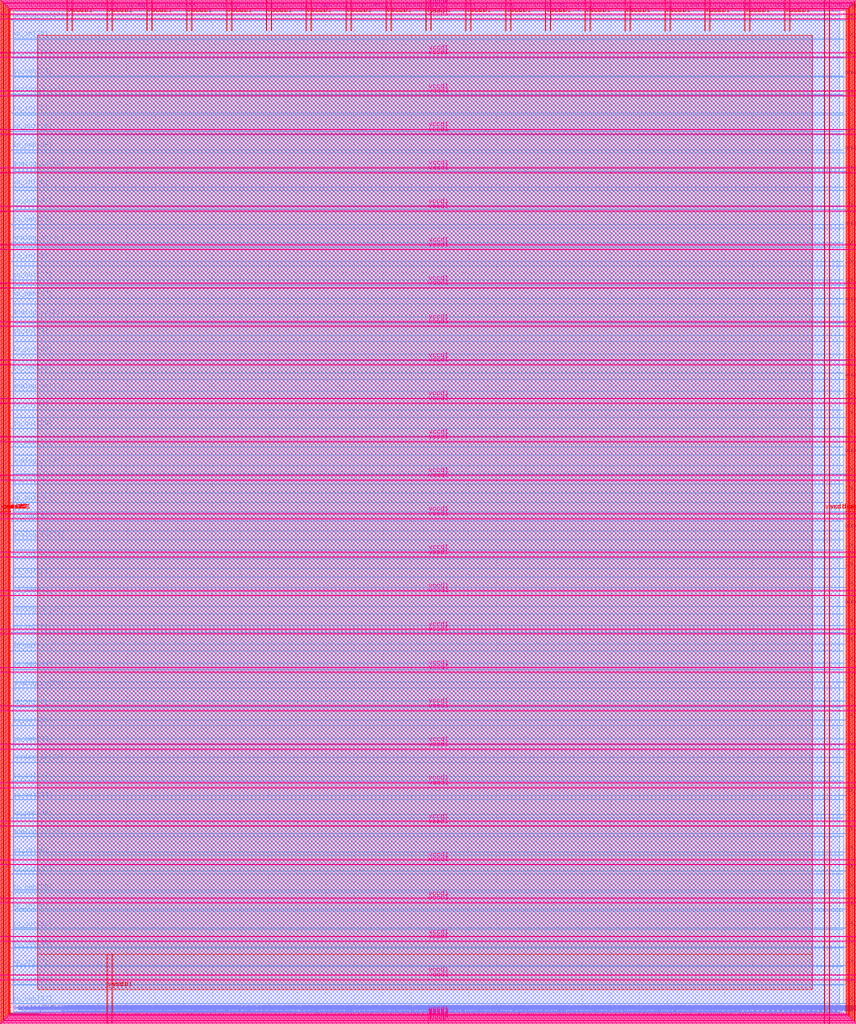
<source format=lef>
VERSION 5.7 ;
  NOWIREEXTENSIONATPIN ON ;
  DIVIDERCHAR "/" ;
  BUSBITCHARS "[]" ;
MACRO user_project_wrapper
  CLASS BLOCK ;
  FOREIGN user_project_wrapper ;
  ORIGIN 0.000 0.000 ;
  SIZE 2920.000 BY 3520.000 ;
  PIN analog_io[0]
    DIRECTION INOUT ;
    USE SIGNAL ;
    PORT
      LAYER met3 ;
        RECT 2917.600 1426.380 2924.800 1427.580 ;
    END
  END analog_io[0]
  PIN analog_io[10]
    DIRECTION INOUT ;
    USE SIGNAL ;
    PORT
      LAYER met2 ;
        RECT 2230.490 3517.600 2231.050 3524.800 ;
    END
  END analog_io[10]
  PIN analog_io[11]
    DIRECTION INOUT ;
    USE SIGNAL ;
    PORT
      LAYER met2 ;
        RECT 1905.730 3517.600 1906.290 3524.800 ;
    END
  END analog_io[11]
  PIN analog_io[12]
    DIRECTION INOUT ;
    USE SIGNAL ;
    PORT
      LAYER met2 ;
        RECT 1581.430 3517.600 1581.990 3524.800 ;
    END
  END analog_io[12]
  PIN analog_io[13]
    DIRECTION INOUT ;
    USE SIGNAL ;
    PORT
      LAYER met2 ;
        RECT 1257.130 3517.600 1257.690 3524.800 ;
    END
  END analog_io[13]
  PIN analog_io[14]
    DIRECTION INOUT ;
    USE SIGNAL ;
    PORT
      LAYER met2 ;
        RECT 932.370 3517.600 932.930 3524.800 ;
    END
  END analog_io[14]
  PIN analog_io[15]
    DIRECTION INOUT ;
    USE SIGNAL ;
    PORT
      LAYER met2 ;
        RECT 608.070 3517.600 608.630 3524.800 ;
    END
  END analog_io[15]
  PIN analog_io[16]
    DIRECTION INOUT ;
    USE SIGNAL ;
    PORT
      LAYER met2 ;
        RECT 283.770 3517.600 284.330 3524.800 ;
    END
  END analog_io[16]
  PIN analog_io[17]
    DIRECTION INOUT ;
    USE SIGNAL ;
    PORT
      LAYER met3 ;
        RECT -4.800 3486.100 2.400 3487.300 ;
    END
  END analog_io[17]
  PIN analog_io[18]
    DIRECTION INOUT ;
    USE SIGNAL ;
    PORT
      LAYER met3 ;
        RECT -4.800 3224.980 2.400 3226.180 ;
    END
  END analog_io[18]
  PIN analog_io[19]
    DIRECTION INOUT ;
    USE SIGNAL ;
    PORT
      LAYER met3 ;
        RECT -4.800 2964.540 2.400 2965.740 ;
    END
  END analog_io[19]
  PIN analog_io[1]
    DIRECTION INOUT ;
    USE SIGNAL ;
    PORT
      LAYER met3 ;
        RECT 2917.600 1692.260 2924.800 1693.460 ;
    END
  END analog_io[1]
  PIN analog_io[20]
    DIRECTION INOUT ;
    USE SIGNAL ;
    PORT
      LAYER met3 ;
        RECT -4.800 2703.420 2.400 2704.620 ;
    END
  END analog_io[20]
  PIN analog_io[21]
    DIRECTION INOUT ;
    USE SIGNAL ;
    PORT
      LAYER met3 ;
        RECT -4.800 2442.980 2.400 2444.180 ;
    END
  END analog_io[21]
  PIN analog_io[22]
    DIRECTION INOUT ;
    USE SIGNAL ;
    PORT
      LAYER met3 ;
        RECT -4.800 2182.540 2.400 2183.740 ;
    END
  END analog_io[22]
  PIN analog_io[23]
    DIRECTION INOUT ;
    USE SIGNAL ;
    PORT
      LAYER met3 ;
        RECT -4.800 1921.420 2.400 1922.620 ;
    END
  END analog_io[23]
  PIN analog_io[24]
    DIRECTION INOUT ;
    USE SIGNAL ;
    PORT
      LAYER met3 ;
        RECT -4.800 1660.980 2.400 1662.180 ;
    END
  END analog_io[24]
  PIN analog_io[25]
    DIRECTION INOUT ;
    USE SIGNAL ;
    PORT
      LAYER met3 ;
        RECT -4.800 1399.860 2.400 1401.060 ;
    END
  END analog_io[25]
  PIN analog_io[26]
    DIRECTION INOUT ;
    USE SIGNAL ;
    PORT
      LAYER met3 ;
        RECT -4.800 1139.420 2.400 1140.620 ;
    END
  END analog_io[26]
  PIN analog_io[27]
    DIRECTION INOUT ;
    USE SIGNAL ;
    PORT
      LAYER met3 ;
        RECT -4.800 878.980 2.400 880.180 ;
    END
  END analog_io[27]
  PIN analog_io[28]
    DIRECTION INOUT ;
    USE SIGNAL ;
    PORT
      LAYER met3 ;
        RECT -4.800 617.860 2.400 619.060 ;
    END
  END analog_io[28]
  PIN analog_io[2]
    DIRECTION INOUT ;
    USE SIGNAL ;
    PORT
      LAYER met3 ;
        RECT 2917.600 1958.140 2924.800 1959.340 ;
    END
  END analog_io[2]
  PIN analog_io[3]
    DIRECTION INOUT ;
    USE SIGNAL ;
    PORT
      LAYER met3 ;
        RECT 2917.600 2223.340 2924.800 2224.540 ;
    END
  END analog_io[3]
  PIN analog_io[4]
    DIRECTION INOUT ;
    USE SIGNAL ;
    PORT
      LAYER met3 ;
        RECT 2917.600 2489.220 2924.800 2490.420 ;
    END
  END analog_io[4]
  PIN analog_io[5]
    DIRECTION INOUT ;
    USE SIGNAL ;
    PORT
      LAYER met3 ;
        RECT 2917.600 2755.100 2924.800 2756.300 ;
    END
  END analog_io[5]
  PIN analog_io[6]
    DIRECTION INOUT ;
    USE SIGNAL ;
    PORT
      LAYER met3 ;
        RECT 2917.600 3020.300 2924.800 3021.500 ;
    END
  END analog_io[6]
  PIN analog_io[7]
    DIRECTION INOUT ;
    USE SIGNAL ;
    PORT
      LAYER met3 ;
        RECT 2917.600 3286.180 2924.800 3287.380 ;
    END
  END analog_io[7]
  PIN analog_io[8]
    DIRECTION INOUT ;
    USE SIGNAL ;
    PORT
      LAYER met2 ;
        RECT 2879.090 3517.600 2879.650 3524.800 ;
    END
  END analog_io[8]
  PIN analog_io[9]
    DIRECTION INOUT ;
    USE SIGNAL ;
    PORT
      LAYER met2 ;
        RECT 2554.790 3517.600 2555.350 3524.800 ;
    END
  END analog_io[9]
  PIN io_in[0]
    DIRECTION INPUT ;
    USE SIGNAL ;
    PORT
      LAYER met3 ;
        RECT 2917.600 32.380 2924.800 33.580 ;
    END
  END io_in[0]
  PIN io_in[10]
    DIRECTION INPUT ;
    USE SIGNAL ;
    PORT
      LAYER met3 ;
        RECT 2917.600 2289.980 2924.800 2291.180 ;
    END
  END io_in[10]
  PIN io_in[11]
    DIRECTION INPUT ;
    USE SIGNAL ;
    PORT
      LAYER met3 ;
        RECT 2917.600 2555.860 2924.800 2557.060 ;
    END
  END io_in[11]
  PIN io_in[12]
    DIRECTION INPUT ;
    USE SIGNAL ;
    PORT
      LAYER met3 ;
        RECT 2917.600 2821.060 2924.800 2822.260 ;
    END
  END io_in[12]
  PIN io_in[13]
    DIRECTION INPUT ;
    USE SIGNAL ;
    PORT
      LAYER met3 ;
        RECT 2917.600 3086.940 2924.800 3088.140 ;
    END
  END io_in[13]
  PIN io_in[14]
    DIRECTION INPUT ;
    USE SIGNAL ;
    PORT
      LAYER met3 ;
        RECT 2917.600 3352.820 2924.800 3354.020 ;
    END
  END io_in[14]
  PIN io_in[15]
    DIRECTION INPUT ;
    USE SIGNAL ;
    PORT
      LAYER met2 ;
        RECT 2798.130 3517.600 2798.690 3524.800 ;
    END
  END io_in[15]
  PIN io_in[16]
    DIRECTION INPUT ;
    USE SIGNAL ;
    PORT
      LAYER met2 ;
        RECT 2473.830 3517.600 2474.390 3524.800 ;
    END
  END io_in[16]
  PIN io_in[17]
    DIRECTION INPUT ;
    USE SIGNAL ;
    PORT
      LAYER met2 ;
        RECT 2149.070 3517.600 2149.630 3524.800 ;
    END
  END io_in[17]
  PIN io_in[18]
    DIRECTION INPUT ;
    USE SIGNAL ;
    PORT
      LAYER met2 ;
        RECT 1824.770 3517.600 1825.330 3524.800 ;
    END
  END io_in[18]
  PIN io_in[19]
    DIRECTION INPUT ;
    USE SIGNAL ;
    PORT
      LAYER met2 ;
        RECT 1500.470 3517.600 1501.030 3524.800 ;
    END
  END io_in[19]
  PIN io_in[1]
    DIRECTION INPUT ;
    USE SIGNAL ;
    PORT
      LAYER met3 ;
        RECT 2917.600 230.940 2924.800 232.140 ;
    END
  END io_in[1]
  PIN io_in[20]
    DIRECTION INPUT ;
    USE SIGNAL ;
    PORT
      LAYER met2 ;
        RECT 1175.710 3517.600 1176.270 3524.800 ;
    END
  END io_in[20]
  PIN io_in[21]
    DIRECTION INPUT ;
    USE SIGNAL ;
    PORT
      LAYER met2 ;
        RECT 851.410 3517.600 851.970 3524.800 ;
    END
  END io_in[21]
  PIN io_in[22]
    DIRECTION INPUT ;
    USE SIGNAL ;
    PORT
      LAYER met2 ;
        RECT 527.110 3517.600 527.670 3524.800 ;
    END
  END io_in[22]
  PIN io_in[23]
    DIRECTION INPUT ;
    USE SIGNAL ;
    PORT
      LAYER met2 ;
        RECT 202.350 3517.600 202.910 3524.800 ;
    END
  END io_in[23]
  PIN io_in[24]
    DIRECTION INPUT ;
    USE SIGNAL ;
    PORT
      LAYER met3 ;
        RECT -4.800 3420.820 2.400 3422.020 ;
    END
  END io_in[24]
  PIN io_in[25]
    DIRECTION INPUT ;
    USE SIGNAL ;
    PORT
      LAYER met3 ;
        RECT -4.800 3159.700 2.400 3160.900 ;
    END
  END io_in[25]
  PIN io_in[26]
    DIRECTION INPUT ;
    USE SIGNAL ;
    PORT
      LAYER met3 ;
        RECT -4.800 2899.260 2.400 2900.460 ;
    END
  END io_in[26]
  PIN io_in[27]
    DIRECTION INPUT ;
    USE SIGNAL ;
    PORT
      LAYER met3 ;
        RECT -4.800 2638.820 2.400 2640.020 ;
    END
  END io_in[27]
  PIN io_in[28]
    DIRECTION INPUT ;
    USE SIGNAL ;
    PORT
      LAYER met3 ;
        RECT -4.800 2377.700 2.400 2378.900 ;
    END
  END io_in[28]
  PIN io_in[29]
    DIRECTION INPUT ;
    USE SIGNAL ;
    PORT
      LAYER met3 ;
        RECT -4.800 2117.260 2.400 2118.460 ;
    END
  END io_in[29]
  PIN io_in[2]
    DIRECTION INPUT ;
    USE SIGNAL ;
    PORT
      LAYER met3 ;
        RECT 2917.600 430.180 2924.800 431.380 ;
    END
  END io_in[2]
  PIN io_in[30]
    DIRECTION INPUT ;
    USE SIGNAL ;
    PORT
      LAYER met3 ;
        RECT -4.800 1856.140 2.400 1857.340 ;
    END
  END io_in[30]
  PIN io_in[31]
    DIRECTION INPUT ;
    USE SIGNAL ;
    PORT
      LAYER met3 ;
        RECT -4.800 1595.700 2.400 1596.900 ;
    END
  END io_in[31]
  PIN io_in[32]
    DIRECTION INPUT ;
    USE SIGNAL ;
    PORT
      LAYER met3 ;
        RECT -4.800 1335.260 2.400 1336.460 ;
    END
  END io_in[32]
  PIN io_in[33]
    DIRECTION INPUT ;
    USE SIGNAL ;
    PORT
      LAYER met3 ;
        RECT -4.800 1074.140 2.400 1075.340 ;
    END
  END io_in[33]
  PIN io_in[34]
    DIRECTION INPUT ;
    USE SIGNAL ;
    PORT
      LAYER met3 ;
        RECT -4.800 813.700 2.400 814.900 ;
    END
  END io_in[34]
  PIN io_in[35]
    DIRECTION INPUT ;
    USE SIGNAL ;
    PORT
      LAYER met3 ;
        RECT -4.800 552.580 2.400 553.780 ;
    END
  END io_in[35]
  PIN io_in[36]
    DIRECTION INPUT ;
    USE SIGNAL ;
    PORT
      LAYER met3 ;
        RECT -4.800 357.420 2.400 358.620 ;
    END
  END io_in[36]
  PIN io_in[37]
    DIRECTION INPUT ;
    USE SIGNAL ;
    PORT
      LAYER met3 ;
        RECT -4.800 161.580 2.400 162.780 ;
    END
  END io_in[37]
  PIN io_in[3]
    DIRECTION INPUT ;
    USE SIGNAL ;
    PORT
      LAYER met3 ;
        RECT 2917.600 629.420 2924.800 630.620 ;
    END
  END io_in[3]
  PIN io_in[4]
    DIRECTION INPUT ;
    USE SIGNAL ;
    PORT
      LAYER met3 ;
        RECT 2917.600 828.660 2924.800 829.860 ;
    END
  END io_in[4]
  PIN io_in[5]
    DIRECTION INPUT ;
    USE SIGNAL ;
    PORT
      LAYER met3 ;
        RECT 2917.600 1027.900 2924.800 1029.100 ;
    END
  END io_in[5]
  PIN io_in[6]
    DIRECTION INPUT ;
    USE SIGNAL ;
    PORT
      LAYER met3 ;
        RECT 2917.600 1227.140 2924.800 1228.340 ;
    END
  END io_in[6]
  PIN io_in[7]
    DIRECTION INPUT ;
    USE SIGNAL ;
    PORT
      LAYER met3 ;
        RECT 2917.600 1493.020 2924.800 1494.220 ;
    END
  END io_in[7]
  PIN io_in[8]
    DIRECTION INPUT ;
    USE SIGNAL ;
    PORT
      LAYER met3 ;
        RECT 2917.600 1758.900 2924.800 1760.100 ;
    END
  END io_in[8]
  PIN io_in[9]
    DIRECTION INPUT ;
    USE SIGNAL ;
    PORT
      LAYER met3 ;
        RECT 2917.600 2024.100 2924.800 2025.300 ;
    END
  END io_in[9]
  PIN io_oeb[0]
    DIRECTION OUTPUT TRISTATE ;
    USE SIGNAL ;
    PORT
      LAYER met3 ;
        RECT 2917.600 164.980 2924.800 166.180 ;
    END
  END io_oeb[0]
  PIN io_oeb[10]
    DIRECTION OUTPUT TRISTATE ;
    USE SIGNAL ;
    PORT
      LAYER met3 ;
        RECT 2917.600 2422.580 2924.800 2423.780 ;
    END
  END io_oeb[10]
  PIN io_oeb[11]
    DIRECTION OUTPUT TRISTATE ;
    USE SIGNAL ;
    PORT
      LAYER met3 ;
        RECT 2917.600 2688.460 2924.800 2689.660 ;
    END
  END io_oeb[11]
  PIN io_oeb[12]
    DIRECTION OUTPUT TRISTATE ;
    USE SIGNAL ;
    PORT
      LAYER met3 ;
        RECT 2917.600 2954.340 2924.800 2955.540 ;
    END
  END io_oeb[12]
  PIN io_oeb[13]
    DIRECTION OUTPUT TRISTATE ;
    USE SIGNAL ;
    PORT
      LAYER met3 ;
        RECT 2917.600 3219.540 2924.800 3220.740 ;
    END
  END io_oeb[13]
  PIN io_oeb[14]
    DIRECTION OUTPUT TRISTATE ;
    USE SIGNAL ;
    PORT
      LAYER met3 ;
        RECT 2917.600 3485.420 2924.800 3486.620 ;
    END
  END io_oeb[14]
  PIN io_oeb[15]
    DIRECTION OUTPUT TRISTATE ;
    USE SIGNAL ;
    PORT
      LAYER met2 ;
        RECT 2635.750 3517.600 2636.310 3524.800 ;
    END
  END io_oeb[15]
  PIN io_oeb[16]
    DIRECTION OUTPUT TRISTATE ;
    USE SIGNAL ;
    PORT
      LAYER met2 ;
        RECT 2311.450 3517.600 2312.010 3524.800 ;
    END
  END io_oeb[16]
  PIN io_oeb[17]
    DIRECTION OUTPUT TRISTATE ;
    USE SIGNAL ;
    PORT
      LAYER met2 ;
        RECT 1987.150 3517.600 1987.710 3524.800 ;
    END
  END io_oeb[17]
  PIN io_oeb[18]
    DIRECTION OUTPUT TRISTATE ;
    USE SIGNAL ;
    PORT
      LAYER met2 ;
        RECT 1662.390 3517.600 1662.950 3524.800 ;
    END
  END io_oeb[18]
  PIN io_oeb[19]
    DIRECTION OUTPUT TRISTATE ;
    USE SIGNAL ;
    PORT
      LAYER met2 ;
        RECT 1338.090 3517.600 1338.650 3524.800 ;
    END
  END io_oeb[19]
  PIN io_oeb[1]
    DIRECTION OUTPUT TRISTATE ;
    USE SIGNAL ;
    PORT
      LAYER met3 ;
        RECT 2917.600 364.220 2924.800 365.420 ;
    END
  END io_oeb[1]
  PIN io_oeb[20]
    DIRECTION OUTPUT TRISTATE ;
    USE SIGNAL ;
    PORT
      LAYER met2 ;
        RECT 1013.790 3517.600 1014.350 3524.800 ;
    END
  END io_oeb[20]
  PIN io_oeb[21]
    DIRECTION OUTPUT TRISTATE ;
    USE SIGNAL ;
    PORT
      LAYER met2 ;
        RECT 689.030 3517.600 689.590 3524.800 ;
    END
  END io_oeb[21]
  PIN io_oeb[22]
    DIRECTION OUTPUT TRISTATE ;
    USE SIGNAL ;
    PORT
      LAYER met2 ;
        RECT 364.730 3517.600 365.290 3524.800 ;
    END
  END io_oeb[22]
  PIN io_oeb[23]
    DIRECTION OUTPUT TRISTATE ;
    USE SIGNAL ;
    PORT
      LAYER met2 ;
        RECT 40.430 3517.600 40.990 3524.800 ;
    END
  END io_oeb[23]
  PIN io_oeb[24]
    DIRECTION OUTPUT TRISTATE ;
    USE SIGNAL ;
    PORT
      LAYER met3 ;
        RECT -4.800 3290.260 2.400 3291.460 ;
    END
  END io_oeb[24]
  PIN io_oeb[25]
    DIRECTION OUTPUT TRISTATE ;
    USE SIGNAL ;
    PORT
      LAYER met3 ;
        RECT -4.800 3029.820 2.400 3031.020 ;
    END
  END io_oeb[25]
  PIN io_oeb[26]
    DIRECTION OUTPUT TRISTATE ;
    USE SIGNAL ;
    PORT
      LAYER met3 ;
        RECT -4.800 2768.700 2.400 2769.900 ;
    END
  END io_oeb[26]
  PIN io_oeb[27]
    DIRECTION OUTPUT TRISTATE ;
    USE SIGNAL ;
    PORT
      LAYER met3 ;
        RECT -4.800 2508.260 2.400 2509.460 ;
    END
  END io_oeb[27]
  PIN io_oeb[28]
    DIRECTION OUTPUT TRISTATE ;
    USE SIGNAL ;
    PORT
      LAYER met3 ;
        RECT -4.800 2247.140 2.400 2248.340 ;
    END
  END io_oeb[28]
  PIN io_oeb[29]
    DIRECTION OUTPUT TRISTATE ;
    USE SIGNAL ;
    PORT
      LAYER met3 ;
        RECT -4.800 1986.700 2.400 1987.900 ;
    END
  END io_oeb[29]
  PIN io_oeb[2]
    DIRECTION OUTPUT TRISTATE ;
    USE SIGNAL ;
    PORT
      LAYER met3 ;
        RECT 2917.600 563.460 2924.800 564.660 ;
    END
  END io_oeb[2]
  PIN io_oeb[30]
    DIRECTION OUTPUT TRISTATE ;
    USE SIGNAL ;
    PORT
      LAYER met3 ;
        RECT -4.800 1726.260 2.400 1727.460 ;
    END
  END io_oeb[30]
  PIN io_oeb[31]
    DIRECTION OUTPUT TRISTATE ;
    USE SIGNAL ;
    PORT
      LAYER met3 ;
        RECT -4.800 1465.140 2.400 1466.340 ;
    END
  END io_oeb[31]
  PIN io_oeb[32]
    DIRECTION OUTPUT TRISTATE ;
    USE SIGNAL ;
    PORT
      LAYER met3 ;
        RECT -4.800 1204.700 2.400 1205.900 ;
    END
  END io_oeb[32]
  PIN io_oeb[33]
    DIRECTION OUTPUT TRISTATE ;
    USE SIGNAL ;
    PORT
      LAYER met3 ;
        RECT -4.800 943.580 2.400 944.780 ;
    END
  END io_oeb[33]
  PIN io_oeb[34]
    DIRECTION OUTPUT TRISTATE ;
    USE SIGNAL ;
    PORT
      LAYER met3 ;
        RECT -4.800 683.140 2.400 684.340 ;
    END
  END io_oeb[34]
  PIN io_oeb[35]
    DIRECTION OUTPUT TRISTATE ;
    USE SIGNAL ;
    PORT
      LAYER met3 ;
        RECT -4.800 422.700 2.400 423.900 ;
    END
  END io_oeb[35]
  PIN io_oeb[36]
    DIRECTION OUTPUT TRISTATE ;
    USE SIGNAL ;
    PORT
      LAYER met3 ;
        RECT -4.800 226.860 2.400 228.060 ;
    END
  END io_oeb[36]
  PIN io_oeb[37]
    DIRECTION OUTPUT TRISTATE ;
    USE SIGNAL ;
    PORT
      LAYER met3 ;
        RECT -4.800 31.700 2.400 32.900 ;
    END
  END io_oeb[37]
  PIN io_oeb[3]
    DIRECTION OUTPUT TRISTATE ;
    USE SIGNAL ;
    PORT
      LAYER met3 ;
        RECT 2917.600 762.700 2924.800 763.900 ;
    END
  END io_oeb[3]
  PIN io_oeb[4]
    DIRECTION OUTPUT TRISTATE ;
    USE SIGNAL ;
    PORT
      LAYER met3 ;
        RECT 2917.600 961.940 2924.800 963.140 ;
    END
  END io_oeb[4]
  PIN io_oeb[5]
    DIRECTION OUTPUT TRISTATE ;
    USE SIGNAL ;
    PORT
      LAYER met3 ;
        RECT 2917.600 1161.180 2924.800 1162.380 ;
    END
  END io_oeb[5]
  PIN io_oeb[6]
    DIRECTION OUTPUT TRISTATE ;
    USE SIGNAL ;
    PORT
      LAYER met3 ;
        RECT 2917.600 1360.420 2924.800 1361.620 ;
    END
  END io_oeb[6]
  PIN io_oeb[7]
    DIRECTION OUTPUT TRISTATE ;
    USE SIGNAL ;
    PORT
      LAYER met3 ;
        RECT 2917.600 1625.620 2924.800 1626.820 ;
    END
  END io_oeb[7]
  PIN io_oeb[8]
    DIRECTION OUTPUT TRISTATE ;
    USE SIGNAL ;
    PORT
      LAYER met3 ;
        RECT 2917.600 1891.500 2924.800 1892.700 ;
    END
  END io_oeb[8]
  PIN io_oeb[9]
    DIRECTION OUTPUT TRISTATE ;
    USE SIGNAL ;
    PORT
      LAYER met3 ;
        RECT 2917.600 2157.380 2924.800 2158.580 ;
    END
  END io_oeb[9]
  PIN io_out[0]
    DIRECTION OUTPUT TRISTATE ;
    USE SIGNAL ;
    PORT
      LAYER met3 ;
        RECT 2917.600 98.340 2924.800 99.540 ;
    END
  END io_out[0]
  PIN io_out[10]
    DIRECTION OUTPUT TRISTATE ;
    USE SIGNAL ;
    PORT
      LAYER met3 ;
        RECT 2917.600 2356.620 2924.800 2357.820 ;
    END
  END io_out[10]
  PIN io_out[11]
    DIRECTION OUTPUT TRISTATE ;
    USE SIGNAL ;
    PORT
      LAYER met3 ;
        RECT 2917.600 2621.820 2924.800 2623.020 ;
    END
  END io_out[11]
  PIN io_out[12]
    DIRECTION OUTPUT TRISTATE ;
    USE SIGNAL ;
    PORT
      LAYER met3 ;
        RECT 2917.600 2887.700 2924.800 2888.900 ;
    END
  END io_out[12]
  PIN io_out[13]
    DIRECTION OUTPUT TRISTATE ;
    USE SIGNAL ;
    PORT
      LAYER met3 ;
        RECT 2917.600 3153.580 2924.800 3154.780 ;
    END
  END io_out[13]
  PIN io_out[14]
    DIRECTION OUTPUT TRISTATE ;
    USE SIGNAL ;
    PORT
      LAYER met3 ;
        RECT 2917.600 3418.780 2924.800 3419.980 ;
    END
  END io_out[14]
  PIN io_out[15]
    DIRECTION OUTPUT TRISTATE ;
    USE SIGNAL ;
    PORT
      LAYER met2 ;
        RECT 2717.170 3517.600 2717.730 3524.800 ;
    END
  END io_out[15]
  PIN io_out[16]
    DIRECTION OUTPUT TRISTATE ;
    USE SIGNAL ;
    PORT
      LAYER met2 ;
        RECT 2392.410 3517.600 2392.970 3524.800 ;
    END
  END io_out[16]
  PIN io_out[17]
    DIRECTION OUTPUT TRISTATE ;
    USE SIGNAL ;
    PORT
      LAYER met2 ;
        RECT 2068.110 3517.600 2068.670 3524.800 ;
    END
  END io_out[17]
  PIN io_out[18]
    DIRECTION OUTPUT TRISTATE ;
    USE SIGNAL ;
    PORT
      LAYER met2 ;
        RECT 1743.810 3517.600 1744.370 3524.800 ;
    END
  END io_out[18]
  PIN io_out[19]
    DIRECTION OUTPUT TRISTATE ;
    USE SIGNAL ;
    PORT
      LAYER met2 ;
        RECT 1419.050 3517.600 1419.610 3524.800 ;
    END
  END io_out[19]
  PIN io_out[1]
    DIRECTION OUTPUT TRISTATE ;
    USE SIGNAL ;
    PORT
      LAYER met3 ;
        RECT 2917.600 297.580 2924.800 298.780 ;
    END
  END io_out[1]
  PIN io_out[20]
    DIRECTION OUTPUT TRISTATE ;
    USE SIGNAL ;
    PORT
      LAYER met2 ;
        RECT 1094.750 3517.600 1095.310 3524.800 ;
    END
  END io_out[20]
  PIN io_out[21]
    DIRECTION OUTPUT TRISTATE ;
    USE SIGNAL ;
    PORT
      LAYER met2 ;
        RECT 770.450 3517.600 771.010 3524.800 ;
    END
  END io_out[21]
  PIN io_out[22]
    DIRECTION OUTPUT TRISTATE ;
    USE SIGNAL ;
    PORT
      LAYER met2 ;
        RECT 445.690 3517.600 446.250 3524.800 ;
    END
  END io_out[22]
  PIN io_out[23]
    DIRECTION OUTPUT TRISTATE ;
    USE SIGNAL ;
    PORT
      LAYER met2 ;
        RECT 121.390 3517.600 121.950 3524.800 ;
    END
  END io_out[23]
  PIN io_out[24]
    DIRECTION OUTPUT TRISTATE ;
    USE SIGNAL ;
    PORT
      LAYER met3 ;
        RECT -4.800 3355.540 2.400 3356.740 ;
    END
  END io_out[24]
  PIN io_out[25]
    DIRECTION OUTPUT TRISTATE ;
    USE SIGNAL ;
    PORT
      LAYER met3 ;
        RECT -4.800 3095.100 2.400 3096.300 ;
    END
  END io_out[25]
  PIN io_out[26]
    DIRECTION OUTPUT TRISTATE ;
    USE SIGNAL ;
    PORT
      LAYER met3 ;
        RECT -4.800 2833.980 2.400 2835.180 ;
    END
  END io_out[26]
  PIN io_out[27]
    DIRECTION OUTPUT TRISTATE ;
    USE SIGNAL ;
    PORT
      LAYER met3 ;
        RECT -4.800 2573.540 2.400 2574.740 ;
    END
  END io_out[27]
  PIN io_out[28]
    DIRECTION OUTPUT TRISTATE ;
    USE SIGNAL ;
    PORT
      LAYER met3 ;
        RECT -4.800 2312.420 2.400 2313.620 ;
    END
  END io_out[28]
  PIN io_out[29]
    DIRECTION OUTPUT TRISTATE ;
    USE SIGNAL ;
    PORT
      LAYER met3 ;
        RECT -4.800 2051.980 2.400 2053.180 ;
    END
  END io_out[29]
  PIN io_out[2]
    DIRECTION OUTPUT TRISTATE ;
    USE SIGNAL ;
    PORT
      LAYER met3 ;
        RECT 2917.600 496.820 2924.800 498.020 ;
    END
  END io_out[2]
  PIN io_out[30]
    DIRECTION OUTPUT TRISTATE ;
    USE SIGNAL ;
    PORT
      LAYER met3 ;
        RECT -4.800 1791.540 2.400 1792.740 ;
    END
  END io_out[30]
  PIN io_out[31]
    DIRECTION OUTPUT TRISTATE ;
    USE SIGNAL ;
    PORT
      LAYER met3 ;
        RECT -4.800 1530.420 2.400 1531.620 ;
    END
  END io_out[31]
  PIN io_out[32]
    DIRECTION OUTPUT TRISTATE ;
    USE SIGNAL ;
    PORT
      LAYER met3 ;
        RECT -4.800 1269.980 2.400 1271.180 ;
    END
  END io_out[32]
  PIN io_out[33]
    DIRECTION OUTPUT TRISTATE ;
    USE SIGNAL ;
    PORT
      LAYER met3 ;
        RECT -4.800 1008.860 2.400 1010.060 ;
    END
  END io_out[33]
  PIN io_out[34]
    DIRECTION OUTPUT TRISTATE ;
    USE SIGNAL ;
    PORT
      LAYER met3 ;
        RECT -4.800 748.420 2.400 749.620 ;
    END
  END io_out[34]
  PIN io_out[35]
    DIRECTION OUTPUT TRISTATE ;
    USE SIGNAL ;
    PORT
      LAYER met3 ;
        RECT -4.800 487.300 2.400 488.500 ;
    END
  END io_out[35]
  PIN io_out[36]
    DIRECTION OUTPUT TRISTATE ;
    USE SIGNAL ;
    PORT
      LAYER met3 ;
        RECT -4.800 292.140 2.400 293.340 ;
    END
  END io_out[36]
  PIN io_out[37]
    DIRECTION OUTPUT TRISTATE ;
    USE SIGNAL ;
    PORT
      LAYER met3 ;
        RECT -4.800 96.300 2.400 97.500 ;
    END
  END io_out[37]
  PIN io_out[3]
    DIRECTION OUTPUT TRISTATE ;
    USE SIGNAL ;
    PORT
      LAYER met3 ;
        RECT 2917.600 696.060 2924.800 697.260 ;
    END
  END io_out[3]
  PIN io_out[4]
    DIRECTION OUTPUT TRISTATE ;
    USE SIGNAL ;
    PORT
      LAYER met3 ;
        RECT 2917.600 895.300 2924.800 896.500 ;
    END
  END io_out[4]
  PIN io_out[5]
    DIRECTION OUTPUT TRISTATE ;
    USE SIGNAL ;
    PORT
      LAYER met3 ;
        RECT 2917.600 1094.540 2924.800 1095.740 ;
    END
  END io_out[5]
  PIN io_out[6]
    DIRECTION OUTPUT TRISTATE ;
    USE SIGNAL ;
    PORT
      LAYER met3 ;
        RECT 2917.600 1293.780 2924.800 1294.980 ;
    END
  END io_out[6]
  PIN io_out[7]
    DIRECTION OUTPUT TRISTATE ;
    USE SIGNAL ;
    PORT
      LAYER met3 ;
        RECT 2917.600 1559.660 2924.800 1560.860 ;
    END
  END io_out[7]
  PIN io_out[8]
    DIRECTION OUTPUT TRISTATE ;
    USE SIGNAL ;
    PORT
      LAYER met3 ;
        RECT 2917.600 1824.860 2924.800 1826.060 ;
    END
  END io_out[8]
  PIN io_out[9]
    DIRECTION OUTPUT TRISTATE ;
    USE SIGNAL ;
    PORT
      LAYER met3 ;
        RECT 2917.600 2090.740 2924.800 2091.940 ;
    END
  END io_out[9]
  PIN la_data_in[0]
    DIRECTION INPUT ;
    USE SIGNAL ;
    PORT
      LAYER met2 ;
        RECT 629.230 -4.800 629.790 2.400 ;
    END
  END la_data_in[0]
  PIN la_data_in[100]
    DIRECTION INPUT ;
    USE SIGNAL ;
    PORT
      LAYER met2 ;
        RECT 2402.530 -4.800 2403.090 2.400 ;
    END
  END la_data_in[100]
  PIN la_data_in[101]
    DIRECTION INPUT ;
    USE SIGNAL ;
    PORT
      LAYER met2 ;
        RECT 2420.010 -4.800 2420.570 2.400 ;
    END
  END la_data_in[101]
  PIN la_data_in[102]
    DIRECTION INPUT ;
    USE SIGNAL ;
    PORT
      LAYER met2 ;
        RECT 2437.950 -4.800 2438.510 2.400 ;
    END
  END la_data_in[102]
  PIN la_data_in[103]
    DIRECTION INPUT ;
    USE SIGNAL ;
    PORT
      LAYER met2 ;
        RECT 2455.430 -4.800 2455.990 2.400 ;
    END
  END la_data_in[103]
  PIN la_data_in[104]
    DIRECTION INPUT ;
    USE SIGNAL ;
    PORT
      LAYER met2 ;
        RECT 2473.370 -4.800 2473.930 2.400 ;
    END
  END la_data_in[104]
  PIN la_data_in[105]
    DIRECTION INPUT ;
    USE SIGNAL ;
    PORT
      LAYER met2 ;
        RECT 2490.850 -4.800 2491.410 2.400 ;
    END
  END la_data_in[105]
  PIN la_data_in[106]
    DIRECTION INPUT ;
    USE SIGNAL ;
    PORT
      LAYER met2 ;
        RECT 2508.790 -4.800 2509.350 2.400 ;
    END
  END la_data_in[106]
  PIN la_data_in[107]
    DIRECTION INPUT ;
    USE SIGNAL ;
    PORT
      LAYER met2 ;
        RECT 2526.730 -4.800 2527.290 2.400 ;
    END
  END la_data_in[107]
  PIN la_data_in[108]
    DIRECTION INPUT ;
    USE SIGNAL ;
    PORT
      LAYER met2 ;
        RECT 2544.210 -4.800 2544.770 2.400 ;
    END
  END la_data_in[108]
  PIN la_data_in[109]
    DIRECTION INPUT ;
    USE SIGNAL ;
    PORT
      LAYER met2 ;
        RECT 2562.150 -4.800 2562.710 2.400 ;
    END
  END la_data_in[109]
  PIN la_data_in[10]
    DIRECTION INPUT ;
    USE SIGNAL ;
    PORT
      LAYER met2 ;
        RECT 806.330 -4.800 806.890 2.400 ;
    END
  END la_data_in[10]
  PIN la_data_in[110]
    DIRECTION INPUT ;
    USE SIGNAL ;
    PORT
      LAYER met2 ;
        RECT 2579.630 -4.800 2580.190 2.400 ;
    END
  END la_data_in[110]
  PIN la_data_in[111]
    DIRECTION INPUT ;
    USE SIGNAL ;
    PORT
      LAYER met2 ;
        RECT 2597.570 -4.800 2598.130 2.400 ;
    END
  END la_data_in[111]
  PIN la_data_in[112]
    DIRECTION INPUT ;
    USE SIGNAL ;
    PORT
      LAYER met2 ;
        RECT 2615.050 -4.800 2615.610 2.400 ;
    END
  END la_data_in[112]
  PIN la_data_in[113]
    DIRECTION INPUT ;
    USE SIGNAL ;
    PORT
      LAYER met2 ;
        RECT 2632.990 -4.800 2633.550 2.400 ;
    END
  END la_data_in[113]
  PIN la_data_in[114]
    DIRECTION INPUT ;
    USE SIGNAL ;
    PORT
      LAYER met2 ;
        RECT 2650.470 -4.800 2651.030 2.400 ;
    END
  END la_data_in[114]
  PIN la_data_in[115]
    DIRECTION INPUT ;
    USE SIGNAL ;
    PORT
      LAYER met2 ;
        RECT 2668.410 -4.800 2668.970 2.400 ;
    END
  END la_data_in[115]
  PIN la_data_in[116]
    DIRECTION INPUT ;
    USE SIGNAL ;
    PORT
      LAYER met2 ;
        RECT 2685.890 -4.800 2686.450 2.400 ;
    END
  END la_data_in[116]
  PIN la_data_in[117]
    DIRECTION INPUT ;
    USE SIGNAL ;
    PORT
      LAYER met2 ;
        RECT 2703.830 -4.800 2704.390 2.400 ;
    END
  END la_data_in[117]
  PIN la_data_in[118]
    DIRECTION INPUT ;
    USE SIGNAL ;
    PORT
      LAYER met2 ;
        RECT 2721.770 -4.800 2722.330 2.400 ;
    END
  END la_data_in[118]
  PIN la_data_in[119]
    DIRECTION INPUT ;
    USE SIGNAL ;
    PORT
      LAYER met2 ;
        RECT 2739.250 -4.800 2739.810 2.400 ;
    END
  END la_data_in[119]
  PIN la_data_in[11]
    DIRECTION INPUT ;
    USE SIGNAL ;
    PORT
      LAYER met2 ;
        RECT 824.270 -4.800 824.830 2.400 ;
    END
  END la_data_in[11]
  PIN la_data_in[120]
    DIRECTION INPUT ;
    USE SIGNAL ;
    PORT
      LAYER met2 ;
        RECT 2757.190 -4.800 2757.750 2.400 ;
    END
  END la_data_in[120]
  PIN la_data_in[121]
    DIRECTION INPUT ;
    USE SIGNAL ;
    PORT
      LAYER met2 ;
        RECT 2774.670 -4.800 2775.230 2.400 ;
    END
  END la_data_in[121]
  PIN la_data_in[122]
    DIRECTION INPUT ;
    USE SIGNAL ;
    PORT
      LAYER met2 ;
        RECT 2792.610 -4.800 2793.170 2.400 ;
    END
  END la_data_in[122]
  PIN la_data_in[123]
    DIRECTION INPUT ;
    USE SIGNAL ;
    PORT
      LAYER met2 ;
        RECT 2810.090 -4.800 2810.650 2.400 ;
    END
  END la_data_in[123]
  PIN la_data_in[124]
    DIRECTION INPUT ;
    USE SIGNAL ;
    PORT
      LAYER met2 ;
        RECT 2828.030 -4.800 2828.590 2.400 ;
    END
  END la_data_in[124]
  PIN la_data_in[125]
    DIRECTION INPUT ;
    USE SIGNAL ;
    PORT
      LAYER met2 ;
        RECT 2845.510 -4.800 2846.070 2.400 ;
    END
  END la_data_in[125]
  PIN la_data_in[126]
    DIRECTION INPUT ;
    USE SIGNAL ;
    PORT
      LAYER met2 ;
        RECT 2863.450 -4.800 2864.010 2.400 ;
    END
  END la_data_in[126]
  PIN la_data_in[127]
    DIRECTION INPUT ;
    USE SIGNAL ;
    PORT
      LAYER met2 ;
        RECT 2881.390 -4.800 2881.950 2.400 ;
    END
  END la_data_in[127]
  PIN la_data_in[12]
    DIRECTION INPUT ;
    USE SIGNAL ;
    PORT
      LAYER met2 ;
        RECT 841.750 -4.800 842.310 2.400 ;
    END
  END la_data_in[12]
  PIN la_data_in[13]
    DIRECTION INPUT ;
    USE SIGNAL ;
    PORT
      LAYER met2 ;
        RECT 859.690 -4.800 860.250 2.400 ;
    END
  END la_data_in[13]
  PIN la_data_in[14]
    DIRECTION INPUT ;
    USE SIGNAL ;
    PORT
      LAYER met2 ;
        RECT 877.170 -4.800 877.730 2.400 ;
    END
  END la_data_in[14]
  PIN la_data_in[15]
    DIRECTION INPUT ;
    USE SIGNAL ;
    PORT
      LAYER met2 ;
        RECT 895.110 -4.800 895.670 2.400 ;
    END
  END la_data_in[15]
  PIN la_data_in[16]
    DIRECTION INPUT ;
    USE SIGNAL ;
    PORT
      LAYER met2 ;
        RECT 912.590 -4.800 913.150 2.400 ;
    END
  END la_data_in[16]
  PIN la_data_in[17]
    DIRECTION INPUT ;
    USE SIGNAL ;
    PORT
      LAYER met2 ;
        RECT 930.530 -4.800 931.090 2.400 ;
    END
  END la_data_in[17]
  PIN la_data_in[18]
    DIRECTION INPUT ;
    USE SIGNAL ;
    PORT
      LAYER met2 ;
        RECT 948.470 -4.800 949.030 2.400 ;
    END
  END la_data_in[18]
  PIN la_data_in[19]
    DIRECTION INPUT ;
    USE SIGNAL ;
    PORT
      LAYER met2 ;
        RECT 965.950 -4.800 966.510 2.400 ;
    END
  END la_data_in[19]
  PIN la_data_in[1]
    DIRECTION INPUT ;
    USE SIGNAL ;
    PORT
      LAYER met2 ;
        RECT 646.710 -4.800 647.270 2.400 ;
    END
  END la_data_in[1]
  PIN la_data_in[20]
    DIRECTION INPUT ;
    USE SIGNAL ;
    PORT
      LAYER met2 ;
        RECT 983.890 -4.800 984.450 2.400 ;
    END
  END la_data_in[20]
  PIN la_data_in[21]
    DIRECTION INPUT ;
    USE SIGNAL ;
    PORT
      LAYER met2 ;
        RECT 1001.370 -4.800 1001.930 2.400 ;
    END
  END la_data_in[21]
  PIN la_data_in[22]
    DIRECTION INPUT ;
    USE SIGNAL ;
    PORT
      LAYER met2 ;
        RECT 1019.310 -4.800 1019.870 2.400 ;
    END
  END la_data_in[22]
  PIN la_data_in[23]
    DIRECTION INPUT ;
    USE SIGNAL ;
    PORT
      LAYER met2 ;
        RECT 1036.790 -4.800 1037.350 2.400 ;
    END
  END la_data_in[23]
  PIN la_data_in[24]
    DIRECTION INPUT ;
    USE SIGNAL ;
    PORT
      LAYER met2 ;
        RECT 1054.730 -4.800 1055.290 2.400 ;
    END
  END la_data_in[24]
  PIN la_data_in[25]
    DIRECTION INPUT ;
    USE SIGNAL ;
    PORT
      LAYER met2 ;
        RECT 1072.210 -4.800 1072.770 2.400 ;
    END
  END la_data_in[25]
  PIN la_data_in[26]
    DIRECTION INPUT ;
    USE SIGNAL ;
    PORT
      LAYER met2 ;
        RECT 1090.150 -4.800 1090.710 2.400 ;
    END
  END la_data_in[26]
  PIN la_data_in[27]
    DIRECTION INPUT ;
    USE SIGNAL ;
    PORT
      LAYER met2 ;
        RECT 1107.630 -4.800 1108.190 2.400 ;
    END
  END la_data_in[27]
  PIN la_data_in[28]
    DIRECTION INPUT ;
    USE SIGNAL ;
    PORT
      LAYER met2 ;
        RECT 1125.570 -4.800 1126.130 2.400 ;
    END
  END la_data_in[28]
  PIN la_data_in[29]
    DIRECTION INPUT ;
    USE SIGNAL ;
    PORT
      LAYER met2 ;
        RECT 1143.510 -4.800 1144.070 2.400 ;
    END
  END la_data_in[29]
  PIN la_data_in[2]
    DIRECTION INPUT ;
    USE SIGNAL ;
    PORT
      LAYER met2 ;
        RECT 664.650 -4.800 665.210 2.400 ;
    END
  END la_data_in[2]
  PIN la_data_in[30]
    DIRECTION INPUT ;
    USE SIGNAL ;
    PORT
      LAYER met2 ;
        RECT 1160.990 -4.800 1161.550 2.400 ;
    END
  END la_data_in[30]
  PIN la_data_in[31]
    DIRECTION INPUT ;
    USE SIGNAL ;
    PORT
      LAYER met2 ;
        RECT 1178.930 -4.800 1179.490 2.400 ;
    END
  END la_data_in[31]
  PIN la_data_in[32]
    DIRECTION INPUT ;
    USE SIGNAL ;
    PORT
      LAYER met2 ;
        RECT 1196.410 -4.800 1196.970 2.400 ;
    END
  END la_data_in[32]
  PIN la_data_in[33]
    DIRECTION INPUT ;
    USE SIGNAL ;
    PORT
      LAYER met2 ;
        RECT 1214.350 -4.800 1214.910 2.400 ;
    END
  END la_data_in[33]
  PIN la_data_in[34]
    DIRECTION INPUT ;
    USE SIGNAL ;
    PORT
      LAYER met2 ;
        RECT 1231.830 -4.800 1232.390 2.400 ;
    END
  END la_data_in[34]
  PIN la_data_in[35]
    DIRECTION INPUT ;
    USE SIGNAL ;
    PORT
      LAYER met2 ;
        RECT 1249.770 -4.800 1250.330 2.400 ;
    END
  END la_data_in[35]
  PIN la_data_in[36]
    DIRECTION INPUT ;
    USE SIGNAL ;
    PORT
      LAYER met2 ;
        RECT 1267.250 -4.800 1267.810 2.400 ;
    END
  END la_data_in[36]
  PIN la_data_in[37]
    DIRECTION INPUT ;
    USE SIGNAL ;
    PORT
      LAYER met2 ;
        RECT 1285.190 -4.800 1285.750 2.400 ;
    END
  END la_data_in[37]
  PIN la_data_in[38]
    DIRECTION INPUT ;
    USE SIGNAL ;
    PORT
      LAYER met2 ;
        RECT 1303.130 -4.800 1303.690 2.400 ;
    END
  END la_data_in[38]
  PIN la_data_in[39]
    DIRECTION INPUT ;
    USE SIGNAL ;
    PORT
      LAYER met2 ;
        RECT 1320.610 -4.800 1321.170 2.400 ;
    END
  END la_data_in[39]
  PIN la_data_in[3]
    DIRECTION INPUT ;
    USE SIGNAL ;
    PORT
      LAYER met2 ;
        RECT 682.130 -4.800 682.690 2.400 ;
    END
  END la_data_in[3]
  PIN la_data_in[40]
    DIRECTION INPUT ;
    USE SIGNAL ;
    PORT
      LAYER met2 ;
        RECT 1338.550 -4.800 1339.110 2.400 ;
    END
  END la_data_in[40]
  PIN la_data_in[41]
    DIRECTION INPUT ;
    USE SIGNAL ;
    PORT
      LAYER met2 ;
        RECT 1356.030 -4.800 1356.590 2.400 ;
    END
  END la_data_in[41]
  PIN la_data_in[42]
    DIRECTION INPUT ;
    USE SIGNAL ;
    PORT
      LAYER met2 ;
        RECT 1373.970 -4.800 1374.530 2.400 ;
    END
  END la_data_in[42]
  PIN la_data_in[43]
    DIRECTION INPUT ;
    USE SIGNAL ;
    PORT
      LAYER met2 ;
        RECT 1391.450 -4.800 1392.010 2.400 ;
    END
  END la_data_in[43]
  PIN la_data_in[44]
    DIRECTION INPUT ;
    USE SIGNAL ;
    PORT
      LAYER met2 ;
        RECT 1409.390 -4.800 1409.950 2.400 ;
    END
  END la_data_in[44]
  PIN la_data_in[45]
    DIRECTION INPUT ;
    USE SIGNAL ;
    PORT
      LAYER met2 ;
        RECT 1426.870 -4.800 1427.430 2.400 ;
    END
  END la_data_in[45]
  PIN la_data_in[46]
    DIRECTION INPUT ;
    USE SIGNAL ;
    PORT
      LAYER met2 ;
        RECT 1444.810 -4.800 1445.370 2.400 ;
    END
  END la_data_in[46]
  PIN la_data_in[47]
    DIRECTION INPUT ;
    USE SIGNAL ;
    PORT
      LAYER met2 ;
        RECT 1462.750 -4.800 1463.310 2.400 ;
    END
  END la_data_in[47]
  PIN la_data_in[48]
    DIRECTION INPUT ;
    USE SIGNAL ;
    PORT
      LAYER met2 ;
        RECT 1480.230 -4.800 1480.790 2.400 ;
    END
  END la_data_in[48]
  PIN la_data_in[49]
    DIRECTION INPUT ;
    USE SIGNAL ;
    PORT
      LAYER met2 ;
        RECT 1498.170 -4.800 1498.730 2.400 ;
    END
  END la_data_in[49]
  PIN la_data_in[4]
    DIRECTION INPUT ;
    USE SIGNAL ;
    PORT
      LAYER met2 ;
        RECT 700.070 -4.800 700.630 2.400 ;
    END
  END la_data_in[4]
  PIN la_data_in[50]
    DIRECTION INPUT ;
    USE SIGNAL ;
    PORT
      LAYER met2 ;
        RECT 1515.650 -4.800 1516.210 2.400 ;
    END
  END la_data_in[50]
  PIN la_data_in[51]
    DIRECTION INPUT ;
    USE SIGNAL ;
    PORT
      LAYER met2 ;
        RECT 1533.590 -4.800 1534.150 2.400 ;
    END
  END la_data_in[51]
  PIN la_data_in[52]
    DIRECTION INPUT ;
    USE SIGNAL ;
    PORT
      LAYER met2 ;
        RECT 1551.070 -4.800 1551.630 2.400 ;
    END
  END la_data_in[52]
  PIN la_data_in[53]
    DIRECTION INPUT ;
    USE SIGNAL ;
    PORT
      LAYER met2 ;
        RECT 1569.010 -4.800 1569.570 2.400 ;
    END
  END la_data_in[53]
  PIN la_data_in[54]
    DIRECTION INPUT ;
    USE SIGNAL ;
    PORT
      LAYER met2 ;
        RECT 1586.490 -4.800 1587.050 2.400 ;
    END
  END la_data_in[54]
  PIN la_data_in[55]
    DIRECTION INPUT ;
    USE SIGNAL ;
    PORT
      LAYER met2 ;
        RECT 1604.430 -4.800 1604.990 2.400 ;
    END
  END la_data_in[55]
  PIN la_data_in[56]
    DIRECTION INPUT ;
    USE SIGNAL ;
    PORT
      LAYER met2 ;
        RECT 1621.910 -4.800 1622.470 2.400 ;
    END
  END la_data_in[56]
  PIN la_data_in[57]
    DIRECTION INPUT ;
    USE SIGNAL ;
    PORT
      LAYER met2 ;
        RECT 1639.850 -4.800 1640.410 2.400 ;
    END
  END la_data_in[57]
  PIN la_data_in[58]
    DIRECTION INPUT ;
    USE SIGNAL ;
    PORT
      LAYER met2 ;
        RECT 1657.790 -4.800 1658.350 2.400 ;
    END
  END la_data_in[58]
  PIN la_data_in[59]
    DIRECTION INPUT ;
    USE SIGNAL ;
    PORT
      LAYER met2 ;
        RECT 1675.270 -4.800 1675.830 2.400 ;
    END
  END la_data_in[59]
  PIN la_data_in[5]
    DIRECTION INPUT ;
    USE SIGNAL ;
    PORT
      LAYER met2 ;
        RECT 717.550 -4.800 718.110 2.400 ;
    END
  END la_data_in[5]
  PIN la_data_in[60]
    DIRECTION INPUT ;
    USE SIGNAL ;
    PORT
      LAYER met2 ;
        RECT 1693.210 -4.800 1693.770 2.400 ;
    END
  END la_data_in[60]
  PIN la_data_in[61]
    DIRECTION INPUT ;
    USE SIGNAL ;
    PORT
      LAYER met2 ;
        RECT 1710.690 -4.800 1711.250 2.400 ;
    END
  END la_data_in[61]
  PIN la_data_in[62]
    DIRECTION INPUT ;
    USE SIGNAL ;
    PORT
      LAYER met2 ;
        RECT 1728.630 -4.800 1729.190 2.400 ;
    END
  END la_data_in[62]
  PIN la_data_in[63]
    DIRECTION INPUT ;
    USE SIGNAL ;
    PORT
      LAYER met2 ;
        RECT 1746.110 -4.800 1746.670 2.400 ;
    END
  END la_data_in[63]
  PIN la_data_in[64]
    DIRECTION INPUT ;
    USE SIGNAL ;
    PORT
      LAYER met2 ;
        RECT 1764.050 -4.800 1764.610 2.400 ;
    END
  END la_data_in[64]
  PIN la_data_in[65]
    DIRECTION INPUT ;
    USE SIGNAL ;
    PORT
      LAYER met2 ;
        RECT 1781.530 -4.800 1782.090 2.400 ;
    END
  END la_data_in[65]
  PIN la_data_in[66]
    DIRECTION INPUT ;
    USE SIGNAL ;
    PORT
      LAYER met2 ;
        RECT 1799.470 -4.800 1800.030 2.400 ;
    END
  END la_data_in[66]
  PIN la_data_in[67]
    DIRECTION INPUT ;
    USE SIGNAL ;
    PORT
      LAYER met2 ;
        RECT 1817.410 -4.800 1817.970 2.400 ;
    END
  END la_data_in[67]
  PIN la_data_in[68]
    DIRECTION INPUT ;
    USE SIGNAL ;
    PORT
      LAYER met2 ;
        RECT 1834.890 -4.800 1835.450 2.400 ;
    END
  END la_data_in[68]
  PIN la_data_in[69]
    DIRECTION INPUT ;
    USE SIGNAL ;
    PORT
      LAYER met2 ;
        RECT 1852.830 -4.800 1853.390 2.400 ;
    END
  END la_data_in[69]
  PIN la_data_in[6]
    DIRECTION INPUT ;
    USE SIGNAL ;
    PORT
      LAYER met2 ;
        RECT 735.490 -4.800 736.050 2.400 ;
    END
  END la_data_in[6]
  PIN la_data_in[70]
    DIRECTION INPUT ;
    USE SIGNAL ;
    PORT
      LAYER met2 ;
        RECT 1870.310 -4.800 1870.870 2.400 ;
    END
  END la_data_in[70]
  PIN la_data_in[71]
    DIRECTION INPUT ;
    USE SIGNAL ;
    PORT
      LAYER met2 ;
        RECT 1888.250 -4.800 1888.810 2.400 ;
    END
  END la_data_in[71]
  PIN la_data_in[72]
    DIRECTION INPUT ;
    USE SIGNAL ;
    PORT
      LAYER met2 ;
        RECT 1905.730 -4.800 1906.290 2.400 ;
    END
  END la_data_in[72]
  PIN la_data_in[73]
    DIRECTION INPUT ;
    USE SIGNAL ;
    PORT
      LAYER met2 ;
        RECT 1923.670 -4.800 1924.230 2.400 ;
    END
  END la_data_in[73]
  PIN la_data_in[74]
    DIRECTION INPUT ;
    USE SIGNAL ;
    PORT
      LAYER met2 ;
        RECT 1941.150 -4.800 1941.710 2.400 ;
    END
  END la_data_in[74]
  PIN la_data_in[75]
    DIRECTION INPUT ;
    USE SIGNAL ;
    PORT
      LAYER met2 ;
        RECT 1959.090 -4.800 1959.650 2.400 ;
    END
  END la_data_in[75]
  PIN la_data_in[76]
    DIRECTION INPUT ;
    USE SIGNAL ;
    PORT
      LAYER met2 ;
        RECT 1976.570 -4.800 1977.130 2.400 ;
    END
  END la_data_in[76]
  PIN la_data_in[77]
    DIRECTION INPUT ;
    USE SIGNAL ;
    PORT
      LAYER met2 ;
        RECT 1994.510 -4.800 1995.070 2.400 ;
    END
  END la_data_in[77]
  PIN la_data_in[78]
    DIRECTION INPUT ;
    USE SIGNAL ;
    PORT
      LAYER met2 ;
        RECT 2012.450 -4.800 2013.010 2.400 ;
    END
  END la_data_in[78]
  PIN la_data_in[79]
    DIRECTION INPUT ;
    USE SIGNAL ;
    PORT
      LAYER met2 ;
        RECT 2029.930 -4.800 2030.490 2.400 ;
    END
  END la_data_in[79]
  PIN la_data_in[7]
    DIRECTION INPUT ;
    USE SIGNAL ;
    PORT
      LAYER met2 ;
        RECT 752.970 -4.800 753.530 2.400 ;
    END
  END la_data_in[7]
  PIN la_data_in[80]
    DIRECTION INPUT ;
    USE SIGNAL ;
    PORT
      LAYER met2 ;
        RECT 2047.870 -4.800 2048.430 2.400 ;
    END
  END la_data_in[80]
  PIN la_data_in[81]
    DIRECTION INPUT ;
    USE SIGNAL ;
    PORT
      LAYER met2 ;
        RECT 2065.350 -4.800 2065.910 2.400 ;
    END
  END la_data_in[81]
  PIN la_data_in[82]
    DIRECTION INPUT ;
    USE SIGNAL ;
    PORT
      LAYER met2 ;
        RECT 2083.290 -4.800 2083.850 2.400 ;
    END
  END la_data_in[82]
  PIN la_data_in[83]
    DIRECTION INPUT ;
    USE SIGNAL ;
    PORT
      LAYER met2 ;
        RECT 2100.770 -4.800 2101.330 2.400 ;
    END
  END la_data_in[83]
  PIN la_data_in[84]
    DIRECTION INPUT ;
    USE SIGNAL ;
    PORT
      LAYER met2 ;
        RECT 2118.710 -4.800 2119.270 2.400 ;
    END
  END la_data_in[84]
  PIN la_data_in[85]
    DIRECTION INPUT ;
    USE SIGNAL ;
    PORT
      LAYER met2 ;
        RECT 2136.190 -4.800 2136.750 2.400 ;
    END
  END la_data_in[85]
  PIN la_data_in[86]
    DIRECTION INPUT ;
    USE SIGNAL ;
    PORT
      LAYER met2 ;
        RECT 2154.130 -4.800 2154.690 2.400 ;
    END
  END la_data_in[86]
  PIN la_data_in[87]
    DIRECTION INPUT ;
    USE SIGNAL ;
    PORT
      LAYER met2 ;
        RECT 2172.070 -4.800 2172.630 2.400 ;
    END
  END la_data_in[87]
  PIN la_data_in[88]
    DIRECTION INPUT ;
    USE SIGNAL ;
    PORT
      LAYER met2 ;
        RECT 2189.550 -4.800 2190.110 2.400 ;
    END
  END la_data_in[88]
  PIN la_data_in[89]
    DIRECTION INPUT ;
    USE SIGNAL ;
    PORT
      LAYER met2 ;
        RECT 2207.490 -4.800 2208.050 2.400 ;
    END
  END la_data_in[89]
  PIN la_data_in[8]
    DIRECTION INPUT ;
    USE SIGNAL ;
    PORT
      LAYER met2 ;
        RECT 770.910 -4.800 771.470 2.400 ;
    END
  END la_data_in[8]
  PIN la_data_in[90]
    DIRECTION INPUT ;
    USE SIGNAL ;
    PORT
      LAYER met2 ;
        RECT 2224.970 -4.800 2225.530 2.400 ;
    END
  END la_data_in[90]
  PIN la_data_in[91]
    DIRECTION INPUT ;
    USE SIGNAL ;
    PORT
      LAYER met2 ;
        RECT 2242.910 -4.800 2243.470 2.400 ;
    END
  END la_data_in[91]
  PIN la_data_in[92]
    DIRECTION INPUT ;
    USE SIGNAL ;
    PORT
      LAYER met2 ;
        RECT 2260.390 -4.800 2260.950 2.400 ;
    END
  END la_data_in[92]
  PIN la_data_in[93]
    DIRECTION INPUT ;
    USE SIGNAL ;
    PORT
      LAYER met2 ;
        RECT 2278.330 -4.800 2278.890 2.400 ;
    END
  END la_data_in[93]
  PIN la_data_in[94]
    DIRECTION INPUT ;
    USE SIGNAL ;
    PORT
      LAYER met2 ;
        RECT 2295.810 -4.800 2296.370 2.400 ;
    END
  END la_data_in[94]
  PIN la_data_in[95]
    DIRECTION INPUT ;
    USE SIGNAL ;
    PORT
      LAYER met2 ;
        RECT 2313.750 -4.800 2314.310 2.400 ;
    END
  END la_data_in[95]
  PIN la_data_in[96]
    DIRECTION INPUT ;
    USE SIGNAL ;
    PORT
      LAYER met2 ;
        RECT 2331.230 -4.800 2331.790 2.400 ;
    END
  END la_data_in[96]
  PIN la_data_in[97]
    DIRECTION INPUT ;
    USE SIGNAL ;
    PORT
      LAYER met2 ;
        RECT 2349.170 -4.800 2349.730 2.400 ;
    END
  END la_data_in[97]
  PIN la_data_in[98]
    DIRECTION INPUT ;
    USE SIGNAL ;
    PORT
      LAYER met2 ;
        RECT 2367.110 -4.800 2367.670 2.400 ;
    END
  END la_data_in[98]
  PIN la_data_in[99]
    DIRECTION INPUT ;
    USE SIGNAL ;
    PORT
      LAYER met2 ;
        RECT 2384.590 -4.800 2385.150 2.400 ;
    END
  END la_data_in[99]
  PIN la_data_in[9]
    DIRECTION INPUT ;
    USE SIGNAL ;
    PORT
      LAYER met2 ;
        RECT 788.850 -4.800 789.410 2.400 ;
    END
  END la_data_in[9]
  PIN la_data_out[0]
    DIRECTION OUTPUT TRISTATE ;
    USE SIGNAL ;
    PORT
      LAYER met2 ;
        RECT 634.750 -4.800 635.310 2.400 ;
    END
  END la_data_out[0]
  PIN la_data_out[100]
    DIRECTION OUTPUT TRISTATE ;
    USE SIGNAL ;
    PORT
      LAYER met2 ;
        RECT 2408.510 -4.800 2409.070 2.400 ;
    END
  END la_data_out[100]
  PIN la_data_out[101]
    DIRECTION OUTPUT TRISTATE ;
    USE SIGNAL ;
    PORT
      LAYER met2 ;
        RECT 2425.990 -4.800 2426.550 2.400 ;
    END
  END la_data_out[101]
  PIN la_data_out[102]
    DIRECTION OUTPUT TRISTATE ;
    USE SIGNAL ;
    PORT
      LAYER met2 ;
        RECT 2443.930 -4.800 2444.490 2.400 ;
    END
  END la_data_out[102]
  PIN la_data_out[103]
    DIRECTION OUTPUT TRISTATE ;
    USE SIGNAL ;
    PORT
      LAYER met2 ;
        RECT 2461.410 -4.800 2461.970 2.400 ;
    END
  END la_data_out[103]
  PIN la_data_out[104]
    DIRECTION OUTPUT TRISTATE ;
    USE SIGNAL ;
    PORT
      LAYER met2 ;
        RECT 2479.350 -4.800 2479.910 2.400 ;
    END
  END la_data_out[104]
  PIN la_data_out[105]
    DIRECTION OUTPUT TRISTATE ;
    USE SIGNAL ;
    PORT
      LAYER met2 ;
        RECT 2496.830 -4.800 2497.390 2.400 ;
    END
  END la_data_out[105]
  PIN la_data_out[106]
    DIRECTION OUTPUT TRISTATE ;
    USE SIGNAL ;
    PORT
      LAYER met2 ;
        RECT 2514.770 -4.800 2515.330 2.400 ;
    END
  END la_data_out[106]
  PIN la_data_out[107]
    DIRECTION OUTPUT TRISTATE ;
    USE SIGNAL ;
    PORT
      LAYER met2 ;
        RECT 2532.250 -4.800 2532.810 2.400 ;
    END
  END la_data_out[107]
  PIN la_data_out[108]
    DIRECTION OUTPUT TRISTATE ;
    USE SIGNAL ;
    PORT
      LAYER met2 ;
        RECT 2550.190 -4.800 2550.750 2.400 ;
    END
  END la_data_out[108]
  PIN la_data_out[109]
    DIRECTION OUTPUT TRISTATE ;
    USE SIGNAL ;
    PORT
      LAYER met2 ;
        RECT 2567.670 -4.800 2568.230 2.400 ;
    END
  END la_data_out[109]
  PIN la_data_out[10]
    DIRECTION OUTPUT TRISTATE ;
    USE SIGNAL ;
    PORT
      LAYER met2 ;
        RECT 812.310 -4.800 812.870 2.400 ;
    END
  END la_data_out[10]
  PIN la_data_out[110]
    DIRECTION OUTPUT TRISTATE ;
    USE SIGNAL ;
    PORT
      LAYER met2 ;
        RECT 2585.610 -4.800 2586.170 2.400 ;
    END
  END la_data_out[110]
  PIN la_data_out[111]
    DIRECTION OUTPUT TRISTATE ;
    USE SIGNAL ;
    PORT
      LAYER met2 ;
        RECT 2603.550 -4.800 2604.110 2.400 ;
    END
  END la_data_out[111]
  PIN la_data_out[112]
    DIRECTION OUTPUT TRISTATE ;
    USE SIGNAL ;
    PORT
      LAYER met2 ;
        RECT 2621.030 -4.800 2621.590 2.400 ;
    END
  END la_data_out[112]
  PIN la_data_out[113]
    DIRECTION OUTPUT TRISTATE ;
    USE SIGNAL ;
    PORT
      LAYER met2 ;
        RECT 2638.970 -4.800 2639.530 2.400 ;
    END
  END la_data_out[113]
  PIN la_data_out[114]
    DIRECTION OUTPUT TRISTATE ;
    USE SIGNAL ;
    PORT
      LAYER met2 ;
        RECT 2656.450 -4.800 2657.010 2.400 ;
    END
  END la_data_out[114]
  PIN la_data_out[115]
    DIRECTION OUTPUT TRISTATE ;
    USE SIGNAL ;
    PORT
      LAYER met2 ;
        RECT 2674.390 -4.800 2674.950 2.400 ;
    END
  END la_data_out[115]
  PIN la_data_out[116]
    DIRECTION OUTPUT TRISTATE ;
    USE SIGNAL ;
    PORT
      LAYER met2 ;
        RECT 2691.870 -4.800 2692.430 2.400 ;
    END
  END la_data_out[116]
  PIN la_data_out[117]
    DIRECTION OUTPUT TRISTATE ;
    USE SIGNAL ;
    PORT
      LAYER met2 ;
        RECT 2709.810 -4.800 2710.370 2.400 ;
    END
  END la_data_out[117]
  PIN la_data_out[118]
    DIRECTION OUTPUT TRISTATE ;
    USE SIGNAL ;
    PORT
      LAYER met2 ;
        RECT 2727.290 -4.800 2727.850 2.400 ;
    END
  END la_data_out[118]
  PIN la_data_out[119]
    DIRECTION OUTPUT TRISTATE ;
    USE SIGNAL ;
    PORT
      LAYER met2 ;
        RECT 2745.230 -4.800 2745.790 2.400 ;
    END
  END la_data_out[119]
  PIN la_data_out[11]
    DIRECTION OUTPUT TRISTATE ;
    USE SIGNAL ;
    PORT
      LAYER met2 ;
        RECT 830.250 -4.800 830.810 2.400 ;
    END
  END la_data_out[11]
  PIN la_data_out[120]
    DIRECTION OUTPUT TRISTATE ;
    USE SIGNAL ;
    PORT
      LAYER met2 ;
        RECT 2763.170 -4.800 2763.730 2.400 ;
    END
  END la_data_out[120]
  PIN la_data_out[121]
    DIRECTION OUTPUT TRISTATE ;
    USE SIGNAL ;
    PORT
      LAYER met2 ;
        RECT 2780.650 -4.800 2781.210 2.400 ;
    END
  END la_data_out[121]
  PIN la_data_out[122]
    DIRECTION OUTPUT TRISTATE ;
    USE SIGNAL ;
    PORT
      LAYER met2 ;
        RECT 2798.590 -4.800 2799.150 2.400 ;
    END
  END la_data_out[122]
  PIN la_data_out[123]
    DIRECTION OUTPUT TRISTATE ;
    USE SIGNAL ;
    PORT
      LAYER met2 ;
        RECT 2816.070 -4.800 2816.630 2.400 ;
    END
  END la_data_out[123]
  PIN la_data_out[124]
    DIRECTION OUTPUT TRISTATE ;
    USE SIGNAL ;
    PORT
      LAYER met2 ;
        RECT 2834.010 -4.800 2834.570 2.400 ;
    END
  END la_data_out[124]
  PIN la_data_out[125]
    DIRECTION OUTPUT TRISTATE ;
    USE SIGNAL ;
    PORT
      LAYER met2 ;
        RECT 2851.490 -4.800 2852.050 2.400 ;
    END
  END la_data_out[125]
  PIN la_data_out[126]
    DIRECTION OUTPUT TRISTATE ;
    USE SIGNAL ;
    PORT
      LAYER met2 ;
        RECT 2869.430 -4.800 2869.990 2.400 ;
    END
  END la_data_out[126]
  PIN la_data_out[127]
    DIRECTION OUTPUT TRISTATE ;
    USE SIGNAL ;
    PORT
      LAYER met2 ;
        RECT 2886.910 -4.800 2887.470 2.400 ;
    END
  END la_data_out[127]
  PIN la_data_out[12]
    DIRECTION OUTPUT TRISTATE ;
    USE SIGNAL ;
    PORT
      LAYER met2 ;
        RECT 847.730 -4.800 848.290 2.400 ;
    END
  END la_data_out[12]
  PIN la_data_out[13]
    DIRECTION OUTPUT TRISTATE ;
    USE SIGNAL ;
    PORT
      LAYER met2 ;
        RECT 865.670 -4.800 866.230 2.400 ;
    END
  END la_data_out[13]
  PIN la_data_out[14]
    DIRECTION OUTPUT TRISTATE ;
    USE SIGNAL ;
    PORT
      LAYER met2 ;
        RECT 883.150 -4.800 883.710 2.400 ;
    END
  END la_data_out[14]
  PIN la_data_out[15]
    DIRECTION OUTPUT TRISTATE ;
    USE SIGNAL ;
    PORT
      LAYER met2 ;
        RECT 901.090 -4.800 901.650 2.400 ;
    END
  END la_data_out[15]
  PIN la_data_out[16]
    DIRECTION OUTPUT TRISTATE ;
    USE SIGNAL ;
    PORT
      LAYER met2 ;
        RECT 918.570 -4.800 919.130 2.400 ;
    END
  END la_data_out[16]
  PIN la_data_out[17]
    DIRECTION OUTPUT TRISTATE ;
    USE SIGNAL ;
    PORT
      LAYER met2 ;
        RECT 936.510 -4.800 937.070 2.400 ;
    END
  END la_data_out[17]
  PIN la_data_out[18]
    DIRECTION OUTPUT TRISTATE ;
    USE SIGNAL ;
    PORT
      LAYER met2 ;
        RECT 953.990 -4.800 954.550 2.400 ;
    END
  END la_data_out[18]
  PIN la_data_out[19]
    DIRECTION OUTPUT TRISTATE ;
    USE SIGNAL ;
    PORT
      LAYER met2 ;
        RECT 971.930 -4.800 972.490 2.400 ;
    END
  END la_data_out[19]
  PIN la_data_out[1]
    DIRECTION OUTPUT TRISTATE ;
    USE SIGNAL ;
    PORT
      LAYER met2 ;
        RECT 652.690 -4.800 653.250 2.400 ;
    END
  END la_data_out[1]
  PIN la_data_out[20]
    DIRECTION OUTPUT TRISTATE ;
    USE SIGNAL ;
    PORT
      LAYER met2 ;
        RECT 989.410 -4.800 989.970 2.400 ;
    END
  END la_data_out[20]
  PIN la_data_out[21]
    DIRECTION OUTPUT TRISTATE ;
    USE SIGNAL ;
    PORT
      LAYER met2 ;
        RECT 1007.350 -4.800 1007.910 2.400 ;
    END
  END la_data_out[21]
  PIN la_data_out[22]
    DIRECTION OUTPUT TRISTATE ;
    USE SIGNAL ;
    PORT
      LAYER met2 ;
        RECT 1025.290 -4.800 1025.850 2.400 ;
    END
  END la_data_out[22]
  PIN la_data_out[23]
    DIRECTION OUTPUT TRISTATE ;
    USE SIGNAL ;
    PORT
      LAYER met2 ;
        RECT 1042.770 -4.800 1043.330 2.400 ;
    END
  END la_data_out[23]
  PIN la_data_out[24]
    DIRECTION OUTPUT TRISTATE ;
    USE SIGNAL ;
    PORT
      LAYER met2 ;
        RECT 1060.710 -4.800 1061.270 2.400 ;
    END
  END la_data_out[24]
  PIN la_data_out[25]
    DIRECTION OUTPUT TRISTATE ;
    USE SIGNAL ;
    PORT
      LAYER met2 ;
        RECT 1078.190 -4.800 1078.750 2.400 ;
    END
  END la_data_out[25]
  PIN la_data_out[26]
    DIRECTION OUTPUT TRISTATE ;
    USE SIGNAL ;
    PORT
      LAYER met2 ;
        RECT 1096.130 -4.800 1096.690 2.400 ;
    END
  END la_data_out[26]
  PIN la_data_out[27]
    DIRECTION OUTPUT TRISTATE ;
    USE SIGNAL ;
    PORT
      LAYER met2 ;
        RECT 1113.610 -4.800 1114.170 2.400 ;
    END
  END la_data_out[27]
  PIN la_data_out[28]
    DIRECTION OUTPUT TRISTATE ;
    USE SIGNAL ;
    PORT
      LAYER met2 ;
        RECT 1131.550 -4.800 1132.110 2.400 ;
    END
  END la_data_out[28]
  PIN la_data_out[29]
    DIRECTION OUTPUT TRISTATE ;
    USE SIGNAL ;
    PORT
      LAYER met2 ;
        RECT 1149.030 -4.800 1149.590 2.400 ;
    END
  END la_data_out[29]
  PIN la_data_out[2]
    DIRECTION OUTPUT TRISTATE ;
    USE SIGNAL ;
    PORT
      LAYER met2 ;
        RECT 670.630 -4.800 671.190 2.400 ;
    END
  END la_data_out[2]
  PIN la_data_out[30]
    DIRECTION OUTPUT TRISTATE ;
    USE SIGNAL ;
    PORT
      LAYER met2 ;
        RECT 1166.970 -4.800 1167.530 2.400 ;
    END
  END la_data_out[30]
  PIN la_data_out[31]
    DIRECTION OUTPUT TRISTATE ;
    USE SIGNAL ;
    PORT
      LAYER met2 ;
        RECT 1184.910 -4.800 1185.470 2.400 ;
    END
  END la_data_out[31]
  PIN la_data_out[32]
    DIRECTION OUTPUT TRISTATE ;
    USE SIGNAL ;
    PORT
      LAYER met2 ;
        RECT 1202.390 -4.800 1202.950 2.400 ;
    END
  END la_data_out[32]
  PIN la_data_out[33]
    DIRECTION OUTPUT TRISTATE ;
    USE SIGNAL ;
    PORT
      LAYER met2 ;
        RECT 1220.330 -4.800 1220.890 2.400 ;
    END
  END la_data_out[33]
  PIN la_data_out[34]
    DIRECTION OUTPUT TRISTATE ;
    USE SIGNAL ;
    PORT
      LAYER met2 ;
        RECT 1237.810 -4.800 1238.370 2.400 ;
    END
  END la_data_out[34]
  PIN la_data_out[35]
    DIRECTION OUTPUT TRISTATE ;
    USE SIGNAL ;
    PORT
      LAYER met2 ;
        RECT 1255.750 -4.800 1256.310 2.400 ;
    END
  END la_data_out[35]
  PIN la_data_out[36]
    DIRECTION OUTPUT TRISTATE ;
    USE SIGNAL ;
    PORT
      LAYER met2 ;
        RECT 1273.230 -4.800 1273.790 2.400 ;
    END
  END la_data_out[36]
  PIN la_data_out[37]
    DIRECTION OUTPUT TRISTATE ;
    USE SIGNAL ;
    PORT
      LAYER met2 ;
        RECT 1291.170 -4.800 1291.730 2.400 ;
    END
  END la_data_out[37]
  PIN la_data_out[38]
    DIRECTION OUTPUT TRISTATE ;
    USE SIGNAL ;
    PORT
      LAYER met2 ;
        RECT 1308.650 -4.800 1309.210 2.400 ;
    END
  END la_data_out[38]
  PIN la_data_out[39]
    DIRECTION OUTPUT TRISTATE ;
    USE SIGNAL ;
    PORT
      LAYER met2 ;
        RECT 1326.590 -4.800 1327.150 2.400 ;
    END
  END la_data_out[39]
  PIN la_data_out[3]
    DIRECTION OUTPUT TRISTATE ;
    USE SIGNAL ;
    PORT
      LAYER met2 ;
        RECT 688.110 -4.800 688.670 2.400 ;
    END
  END la_data_out[3]
  PIN la_data_out[40]
    DIRECTION OUTPUT TRISTATE ;
    USE SIGNAL ;
    PORT
      LAYER met2 ;
        RECT 1344.070 -4.800 1344.630 2.400 ;
    END
  END la_data_out[40]
  PIN la_data_out[41]
    DIRECTION OUTPUT TRISTATE ;
    USE SIGNAL ;
    PORT
      LAYER met2 ;
        RECT 1362.010 -4.800 1362.570 2.400 ;
    END
  END la_data_out[41]
  PIN la_data_out[42]
    DIRECTION OUTPUT TRISTATE ;
    USE SIGNAL ;
    PORT
      LAYER met2 ;
        RECT 1379.950 -4.800 1380.510 2.400 ;
    END
  END la_data_out[42]
  PIN la_data_out[43]
    DIRECTION OUTPUT TRISTATE ;
    USE SIGNAL ;
    PORT
      LAYER met2 ;
        RECT 1397.430 -4.800 1397.990 2.400 ;
    END
  END la_data_out[43]
  PIN la_data_out[44]
    DIRECTION OUTPUT TRISTATE ;
    USE SIGNAL ;
    PORT
      LAYER met2 ;
        RECT 1415.370 -4.800 1415.930 2.400 ;
    END
  END la_data_out[44]
  PIN la_data_out[45]
    DIRECTION OUTPUT TRISTATE ;
    USE SIGNAL ;
    PORT
      LAYER met2 ;
        RECT 1432.850 -4.800 1433.410 2.400 ;
    END
  END la_data_out[45]
  PIN la_data_out[46]
    DIRECTION OUTPUT TRISTATE ;
    USE SIGNAL ;
    PORT
      LAYER met2 ;
        RECT 1450.790 -4.800 1451.350 2.400 ;
    END
  END la_data_out[46]
  PIN la_data_out[47]
    DIRECTION OUTPUT TRISTATE ;
    USE SIGNAL ;
    PORT
      LAYER met2 ;
        RECT 1468.270 -4.800 1468.830 2.400 ;
    END
  END la_data_out[47]
  PIN la_data_out[48]
    DIRECTION OUTPUT TRISTATE ;
    USE SIGNAL ;
    PORT
      LAYER met2 ;
        RECT 1486.210 -4.800 1486.770 2.400 ;
    END
  END la_data_out[48]
  PIN la_data_out[49]
    DIRECTION OUTPUT TRISTATE ;
    USE SIGNAL ;
    PORT
      LAYER met2 ;
        RECT 1503.690 -4.800 1504.250 2.400 ;
    END
  END la_data_out[49]
  PIN la_data_out[4]
    DIRECTION OUTPUT TRISTATE ;
    USE SIGNAL ;
    PORT
      LAYER met2 ;
        RECT 706.050 -4.800 706.610 2.400 ;
    END
  END la_data_out[4]
  PIN la_data_out[50]
    DIRECTION OUTPUT TRISTATE ;
    USE SIGNAL ;
    PORT
      LAYER met2 ;
        RECT 1521.630 -4.800 1522.190 2.400 ;
    END
  END la_data_out[50]
  PIN la_data_out[51]
    DIRECTION OUTPUT TRISTATE ;
    USE SIGNAL ;
    PORT
      LAYER met2 ;
        RECT 1539.570 -4.800 1540.130 2.400 ;
    END
  END la_data_out[51]
  PIN la_data_out[52]
    DIRECTION OUTPUT TRISTATE ;
    USE SIGNAL ;
    PORT
      LAYER met2 ;
        RECT 1557.050 -4.800 1557.610 2.400 ;
    END
  END la_data_out[52]
  PIN la_data_out[53]
    DIRECTION OUTPUT TRISTATE ;
    USE SIGNAL ;
    PORT
      LAYER met2 ;
        RECT 1574.990 -4.800 1575.550 2.400 ;
    END
  END la_data_out[53]
  PIN la_data_out[54]
    DIRECTION OUTPUT TRISTATE ;
    USE SIGNAL ;
    PORT
      LAYER met2 ;
        RECT 1592.470 -4.800 1593.030 2.400 ;
    END
  END la_data_out[54]
  PIN la_data_out[55]
    DIRECTION OUTPUT TRISTATE ;
    USE SIGNAL ;
    PORT
      LAYER met2 ;
        RECT 1610.410 -4.800 1610.970 2.400 ;
    END
  END la_data_out[55]
  PIN la_data_out[56]
    DIRECTION OUTPUT TRISTATE ;
    USE SIGNAL ;
    PORT
      LAYER met2 ;
        RECT 1627.890 -4.800 1628.450 2.400 ;
    END
  END la_data_out[56]
  PIN la_data_out[57]
    DIRECTION OUTPUT TRISTATE ;
    USE SIGNAL ;
    PORT
      LAYER met2 ;
        RECT 1645.830 -4.800 1646.390 2.400 ;
    END
  END la_data_out[57]
  PIN la_data_out[58]
    DIRECTION OUTPUT TRISTATE ;
    USE SIGNAL ;
    PORT
      LAYER met2 ;
        RECT 1663.310 -4.800 1663.870 2.400 ;
    END
  END la_data_out[58]
  PIN la_data_out[59]
    DIRECTION OUTPUT TRISTATE ;
    USE SIGNAL ;
    PORT
      LAYER met2 ;
        RECT 1681.250 -4.800 1681.810 2.400 ;
    END
  END la_data_out[59]
  PIN la_data_out[5]
    DIRECTION OUTPUT TRISTATE ;
    USE SIGNAL ;
    PORT
      LAYER met2 ;
        RECT 723.530 -4.800 724.090 2.400 ;
    END
  END la_data_out[5]
  PIN la_data_out[60]
    DIRECTION OUTPUT TRISTATE ;
    USE SIGNAL ;
    PORT
      LAYER met2 ;
        RECT 1699.190 -4.800 1699.750 2.400 ;
    END
  END la_data_out[60]
  PIN la_data_out[61]
    DIRECTION OUTPUT TRISTATE ;
    USE SIGNAL ;
    PORT
      LAYER met2 ;
        RECT 1716.670 -4.800 1717.230 2.400 ;
    END
  END la_data_out[61]
  PIN la_data_out[62]
    DIRECTION OUTPUT TRISTATE ;
    USE SIGNAL ;
    PORT
      LAYER met2 ;
        RECT 1734.610 -4.800 1735.170 2.400 ;
    END
  END la_data_out[62]
  PIN la_data_out[63]
    DIRECTION OUTPUT TRISTATE ;
    USE SIGNAL ;
    PORT
      LAYER met2 ;
        RECT 1752.090 -4.800 1752.650 2.400 ;
    END
  END la_data_out[63]
  PIN la_data_out[64]
    DIRECTION OUTPUT TRISTATE ;
    USE SIGNAL ;
    PORT
      LAYER met2 ;
        RECT 1770.030 -4.800 1770.590 2.400 ;
    END
  END la_data_out[64]
  PIN la_data_out[65]
    DIRECTION OUTPUT TRISTATE ;
    USE SIGNAL ;
    PORT
      LAYER met2 ;
        RECT 1787.510 -4.800 1788.070 2.400 ;
    END
  END la_data_out[65]
  PIN la_data_out[66]
    DIRECTION OUTPUT TRISTATE ;
    USE SIGNAL ;
    PORT
      LAYER met2 ;
        RECT 1805.450 -4.800 1806.010 2.400 ;
    END
  END la_data_out[66]
  PIN la_data_out[67]
    DIRECTION OUTPUT TRISTATE ;
    USE SIGNAL ;
    PORT
      LAYER met2 ;
        RECT 1822.930 -4.800 1823.490 2.400 ;
    END
  END la_data_out[67]
  PIN la_data_out[68]
    DIRECTION OUTPUT TRISTATE ;
    USE SIGNAL ;
    PORT
      LAYER met2 ;
        RECT 1840.870 -4.800 1841.430 2.400 ;
    END
  END la_data_out[68]
  PIN la_data_out[69]
    DIRECTION OUTPUT TRISTATE ;
    USE SIGNAL ;
    PORT
      LAYER met2 ;
        RECT 1858.350 -4.800 1858.910 2.400 ;
    END
  END la_data_out[69]
  PIN la_data_out[6]
    DIRECTION OUTPUT TRISTATE ;
    USE SIGNAL ;
    PORT
      LAYER met2 ;
        RECT 741.470 -4.800 742.030 2.400 ;
    END
  END la_data_out[6]
  PIN la_data_out[70]
    DIRECTION OUTPUT TRISTATE ;
    USE SIGNAL ;
    PORT
      LAYER met2 ;
        RECT 1876.290 -4.800 1876.850 2.400 ;
    END
  END la_data_out[70]
  PIN la_data_out[71]
    DIRECTION OUTPUT TRISTATE ;
    USE SIGNAL ;
    PORT
      LAYER met2 ;
        RECT 1894.230 -4.800 1894.790 2.400 ;
    END
  END la_data_out[71]
  PIN la_data_out[72]
    DIRECTION OUTPUT TRISTATE ;
    USE SIGNAL ;
    PORT
      LAYER met2 ;
        RECT 1911.710 -4.800 1912.270 2.400 ;
    END
  END la_data_out[72]
  PIN la_data_out[73]
    DIRECTION OUTPUT TRISTATE ;
    USE SIGNAL ;
    PORT
      LAYER met2 ;
        RECT 1929.650 -4.800 1930.210 2.400 ;
    END
  END la_data_out[73]
  PIN la_data_out[74]
    DIRECTION OUTPUT TRISTATE ;
    USE SIGNAL ;
    PORT
      LAYER met2 ;
        RECT 1947.130 -4.800 1947.690 2.400 ;
    END
  END la_data_out[74]
  PIN la_data_out[75]
    DIRECTION OUTPUT TRISTATE ;
    USE SIGNAL ;
    PORT
      LAYER met2 ;
        RECT 1965.070 -4.800 1965.630 2.400 ;
    END
  END la_data_out[75]
  PIN la_data_out[76]
    DIRECTION OUTPUT TRISTATE ;
    USE SIGNAL ;
    PORT
      LAYER met2 ;
        RECT 1982.550 -4.800 1983.110 2.400 ;
    END
  END la_data_out[76]
  PIN la_data_out[77]
    DIRECTION OUTPUT TRISTATE ;
    USE SIGNAL ;
    PORT
      LAYER met2 ;
        RECT 2000.490 -4.800 2001.050 2.400 ;
    END
  END la_data_out[77]
  PIN la_data_out[78]
    DIRECTION OUTPUT TRISTATE ;
    USE SIGNAL ;
    PORT
      LAYER met2 ;
        RECT 2017.970 -4.800 2018.530 2.400 ;
    END
  END la_data_out[78]
  PIN la_data_out[79]
    DIRECTION OUTPUT TRISTATE ;
    USE SIGNAL ;
    PORT
      LAYER met2 ;
        RECT 2035.910 -4.800 2036.470 2.400 ;
    END
  END la_data_out[79]
  PIN la_data_out[7]
    DIRECTION OUTPUT TRISTATE ;
    USE SIGNAL ;
    PORT
      LAYER met2 ;
        RECT 758.950 -4.800 759.510 2.400 ;
    END
  END la_data_out[7]
  PIN la_data_out[80]
    DIRECTION OUTPUT TRISTATE ;
    USE SIGNAL ;
    PORT
      LAYER met2 ;
        RECT 2053.850 -4.800 2054.410 2.400 ;
    END
  END la_data_out[80]
  PIN la_data_out[81]
    DIRECTION OUTPUT TRISTATE ;
    USE SIGNAL ;
    PORT
      LAYER met2 ;
        RECT 2071.330 -4.800 2071.890 2.400 ;
    END
  END la_data_out[81]
  PIN la_data_out[82]
    DIRECTION OUTPUT TRISTATE ;
    USE SIGNAL ;
    PORT
      LAYER met2 ;
        RECT 2089.270 -4.800 2089.830 2.400 ;
    END
  END la_data_out[82]
  PIN la_data_out[83]
    DIRECTION OUTPUT TRISTATE ;
    USE SIGNAL ;
    PORT
      LAYER met2 ;
        RECT 2106.750 -4.800 2107.310 2.400 ;
    END
  END la_data_out[83]
  PIN la_data_out[84]
    DIRECTION OUTPUT TRISTATE ;
    USE SIGNAL ;
    PORT
      LAYER met2 ;
        RECT 2124.690 -4.800 2125.250 2.400 ;
    END
  END la_data_out[84]
  PIN la_data_out[85]
    DIRECTION OUTPUT TRISTATE ;
    USE SIGNAL ;
    PORT
      LAYER met2 ;
        RECT 2142.170 -4.800 2142.730 2.400 ;
    END
  END la_data_out[85]
  PIN la_data_out[86]
    DIRECTION OUTPUT TRISTATE ;
    USE SIGNAL ;
    PORT
      LAYER met2 ;
        RECT 2160.110 -4.800 2160.670 2.400 ;
    END
  END la_data_out[86]
  PIN la_data_out[87]
    DIRECTION OUTPUT TRISTATE ;
    USE SIGNAL ;
    PORT
      LAYER met2 ;
        RECT 2177.590 -4.800 2178.150 2.400 ;
    END
  END la_data_out[87]
  PIN la_data_out[88]
    DIRECTION OUTPUT TRISTATE ;
    USE SIGNAL ;
    PORT
      LAYER met2 ;
        RECT 2195.530 -4.800 2196.090 2.400 ;
    END
  END la_data_out[88]
  PIN la_data_out[89]
    DIRECTION OUTPUT TRISTATE ;
    USE SIGNAL ;
    PORT
      LAYER met2 ;
        RECT 2213.010 -4.800 2213.570 2.400 ;
    END
  END la_data_out[89]
  PIN la_data_out[8]
    DIRECTION OUTPUT TRISTATE ;
    USE SIGNAL ;
    PORT
      LAYER met2 ;
        RECT 776.890 -4.800 777.450 2.400 ;
    END
  END la_data_out[8]
  PIN la_data_out[90]
    DIRECTION OUTPUT TRISTATE ;
    USE SIGNAL ;
    PORT
      LAYER met2 ;
        RECT 2230.950 -4.800 2231.510 2.400 ;
    END
  END la_data_out[90]
  PIN la_data_out[91]
    DIRECTION OUTPUT TRISTATE ;
    USE SIGNAL ;
    PORT
      LAYER met2 ;
        RECT 2248.890 -4.800 2249.450 2.400 ;
    END
  END la_data_out[91]
  PIN la_data_out[92]
    DIRECTION OUTPUT TRISTATE ;
    USE SIGNAL ;
    PORT
      LAYER met2 ;
        RECT 2266.370 -4.800 2266.930 2.400 ;
    END
  END la_data_out[92]
  PIN la_data_out[93]
    DIRECTION OUTPUT TRISTATE ;
    USE SIGNAL ;
    PORT
      LAYER met2 ;
        RECT 2284.310 -4.800 2284.870 2.400 ;
    END
  END la_data_out[93]
  PIN la_data_out[94]
    DIRECTION OUTPUT TRISTATE ;
    USE SIGNAL ;
    PORT
      LAYER met2 ;
        RECT 2301.790 -4.800 2302.350 2.400 ;
    END
  END la_data_out[94]
  PIN la_data_out[95]
    DIRECTION OUTPUT TRISTATE ;
    USE SIGNAL ;
    PORT
      LAYER met2 ;
        RECT 2319.730 -4.800 2320.290 2.400 ;
    END
  END la_data_out[95]
  PIN la_data_out[96]
    DIRECTION OUTPUT TRISTATE ;
    USE SIGNAL ;
    PORT
      LAYER met2 ;
        RECT 2337.210 -4.800 2337.770 2.400 ;
    END
  END la_data_out[96]
  PIN la_data_out[97]
    DIRECTION OUTPUT TRISTATE ;
    USE SIGNAL ;
    PORT
      LAYER met2 ;
        RECT 2355.150 -4.800 2355.710 2.400 ;
    END
  END la_data_out[97]
  PIN la_data_out[98]
    DIRECTION OUTPUT TRISTATE ;
    USE SIGNAL ;
    PORT
      LAYER met2 ;
        RECT 2372.630 -4.800 2373.190 2.400 ;
    END
  END la_data_out[98]
  PIN la_data_out[99]
    DIRECTION OUTPUT TRISTATE ;
    USE SIGNAL ;
    PORT
      LAYER met2 ;
        RECT 2390.570 -4.800 2391.130 2.400 ;
    END
  END la_data_out[99]
  PIN la_data_out[9]
    DIRECTION OUTPUT TRISTATE ;
    USE SIGNAL ;
    PORT
      LAYER met2 ;
        RECT 794.370 -4.800 794.930 2.400 ;
    END
  END la_data_out[9]
  PIN la_oenb[0]
    DIRECTION INPUT ;
    USE SIGNAL ;
    PORT
      LAYER met2 ;
        RECT 640.730 -4.800 641.290 2.400 ;
    END
  END la_oenb[0]
  PIN la_oenb[100]
    DIRECTION INPUT ;
    USE SIGNAL ;
    PORT
      LAYER met2 ;
        RECT 2414.030 -4.800 2414.590 2.400 ;
    END
  END la_oenb[100]
  PIN la_oenb[101]
    DIRECTION INPUT ;
    USE SIGNAL ;
    PORT
      LAYER met2 ;
        RECT 2431.970 -4.800 2432.530 2.400 ;
    END
  END la_oenb[101]
  PIN la_oenb[102]
    DIRECTION INPUT ;
    USE SIGNAL ;
    PORT
      LAYER met2 ;
        RECT 2449.450 -4.800 2450.010 2.400 ;
    END
  END la_oenb[102]
  PIN la_oenb[103]
    DIRECTION INPUT ;
    USE SIGNAL ;
    PORT
      LAYER met2 ;
        RECT 2467.390 -4.800 2467.950 2.400 ;
    END
  END la_oenb[103]
  PIN la_oenb[104]
    DIRECTION INPUT ;
    USE SIGNAL ;
    PORT
      LAYER met2 ;
        RECT 2485.330 -4.800 2485.890 2.400 ;
    END
  END la_oenb[104]
  PIN la_oenb[105]
    DIRECTION INPUT ;
    USE SIGNAL ;
    PORT
      LAYER met2 ;
        RECT 2502.810 -4.800 2503.370 2.400 ;
    END
  END la_oenb[105]
  PIN la_oenb[106]
    DIRECTION INPUT ;
    USE SIGNAL ;
    PORT
      LAYER met2 ;
        RECT 2520.750 -4.800 2521.310 2.400 ;
    END
  END la_oenb[106]
  PIN la_oenb[107]
    DIRECTION INPUT ;
    USE SIGNAL ;
    PORT
      LAYER met2 ;
        RECT 2538.230 -4.800 2538.790 2.400 ;
    END
  END la_oenb[107]
  PIN la_oenb[108]
    DIRECTION INPUT ;
    USE SIGNAL ;
    PORT
      LAYER met2 ;
        RECT 2556.170 -4.800 2556.730 2.400 ;
    END
  END la_oenb[108]
  PIN la_oenb[109]
    DIRECTION INPUT ;
    USE SIGNAL ;
    PORT
      LAYER met2 ;
        RECT 2573.650 -4.800 2574.210 2.400 ;
    END
  END la_oenb[109]
  PIN la_oenb[10]
    DIRECTION INPUT ;
    USE SIGNAL ;
    PORT
      LAYER met2 ;
        RECT 818.290 -4.800 818.850 2.400 ;
    END
  END la_oenb[10]
  PIN la_oenb[110]
    DIRECTION INPUT ;
    USE SIGNAL ;
    PORT
      LAYER met2 ;
        RECT 2591.590 -4.800 2592.150 2.400 ;
    END
  END la_oenb[110]
  PIN la_oenb[111]
    DIRECTION INPUT ;
    USE SIGNAL ;
    PORT
      LAYER met2 ;
        RECT 2609.070 -4.800 2609.630 2.400 ;
    END
  END la_oenb[111]
  PIN la_oenb[112]
    DIRECTION INPUT ;
    USE SIGNAL ;
    PORT
      LAYER met2 ;
        RECT 2627.010 -4.800 2627.570 2.400 ;
    END
  END la_oenb[112]
  PIN la_oenb[113]
    DIRECTION INPUT ;
    USE SIGNAL ;
    PORT
      LAYER met2 ;
        RECT 2644.950 -4.800 2645.510 2.400 ;
    END
  END la_oenb[113]
  PIN la_oenb[114]
    DIRECTION INPUT ;
    USE SIGNAL ;
    PORT
      LAYER met2 ;
        RECT 2662.430 -4.800 2662.990 2.400 ;
    END
  END la_oenb[114]
  PIN la_oenb[115]
    DIRECTION INPUT ;
    USE SIGNAL ;
    PORT
      LAYER met2 ;
        RECT 2680.370 -4.800 2680.930 2.400 ;
    END
  END la_oenb[115]
  PIN la_oenb[116]
    DIRECTION INPUT ;
    USE SIGNAL ;
    PORT
      LAYER met2 ;
        RECT 2697.850 -4.800 2698.410 2.400 ;
    END
  END la_oenb[116]
  PIN la_oenb[117]
    DIRECTION INPUT ;
    USE SIGNAL ;
    PORT
      LAYER met2 ;
        RECT 2715.790 -4.800 2716.350 2.400 ;
    END
  END la_oenb[117]
  PIN la_oenb[118]
    DIRECTION INPUT ;
    USE SIGNAL ;
    PORT
      LAYER met2 ;
        RECT 2733.270 -4.800 2733.830 2.400 ;
    END
  END la_oenb[118]
  PIN la_oenb[119]
    DIRECTION INPUT ;
    USE SIGNAL ;
    PORT
      LAYER met2 ;
        RECT 2751.210 -4.800 2751.770 2.400 ;
    END
  END la_oenb[119]
  PIN la_oenb[11]
    DIRECTION INPUT ;
    USE SIGNAL ;
    PORT
      LAYER met2 ;
        RECT 835.770 -4.800 836.330 2.400 ;
    END
  END la_oenb[11]
  PIN la_oenb[120]
    DIRECTION INPUT ;
    USE SIGNAL ;
    PORT
      LAYER met2 ;
        RECT 2768.690 -4.800 2769.250 2.400 ;
    END
  END la_oenb[120]
  PIN la_oenb[121]
    DIRECTION INPUT ;
    USE SIGNAL ;
    PORT
      LAYER met2 ;
        RECT 2786.630 -4.800 2787.190 2.400 ;
    END
  END la_oenb[121]
  PIN la_oenb[122]
    DIRECTION INPUT ;
    USE SIGNAL ;
    PORT
      LAYER met2 ;
        RECT 2804.110 -4.800 2804.670 2.400 ;
    END
  END la_oenb[122]
  PIN la_oenb[123]
    DIRECTION INPUT ;
    USE SIGNAL ;
    PORT
      LAYER met2 ;
        RECT 2822.050 -4.800 2822.610 2.400 ;
    END
  END la_oenb[123]
  PIN la_oenb[124]
    DIRECTION INPUT ;
    USE SIGNAL ;
    PORT
      LAYER met2 ;
        RECT 2839.990 -4.800 2840.550 2.400 ;
    END
  END la_oenb[124]
  PIN la_oenb[125]
    DIRECTION INPUT ;
    USE SIGNAL ;
    PORT
      LAYER met2 ;
        RECT 2857.470 -4.800 2858.030 2.400 ;
    END
  END la_oenb[125]
  PIN la_oenb[126]
    DIRECTION INPUT ;
    USE SIGNAL ;
    PORT
      LAYER met2 ;
        RECT 2875.410 -4.800 2875.970 2.400 ;
    END
  END la_oenb[126]
  PIN la_oenb[127]
    DIRECTION INPUT ;
    USE SIGNAL ;
    PORT
      LAYER met2 ;
        RECT 2892.890 -4.800 2893.450 2.400 ;
    END
  END la_oenb[127]
  PIN la_oenb[12]
    DIRECTION INPUT ;
    USE SIGNAL ;
    PORT
      LAYER met2 ;
        RECT 853.710 -4.800 854.270 2.400 ;
    END
  END la_oenb[12]
  PIN la_oenb[13]
    DIRECTION INPUT ;
    USE SIGNAL ;
    PORT
      LAYER met2 ;
        RECT 871.190 -4.800 871.750 2.400 ;
    END
  END la_oenb[13]
  PIN la_oenb[14]
    DIRECTION INPUT ;
    USE SIGNAL ;
    PORT
      LAYER met2 ;
        RECT 889.130 -4.800 889.690 2.400 ;
    END
  END la_oenb[14]
  PIN la_oenb[15]
    DIRECTION INPUT ;
    USE SIGNAL ;
    PORT
      LAYER met2 ;
        RECT 907.070 -4.800 907.630 2.400 ;
    END
  END la_oenb[15]
  PIN la_oenb[16]
    DIRECTION INPUT ;
    USE SIGNAL ;
    PORT
      LAYER met2 ;
        RECT 924.550 -4.800 925.110 2.400 ;
    END
  END la_oenb[16]
  PIN la_oenb[17]
    DIRECTION INPUT ;
    USE SIGNAL ;
    PORT
      LAYER met2 ;
        RECT 942.490 -4.800 943.050 2.400 ;
    END
  END la_oenb[17]
  PIN la_oenb[18]
    DIRECTION INPUT ;
    USE SIGNAL ;
    PORT
      LAYER met2 ;
        RECT 959.970 -4.800 960.530 2.400 ;
    END
  END la_oenb[18]
  PIN la_oenb[19]
    DIRECTION INPUT ;
    USE SIGNAL ;
    PORT
      LAYER met2 ;
        RECT 977.910 -4.800 978.470 2.400 ;
    END
  END la_oenb[19]
  PIN la_oenb[1]
    DIRECTION INPUT ;
    USE SIGNAL ;
    PORT
      LAYER met2 ;
        RECT 658.670 -4.800 659.230 2.400 ;
    END
  END la_oenb[1]
  PIN la_oenb[20]
    DIRECTION INPUT ;
    USE SIGNAL ;
    PORT
      LAYER met2 ;
        RECT 995.390 -4.800 995.950 2.400 ;
    END
  END la_oenb[20]
  PIN la_oenb[21]
    DIRECTION INPUT ;
    USE SIGNAL ;
    PORT
      LAYER met2 ;
        RECT 1013.330 -4.800 1013.890 2.400 ;
    END
  END la_oenb[21]
  PIN la_oenb[22]
    DIRECTION INPUT ;
    USE SIGNAL ;
    PORT
      LAYER met2 ;
        RECT 1030.810 -4.800 1031.370 2.400 ;
    END
  END la_oenb[22]
  PIN la_oenb[23]
    DIRECTION INPUT ;
    USE SIGNAL ;
    PORT
      LAYER met2 ;
        RECT 1048.750 -4.800 1049.310 2.400 ;
    END
  END la_oenb[23]
  PIN la_oenb[24]
    DIRECTION INPUT ;
    USE SIGNAL ;
    PORT
      LAYER met2 ;
        RECT 1066.690 -4.800 1067.250 2.400 ;
    END
  END la_oenb[24]
  PIN la_oenb[25]
    DIRECTION INPUT ;
    USE SIGNAL ;
    PORT
      LAYER met2 ;
        RECT 1084.170 -4.800 1084.730 2.400 ;
    END
  END la_oenb[25]
  PIN la_oenb[26]
    DIRECTION INPUT ;
    USE SIGNAL ;
    PORT
      LAYER met2 ;
        RECT 1102.110 -4.800 1102.670 2.400 ;
    END
  END la_oenb[26]
  PIN la_oenb[27]
    DIRECTION INPUT ;
    USE SIGNAL ;
    PORT
      LAYER met2 ;
        RECT 1119.590 -4.800 1120.150 2.400 ;
    END
  END la_oenb[27]
  PIN la_oenb[28]
    DIRECTION INPUT ;
    USE SIGNAL ;
    PORT
      LAYER met2 ;
        RECT 1137.530 -4.800 1138.090 2.400 ;
    END
  END la_oenb[28]
  PIN la_oenb[29]
    DIRECTION INPUT ;
    USE SIGNAL ;
    PORT
      LAYER met2 ;
        RECT 1155.010 -4.800 1155.570 2.400 ;
    END
  END la_oenb[29]
  PIN la_oenb[2]
    DIRECTION INPUT ;
    USE SIGNAL ;
    PORT
      LAYER met2 ;
        RECT 676.150 -4.800 676.710 2.400 ;
    END
  END la_oenb[2]
  PIN la_oenb[30]
    DIRECTION INPUT ;
    USE SIGNAL ;
    PORT
      LAYER met2 ;
        RECT 1172.950 -4.800 1173.510 2.400 ;
    END
  END la_oenb[30]
  PIN la_oenb[31]
    DIRECTION INPUT ;
    USE SIGNAL ;
    PORT
      LAYER met2 ;
        RECT 1190.430 -4.800 1190.990 2.400 ;
    END
  END la_oenb[31]
  PIN la_oenb[32]
    DIRECTION INPUT ;
    USE SIGNAL ;
    PORT
      LAYER met2 ;
        RECT 1208.370 -4.800 1208.930 2.400 ;
    END
  END la_oenb[32]
  PIN la_oenb[33]
    DIRECTION INPUT ;
    USE SIGNAL ;
    PORT
      LAYER met2 ;
        RECT 1225.850 -4.800 1226.410 2.400 ;
    END
  END la_oenb[33]
  PIN la_oenb[34]
    DIRECTION INPUT ;
    USE SIGNAL ;
    PORT
      LAYER met2 ;
        RECT 1243.790 -4.800 1244.350 2.400 ;
    END
  END la_oenb[34]
  PIN la_oenb[35]
    DIRECTION INPUT ;
    USE SIGNAL ;
    PORT
      LAYER met2 ;
        RECT 1261.730 -4.800 1262.290 2.400 ;
    END
  END la_oenb[35]
  PIN la_oenb[36]
    DIRECTION INPUT ;
    USE SIGNAL ;
    PORT
      LAYER met2 ;
        RECT 1279.210 -4.800 1279.770 2.400 ;
    END
  END la_oenb[36]
  PIN la_oenb[37]
    DIRECTION INPUT ;
    USE SIGNAL ;
    PORT
      LAYER met2 ;
        RECT 1297.150 -4.800 1297.710 2.400 ;
    END
  END la_oenb[37]
  PIN la_oenb[38]
    DIRECTION INPUT ;
    USE SIGNAL ;
    PORT
      LAYER met2 ;
        RECT 1314.630 -4.800 1315.190 2.400 ;
    END
  END la_oenb[38]
  PIN la_oenb[39]
    DIRECTION INPUT ;
    USE SIGNAL ;
    PORT
      LAYER met2 ;
        RECT 1332.570 -4.800 1333.130 2.400 ;
    END
  END la_oenb[39]
  PIN la_oenb[3]
    DIRECTION INPUT ;
    USE SIGNAL ;
    PORT
      LAYER met2 ;
        RECT 694.090 -4.800 694.650 2.400 ;
    END
  END la_oenb[3]
  PIN la_oenb[40]
    DIRECTION INPUT ;
    USE SIGNAL ;
    PORT
      LAYER met2 ;
        RECT 1350.050 -4.800 1350.610 2.400 ;
    END
  END la_oenb[40]
  PIN la_oenb[41]
    DIRECTION INPUT ;
    USE SIGNAL ;
    PORT
      LAYER met2 ;
        RECT 1367.990 -4.800 1368.550 2.400 ;
    END
  END la_oenb[41]
  PIN la_oenb[42]
    DIRECTION INPUT ;
    USE SIGNAL ;
    PORT
      LAYER met2 ;
        RECT 1385.470 -4.800 1386.030 2.400 ;
    END
  END la_oenb[42]
  PIN la_oenb[43]
    DIRECTION INPUT ;
    USE SIGNAL ;
    PORT
      LAYER met2 ;
        RECT 1403.410 -4.800 1403.970 2.400 ;
    END
  END la_oenb[43]
  PIN la_oenb[44]
    DIRECTION INPUT ;
    USE SIGNAL ;
    PORT
      LAYER met2 ;
        RECT 1421.350 -4.800 1421.910 2.400 ;
    END
  END la_oenb[44]
  PIN la_oenb[45]
    DIRECTION INPUT ;
    USE SIGNAL ;
    PORT
      LAYER met2 ;
        RECT 1438.830 -4.800 1439.390 2.400 ;
    END
  END la_oenb[45]
  PIN la_oenb[46]
    DIRECTION INPUT ;
    USE SIGNAL ;
    PORT
      LAYER met2 ;
        RECT 1456.770 -4.800 1457.330 2.400 ;
    END
  END la_oenb[46]
  PIN la_oenb[47]
    DIRECTION INPUT ;
    USE SIGNAL ;
    PORT
      LAYER met2 ;
        RECT 1474.250 -4.800 1474.810 2.400 ;
    END
  END la_oenb[47]
  PIN la_oenb[48]
    DIRECTION INPUT ;
    USE SIGNAL ;
    PORT
      LAYER met2 ;
        RECT 1492.190 -4.800 1492.750 2.400 ;
    END
  END la_oenb[48]
  PIN la_oenb[49]
    DIRECTION INPUT ;
    USE SIGNAL ;
    PORT
      LAYER met2 ;
        RECT 1509.670 -4.800 1510.230 2.400 ;
    END
  END la_oenb[49]
  PIN la_oenb[4]
    DIRECTION INPUT ;
    USE SIGNAL ;
    PORT
      LAYER met2 ;
        RECT 712.030 -4.800 712.590 2.400 ;
    END
  END la_oenb[4]
  PIN la_oenb[50]
    DIRECTION INPUT ;
    USE SIGNAL ;
    PORT
      LAYER met2 ;
        RECT 1527.610 -4.800 1528.170 2.400 ;
    END
  END la_oenb[50]
  PIN la_oenb[51]
    DIRECTION INPUT ;
    USE SIGNAL ;
    PORT
      LAYER met2 ;
        RECT 1545.090 -4.800 1545.650 2.400 ;
    END
  END la_oenb[51]
  PIN la_oenb[52]
    DIRECTION INPUT ;
    USE SIGNAL ;
    PORT
      LAYER met2 ;
        RECT 1563.030 -4.800 1563.590 2.400 ;
    END
  END la_oenb[52]
  PIN la_oenb[53]
    DIRECTION INPUT ;
    USE SIGNAL ;
    PORT
      LAYER met2 ;
        RECT 1580.970 -4.800 1581.530 2.400 ;
    END
  END la_oenb[53]
  PIN la_oenb[54]
    DIRECTION INPUT ;
    USE SIGNAL ;
    PORT
      LAYER met2 ;
        RECT 1598.450 -4.800 1599.010 2.400 ;
    END
  END la_oenb[54]
  PIN la_oenb[55]
    DIRECTION INPUT ;
    USE SIGNAL ;
    PORT
      LAYER met2 ;
        RECT 1616.390 -4.800 1616.950 2.400 ;
    END
  END la_oenb[55]
  PIN la_oenb[56]
    DIRECTION INPUT ;
    USE SIGNAL ;
    PORT
      LAYER met2 ;
        RECT 1633.870 -4.800 1634.430 2.400 ;
    END
  END la_oenb[56]
  PIN la_oenb[57]
    DIRECTION INPUT ;
    USE SIGNAL ;
    PORT
      LAYER met2 ;
        RECT 1651.810 -4.800 1652.370 2.400 ;
    END
  END la_oenb[57]
  PIN la_oenb[58]
    DIRECTION INPUT ;
    USE SIGNAL ;
    PORT
      LAYER met2 ;
        RECT 1669.290 -4.800 1669.850 2.400 ;
    END
  END la_oenb[58]
  PIN la_oenb[59]
    DIRECTION INPUT ;
    USE SIGNAL ;
    PORT
      LAYER met2 ;
        RECT 1687.230 -4.800 1687.790 2.400 ;
    END
  END la_oenb[59]
  PIN la_oenb[5]
    DIRECTION INPUT ;
    USE SIGNAL ;
    PORT
      LAYER met2 ;
        RECT 729.510 -4.800 730.070 2.400 ;
    END
  END la_oenb[5]
  PIN la_oenb[60]
    DIRECTION INPUT ;
    USE SIGNAL ;
    PORT
      LAYER met2 ;
        RECT 1704.710 -4.800 1705.270 2.400 ;
    END
  END la_oenb[60]
  PIN la_oenb[61]
    DIRECTION INPUT ;
    USE SIGNAL ;
    PORT
      LAYER met2 ;
        RECT 1722.650 -4.800 1723.210 2.400 ;
    END
  END la_oenb[61]
  PIN la_oenb[62]
    DIRECTION INPUT ;
    USE SIGNAL ;
    PORT
      LAYER met2 ;
        RECT 1740.130 -4.800 1740.690 2.400 ;
    END
  END la_oenb[62]
  PIN la_oenb[63]
    DIRECTION INPUT ;
    USE SIGNAL ;
    PORT
      LAYER met2 ;
        RECT 1758.070 -4.800 1758.630 2.400 ;
    END
  END la_oenb[63]
  PIN la_oenb[64]
    DIRECTION INPUT ;
    USE SIGNAL ;
    PORT
      LAYER met2 ;
        RECT 1776.010 -4.800 1776.570 2.400 ;
    END
  END la_oenb[64]
  PIN la_oenb[65]
    DIRECTION INPUT ;
    USE SIGNAL ;
    PORT
      LAYER met2 ;
        RECT 1793.490 -4.800 1794.050 2.400 ;
    END
  END la_oenb[65]
  PIN la_oenb[66]
    DIRECTION INPUT ;
    USE SIGNAL ;
    PORT
      LAYER met2 ;
        RECT 1811.430 -4.800 1811.990 2.400 ;
    END
  END la_oenb[66]
  PIN la_oenb[67]
    DIRECTION INPUT ;
    USE SIGNAL ;
    PORT
      LAYER met2 ;
        RECT 1828.910 -4.800 1829.470 2.400 ;
    END
  END la_oenb[67]
  PIN la_oenb[68]
    DIRECTION INPUT ;
    USE SIGNAL ;
    PORT
      LAYER met2 ;
        RECT 1846.850 -4.800 1847.410 2.400 ;
    END
  END la_oenb[68]
  PIN la_oenb[69]
    DIRECTION INPUT ;
    USE SIGNAL ;
    PORT
      LAYER met2 ;
        RECT 1864.330 -4.800 1864.890 2.400 ;
    END
  END la_oenb[69]
  PIN la_oenb[6]
    DIRECTION INPUT ;
    USE SIGNAL ;
    PORT
      LAYER met2 ;
        RECT 747.450 -4.800 748.010 2.400 ;
    END
  END la_oenb[6]
  PIN la_oenb[70]
    DIRECTION INPUT ;
    USE SIGNAL ;
    PORT
      LAYER met2 ;
        RECT 1882.270 -4.800 1882.830 2.400 ;
    END
  END la_oenb[70]
  PIN la_oenb[71]
    DIRECTION INPUT ;
    USE SIGNAL ;
    PORT
      LAYER met2 ;
        RECT 1899.750 -4.800 1900.310 2.400 ;
    END
  END la_oenb[71]
  PIN la_oenb[72]
    DIRECTION INPUT ;
    USE SIGNAL ;
    PORT
      LAYER met2 ;
        RECT 1917.690 -4.800 1918.250 2.400 ;
    END
  END la_oenb[72]
  PIN la_oenb[73]
    DIRECTION INPUT ;
    USE SIGNAL ;
    PORT
      LAYER met2 ;
        RECT 1935.630 -4.800 1936.190 2.400 ;
    END
  END la_oenb[73]
  PIN la_oenb[74]
    DIRECTION INPUT ;
    USE SIGNAL ;
    PORT
      LAYER met2 ;
        RECT 1953.110 -4.800 1953.670 2.400 ;
    END
  END la_oenb[74]
  PIN la_oenb[75]
    DIRECTION INPUT ;
    USE SIGNAL ;
    PORT
      LAYER met2 ;
        RECT 1971.050 -4.800 1971.610 2.400 ;
    END
  END la_oenb[75]
  PIN la_oenb[76]
    DIRECTION INPUT ;
    USE SIGNAL ;
    PORT
      LAYER met2 ;
        RECT 1988.530 -4.800 1989.090 2.400 ;
    END
  END la_oenb[76]
  PIN la_oenb[77]
    DIRECTION INPUT ;
    USE SIGNAL ;
    PORT
      LAYER met2 ;
        RECT 2006.470 -4.800 2007.030 2.400 ;
    END
  END la_oenb[77]
  PIN la_oenb[78]
    DIRECTION INPUT ;
    USE SIGNAL ;
    PORT
      LAYER met2 ;
        RECT 2023.950 -4.800 2024.510 2.400 ;
    END
  END la_oenb[78]
  PIN la_oenb[79]
    DIRECTION INPUT ;
    USE SIGNAL ;
    PORT
      LAYER met2 ;
        RECT 2041.890 -4.800 2042.450 2.400 ;
    END
  END la_oenb[79]
  PIN la_oenb[7]
    DIRECTION INPUT ;
    USE SIGNAL ;
    PORT
      LAYER met2 ;
        RECT 764.930 -4.800 765.490 2.400 ;
    END
  END la_oenb[7]
  PIN la_oenb[80]
    DIRECTION INPUT ;
    USE SIGNAL ;
    PORT
      LAYER met2 ;
        RECT 2059.370 -4.800 2059.930 2.400 ;
    END
  END la_oenb[80]
  PIN la_oenb[81]
    DIRECTION INPUT ;
    USE SIGNAL ;
    PORT
      LAYER met2 ;
        RECT 2077.310 -4.800 2077.870 2.400 ;
    END
  END la_oenb[81]
  PIN la_oenb[82]
    DIRECTION INPUT ;
    USE SIGNAL ;
    PORT
      LAYER met2 ;
        RECT 2094.790 -4.800 2095.350 2.400 ;
    END
  END la_oenb[82]
  PIN la_oenb[83]
    DIRECTION INPUT ;
    USE SIGNAL ;
    PORT
      LAYER met2 ;
        RECT 2112.730 -4.800 2113.290 2.400 ;
    END
  END la_oenb[83]
  PIN la_oenb[84]
    DIRECTION INPUT ;
    USE SIGNAL ;
    PORT
      LAYER met2 ;
        RECT 2130.670 -4.800 2131.230 2.400 ;
    END
  END la_oenb[84]
  PIN la_oenb[85]
    DIRECTION INPUT ;
    USE SIGNAL ;
    PORT
      LAYER met2 ;
        RECT 2148.150 -4.800 2148.710 2.400 ;
    END
  END la_oenb[85]
  PIN la_oenb[86]
    DIRECTION INPUT ;
    USE SIGNAL ;
    PORT
      LAYER met2 ;
        RECT 2166.090 -4.800 2166.650 2.400 ;
    END
  END la_oenb[86]
  PIN la_oenb[87]
    DIRECTION INPUT ;
    USE SIGNAL ;
    PORT
      LAYER met2 ;
        RECT 2183.570 -4.800 2184.130 2.400 ;
    END
  END la_oenb[87]
  PIN la_oenb[88]
    DIRECTION INPUT ;
    USE SIGNAL ;
    PORT
      LAYER met2 ;
        RECT 2201.510 -4.800 2202.070 2.400 ;
    END
  END la_oenb[88]
  PIN la_oenb[89]
    DIRECTION INPUT ;
    USE SIGNAL ;
    PORT
      LAYER met2 ;
        RECT 2218.990 -4.800 2219.550 2.400 ;
    END
  END la_oenb[89]
  PIN la_oenb[8]
    DIRECTION INPUT ;
    USE SIGNAL ;
    PORT
      LAYER met2 ;
        RECT 782.870 -4.800 783.430 2.400 ;
    END
  END la_oenb[8]
  PIN la_oenb[90]
    DIRECTION INPUT ;
    USE SIGNAL ;
    PORT
      LAYER met2 ;
        RECT 2236.930 -4.800 2237.490 2.400 ;
    END
  END la_oenb[90]
  PIN la_oenb[91]
    DIRECTION INPUT ;
    USE SIGNAL ;
    PORT
      LAYER met2 ;
        RECT 2254.410 -4.800 2254.970 2.400 ;
    END
  END la_oenb[91]
  PIN la_oenb[92]
    DIRECTION INPUT ;
    USE SIGNAL ;
    PORT
      LAYER met2 ;
        RECT 2272.350 -4.800 2272.910 2.400 ;
    END
  END la_oenb[92]
  PIN la_oenb[93]
    DIRECTION INPUT ;
    USE SIGNAL ;
    PORT
      LAYER met2 ;
        RECT 2290.290 -4.800 2290.850 2.400 ;
    END
  END la_oenb[93]
  PIN la_oenb[94]
    DIRECTION INPUT ;
    USE SIGNAL ;
    PORT
      LAYER met2 ;
        RECT 2307.770 -4.800 2308.330 2.400 ;
    END
  END la_oenb[94]
  PIN la_oenb[95]
    DIRECTION INPUT ;
    USE SIGNAL ;
    PORT
      LAYER met2 ;
        RECT 2325.710 -4.800 2326.270 2.400 ;
    END
  END la_oenb[95]
  PIN la_oenb[96]
    DIRECTION INPUT ;
    USE SIGNAL ;
    PORT
      LAYER met2 ;
        RECT 2343.190 -4.800 2343.750 2.400 ;
    END
  END la_oenb[96]
  PIN la_oenb[97]
    DIRECTION INPUT ;
    USE SIGNAL ;
    PORT
      LAYER met2 ;
        RECT 2361.130 -4.800 2361.690 2.400 ;
    END
  END la_oenb[97]
  PIN la_oenb[98]
    DIRECTION INPUT ;
    USE SIGNAL ;
    PORT
      LAYER met2 ;
        RECT 2378.610 -4.800 2379.170 2.400 ;
    END
  END la_oenb[98]
  PIN la_oenb[99]
    DIRECTION INPUT ;
    USE SIGNAL ;
    PORT
      LAYER met2 ;
        RECT 2396.550 -4.800 2397.110 2.400 ;
    END
  END la_oenb[99]
  PIN la_oenb[9]
    DIRECTION INPUT ;
    USE SIGNAL ;
    PORT
      LAYER met2 ;
        RECT 800.350 -4.800 800.910 2.400 ;
    END
  END la_oenb[9]
  PIN user_clock2
    DIRECTION INPUT ;
    USE SIGNAL ;
    PORT
      LAYER met2 ;
        RECT 2898.870 -4.800 2899.430 2.400 ;
    END
  END user_clock2
  PIN user_irq[0]
    DIRECTION OUTPUT TRISTATE ;
    USE SIGNAL ;
    PORT
      LAYER met2 ;
        RECT 2904.850 -4.800 2905.410 2.400 ;
    END
  END user_irq[0]
  PIN user_irq[1]
    DIRECTION OUTPUT TRISTATE ;
    USE SIGNAL ;
    PORT
      LAYER met2 ;
        RECT 2910.830 -4.800 2911.390 2.400 ;
    END
  END user_irq[1]
  PIN user_irq[2]
    DIRECTION OUTPUT TRISTATE ;
    USE SIGNAL ;
    PORT
      LAYER met2 ;
        RECT 2916.810 -4.800 2917.370 2.400 ;
    END
  END user_irq[2]
  PIN vccd1
    DIRECTION INOUT ;
    USE POWER ;
    PORT
      LAYER met4 ;
        RECT -10.030 -4.670 -6.930 3524.350 ;
    END
    PORT
      LAYER met5 ;
        RECT -10.030 -4.670 2929.650 -1.570 ;
    END
    PORT
      LAYER met5 ;
        RECT -10.030 3521.250 2929.650 3524.350 ;
    END
    PORT
      LAYER met4 ;
        RECT 2926.550 -4.670 2929.650 3524.350 ;
    END
    PORT
      LAYER met4 ;
        RECT 207.470 3450.000 210.570 3557.950 ;
    END
    PORT
      LAYER met4 ;
        RECT 347.470 -38.270 350.570 205.000 ;
    END
    PORT
      LAYER met4 ;
        RECT 347.470 3450.000 350.570 3557.950 ;
    END
    PORT
      LAYER met4 ;
        RECT 487.470 3450.000 490.570 3557.950 ;
    END
    PORT
      LAYER met4 ;
        RECT 627.470 3450.000 630.570 3557.950 ;
    END
    PORT
      LAYER met4 ;
        RECT 767.470 3450.000 770.570 3557.950 ;
    END
    PORT
      LAYER met4 ;
        RECT 907.470 3450.000 910.570 3557.950 ;
    END
    PORT
      LAYER met4 ;
        RECT 1047.470 3450.000 1050.570 3557.950 ;
    END
    PORT
      LAYER met4 ;
        RECT 1187.470 3450.000 1190.570 3557.950 ;
    END
    PORT
      LAYER met4 ;
        RECT 1327.470 3450.000 1330.570 3557.950 ;
    END
    PORT
      LAYER met4 ;
        RECT 1467.470 3450.000 1470.570 3557.950 ;
    END
    PORT
      LAYER met4 ;
        RECT 1607.470 3450.000 1610.570 3557.950 ;
    END
    PORT
      LAYER met4 ;
        RECT 1747.470 3450.000 1750.570 3557.950 ;
    END
    PORT
      LAYER met4 ;
        RECT 1887.470 3450.000 1890.570 3557.950 ;
    END
    PORT
      LAYER met4 ;
        RECT 2027.470 3450.000 2030.570 3557.950 ;
    END
    PORT
      LAYER met4 ;
        RECT 2167.470 3450.000 2170.570 3557.950 ;
    END
    PORT
      LAYER met4 ;
        RECT 2307.470 3450.000 2310.570 3557.950 ;
    END
    PORT
      LAYER met4 ;
        RECT 2447.470 3450.000 2450.570 3557.950 ;
    END
    PORT
      LAYER met4 ;
        RECT 2587.470 3450.000 2590.570 3557.950 ;
    END
    PORT
      LAYER met4 ;
        RECT 2727.470 3450.000 2730.570 3557.950 ;
    END
    PORT
      LAYER met4 ;
        RECT 2867.470 -38.270 2870.570 3557.950 ;
    END
    PORT
      LAYER met5 ;
        RECT -43.630 131.205 2963.250 134.305 ;
    END
    PORT
      LAYER met5 ;
        RECT -43.630 266.205 2963.250 269.305 ;
    END
    PORT
      LAYER met5 ;
        RECT -43.630 401.205 2963.250 404.305 ;
    END
    PORT
      LAYER met5 ;
        RECT -43.630 536.205 2963.250 539.305 ;
    END
    PORT
      LAYER met5 ;
        RECT -43.630 671.205 2963.250 674.305 ;
    END
    PORT
      LAYER met5 ;
        RECT -43.630 806.205 2963.250 809.305 ;
    END
    PORT
      LAYER met5 ;
        RECT -43.630 941.205 2963.250 944.305 ;
    END
    PORT
      LAYER met5 ;
        RECT -43.630 1076.205 2963.250 1079.305 ;
    END
    PORT
      LAYER met5 ;
        RECT -43.630 1211.205 2963.250 1214.305 ;
    END
    PORT
      LAYER met5 ;
        RECT -43.630 1346.205 2963.250 1349.305 ;
    END
    PORT
      LAYER met5 ;
        RECT -43.630 1481.205 2963.250 1484.305 ;
    END
    PORT
      LAYER met5 ;
        RECT -43.630 1616.205 2963.250 1619.305 ;
    END
    PORT
      LAYER met5 ;
        RECT -43.630 1751.205 2963.250 1754.305 ;
    END
    PORT
      LAYER met5 ;
        RECT -43.630 1886.205 2963.250 1889.305 ;
    END
    PORT
      LAYER met5 ;
        RECT -43.630 2021.205 2963.250 2024.305 ;
    END
    PORT
      LAYER met5 ;
        RECT -43.630 2156.205 2963.250 2159.305 ;
    END
    PORT
      LAYER met5 ;
        RECT -43.630 2291.205 2963.250 2294.305 ;
    END
    PORT
      LAYER met5 ;
        RECT -43.630 2426.205 2963.250 2429.305 ;
    END
    PORT
      LAYER met5 ;
        RECT -43.630 2561.205 2963.250 2564.305 ;
    END
    PORT
      LAYER met5 ;
        RECT -43.630 2696.205 2963.250 2699.305 ;
    END
    PORT
      LAYER met5 ;
        RECT -43.630 2831.205 2963.250 2834.305 ;
    END
    PORT
      LAYER met5 ;
        RECT -43.630 2966.205 2963.250 2969.305 ;
    END
    PORT
      LAYER met5 ;
        RECT -43.630 3101.205 2963.250 3104.305 ;
    END
    PORT
      LAYER met5 ;
        RECT -43.630 3236.205 2963.250 3239.305 ;
    END
    PORT
      LAYER met5 ;
        RECT -43.630 3371.205 2963.250 3374.305 ;
    END
    PORT
      LAYER met5 ;
        RECT -43.630 3506.205 2963.250 3509.305 ;
    END
  END vccd1
  PIN vccd2
    DIRECTION INOUT ;
    USE POWER ;
    PORT
      LAYER met4 ;
        RECT -19.630 -14.270 -16.530 3533.950 ;
    END
    PORT
      LAYER met5 ;
        RECT -19.630 -14.270 2939.250 -11.170 ;
    END
    PORT
      LAYER met5 ;
        RECT -19.630 3530.850 2939.250 3533.950 ;
    END
    PORT
      LAYER met4 ;
        RECT 2936.150 -14.270 2939.250 3533.950 ;
    END
  END vccd2
  PIN vdda1
    DIRECTION INOUT ;
    USE POWER ;
    PORT
      LAYER met4 ;
        RECT -29.230 -23.870 -26.130 3543.550 ;
    END
    PORT
      LAYER met5 ;
        RECT -29.230 -23.870 2948.850 -20.770 ;
    END
    PORT
      LAYER met5 ;
        RECT -29.230 3540.450 2948.850 3543.550 ;
    END
    PORT
      LAYER met4 ;
        RECT 2945.750 -23.870 2948.850 3543.550 ;
    END
  END vdda1
  PIN vdda2
    DIRECTION INOUT ;
    USE POWER ;
    PORT
      LAYER met4 ;
        RECT -38.830 -33.470 -35.730 3553.150 ;
    END
    PORT
      LAYER met5 ;
        RECT -38.830 -33.470 2958.450 -30.370 ;
    END
    PORT
      LAYER met5 ;
        RECT -38.830 3550.050 2958.450 3553.150 ;
    END
    PORT
      LAYER met4 ;
        RECT 2955.350 -33.470 2958.450 3553.150 ;
    END
  END vdda2
  PIN vssa1
    DIRECTION INOUT ;
    USE GROUND ;
    PORT
      LAYER met4 ;
        RECT -34.030 -28.670 -30.930 3548.350 ;
    END
    PORT
      LAYER met5 ;
        RECT -34.030 -28.670 2953.650 -25.570 ;
    END
    PORT
      LAYER met5 ;
        RECT -34.030 3545.250 2953.650 3548.350 ;
    END
    PORT
      LAYER met4 ;
        RECT 2950.550 -28.670 2953.650 3548.350 ;
    END
  END vssa1
  PIN vssa2
    DIRECTION INOUT ;
    USE GROUND ;
    PORT
      LAYER met4 ;
        RECT -43.630 -38.270 -40.530 3557.950 ;
    END
    PORT
      LAYER met5 ;
        RECT -43.630 -38.270 2963.250 -35.170 ;
    END
    PORT
      LAYER met5 ;
        RECT -43.630 3554.850 2963.250 3557.950 ;
    END
    PORT
      LAYER met4 ;
        RECT 2960.150 -38.270 2963.250 3557.950 ;
    END
  END vssa2
  PIN vssd1
    DIRECTION INOUT ;
    USE GROUND ;
    PORT
      LAYER met4 ;
        RECT -14.830 -9.470 -11.730 3529.150 ;
    END
    PORT
      LAYER met5 ;
        RECT -14.830 -9.470 2934.450 -6.370 ;
    END
    PORT
      LAYER met5 ;
        RECT -14.830 3526.050 2934.450 3529.150 ;
    END
    PORT
      LAYER met4 ;
        RECT 2931.350 -9.470 2934.450 3529.150 ;
    END
    PORT
      LAYER met4 ;
        RECT 189.970 3450.000 193.070 3557.950 ;
    END
    PORT
      LAYER met4 ;
        RECT 329.970 -38.270 333.070 205.000 ;
    END
    PORT
      LAYER met4 ;
        RECT 329.970 3450.000 333.070 3557.950 ;
    END
    PORT
      LAYER met4 ;
        RECT 469.970 3450.000 473.070 3557.950 ;
    END
    PORT
      LAYER met4 ;
        RECT 609.970 3450.000 613.070 3557.950 ;
    END
    PORT
      LAYER met4 ;
        RECT 749.970 3450.000 753.070 3557.950 ;
    END
    PORT
      LAYER met4 ;
        RECT 889.970 3450.000 893.070 3557.950 ;
    END
    PORT
      LAYER met4 ;
        RECT 1029.970 3450.000 1033.070 3557.950 ;
    END
    PORT
      LAYER met4 ;
        RECT 1169.970 3450.000 1173.070 3557.950 ;
    END
    PORT
      LAYER met4 ;
        RECT 1309.970 3450.000 1313.070 3557.950 ;
    END
    PORT
      LAYER met4 ;
        RECT 1449.970 3450.000 1453.070 3557.950 ;
    END
    PORT
      LAYER met4 ;
        RECT 1589.970 3450.000 1593.070 3557.950 ;
    END
    PORT
      LAYER met4 ;
        RECT 1729.970 3450.000 1733.070 3557.950 ;
    END
    PORT
      LAYER met4 ;
        RECT 1869.970 3450.000 1873.070 3557.950 ;
    END
    PORT
      LAYER met4 ;
        RECT 2009.970 3450.000 2013.070 3557.950 ;
    END
    PORT
      LAYER met4 ;
        RECT 2149.970 3450.000 2153.070 3557.950 ;
    END
    PORT
      LAYER met4 ;
        RECT 2289.970 3450.000 2293.070 3557.950 ;
    END
    PORT
      LAYER met4 ;
        RECT 2429.970 3450.000 2433.070 3557.950 ;
    END
    PORT
      LAYER met4 ;
        RECT 2569.970 3450.000 2573.070 3557.950 ;
    END
    PORT
      LAYER met4 ;
        RECT 2709.970 3450.000 2713.070 3557.950 ;
    END
    PORT
      LAYER met4 ;
        RECT 2849.970 -38.270 2853.070 3557.950 ;
    END
    PORT
      LAYER met5 ;
        RECT -43.630 114.330 2963.250 117.430 ;
    END
    PORT
      LAYER met5 ;
        RECT -43.630 249.330 2963.250 252.430 ;
    END
    PORT
      LAYER met5 ;
        RECT -43.630 384.330 2963.250 387.430 ;
    END
    PORT
      LAYER met5 ;
        RECT -43.630 519.330 2963.250 522.430 ;
    END
    PORT
      LAYER met5 ;
        RECT -43.630 654.330 2963.250 657.430 ;
    END
    PORT
      LAYER met5 ;
        RECT -43.630 789.330 2963.250 792.430 ;
    END
    PORT
      LAYER met5 ;
        RECT -43.630 924.330 2963.250 927.430 ;
    END
    PORT
      LAYER met5 ;
        RECT -43.630 1059.330 2963.250 1062.430 ;
    END
    PORT
      LAYER met5 ;
        RECT -43.630 1194.330 2963.250 1197.430 ;
    END
    PORT
      LAYER met5 ;
        RECT -43.630 1329.330 2963.250 1332.430 ;
    END
    PORT
      LAYER met5 ;
        RECT -43.630 1464.330 2963.250 1467.430 ;
    END
    PORT
      LAYER met5 ;
        RECT -43.630 1599.330 2963.250 1602.430 ;
    END
    PORT
      LAYER met5 ;
        RECT -43.630 1734.330 2963.250 1737.430 ;
    END
    PORT
      LAYER met5 ;
        RECT -43.630 1869.330 2963.250 1872.430 ;
    END
    PORT
      LAYER met5 ;
        RECT -43.630 2004.330 2963.250 2007.430 ;
    END
    PORT
      LAYER met5 ;
        RECT -43.630 2139.330 2963.250 2142.430 ;
    END
    PORT
      LAYER met5 ;
        RECT -43.630 2274.330 2963.250 2277.430 ;
    END
    PORT
      LAYER met5 ;
        RECT -43.630 2409.330 2963.250 2412.430 ;
    END
    PORT
      LAYER met5 ;
        RECT -43.630 2544.330 2963.250 2547.430 ;
    END
    PORT
      LAYER met5 ;
        RECT -43.630 2679.330 2963.250 2682.430 ;
    END
    PORT
      LAYER met5 ;
        RECT -43.630 2814.330 2963.250 2817.430 ;
    END
    PORT
      LAYER met5 ;
        RECT -43.630 2949.330 2963.250 2952.430 ;
    END
    PORT
      LAYER met5 ;
        RECT -43.630 3084.330 2963.250 3087.430 ;
    END
    PORT
      LAYER met5 ;
        RECT -43.630 3219.330 2963.250 3222.430 ;
    END
    PORT
      LAYER met5 ;
        RECT -43.630 3354.330 2963.250 3357.430 ;
    END
    PORT
      LAYER met5 ;
        RECT -43.630 3489.330 2963.250 3492.430 ;
    END
  END vssd1
  PIN vssd2
    DIRECTION INOUT ;
    USE GROUND ;
    PORT
      LAYER met4 ;
        RECT -24.430 -19.070 -21.330 3538.750 ;
    END
    PORT
      LAYER met5 ;
        RECT -24.430 -19.070 2944.050 -15.970 ;
    END
    PORT
      LAYER met5 ;
        RECT -24.430 3535.650 2944.050 3538.750 ;
    END
    PORT
      LAYER met4 ;
        RECT 2940.950 -19.070 2944.050 3538.750 ;
    END
  END vssd2
  PIN wb_clk_i
    DIRECTION INPUT ;
    USE SIGNAL ;
    PORT
      LAYER met2 ;
        RECT 2.710 -4.800 3.270 2.400 ;
    END
  END wb_clk_i
  PIN wb_rst_i
    DIRECTION INPUT ;
    USE SIGNAL ;
    PORT
      LAYER met2 ;
        RECT 8.230 -4.800 8.790 2.400 ;
    END
  END wb_rst_i
  PIN wbs_ack_o
    DIRECTION OUTPUT TRISTATE ;
    USE SIGNAL ;
    PORT
      LAYER met2 ;
        RECT 14.210 -4.800 14.770 2.400 ;
    END
  END wbs_ack_o
  PIN wbs_adr_i[0]
    DIRECTION INPUT ;
    USE SIGNAL ;
    PORT
      LAYER met2 ;
        RECT 38.130 -4.800 38.690 2.400 ;
    END
  END wbs_adr_i[0]
  PIN wbs_adr_i[10]
    DIRECTION INPUT ;
    USE SIGNAL ;
    PORT
      LAYER met2 ;
        RECT 239.150 -4.800 239.710 2.400 ;
    END
  END wbs_adr_i[10]
  PIN wbs_adr_i[11]
    DIRECTION INPUT ;
    USE SIGNAL ;
    PORT
      LAYER met2 ;
        RECT 256.630 -4.800 257.190 2.400 ;
    END
  END wbs_adr_i[11]
  PIN wbs_adr_i[12]
    DIRECTION INPUT ;
    USE SIGNAL ;
    PORT
      LAYER met2 ;
        RECT 274.570 -4.800 275.130 2.400 ;
    END
  END wbs_adr_i[12]
  PIN wbs_adr_i[13]
    DIRECTION INPUT ;
    USE SIGNAL ;
    PORT
      LAYER met2 ;
        RECT 292.050 -4.800 292.610 2.400 ;
    END
  END wbs_adr_i[13]
  PIN wbs_adr_i[14]
    DIRECTION INPUT ;
    USE SIGNAL ;
    PORT
      LAYER met2 ;
        RECT 309.990 -4.800 310.550 2.400 ;
    END
  END wbs_adr_i[14]
  PIN wbs_adr_i[15]
    DIRECTION INPUT ;
    USE SIGNAL ;
    PORT
      LAYER met2 ;
        RECT 327.470 -4.800 328.030 2.400 ;
    END
  END wbs_adr_i[15]
  PIN wbs_adr_i[16]
    DIRECTION INPUT ;
    USE SIGNAL ;
    PORT
      LAYER met2 ;
        RECT 345.410 -4.800 345.970 2.400 ;
    END
  END wbs_adr_i[16]
  PIN wbs_adr_i[17]
    DIRECTION INPUT ;
    USE SIGNAL ;
    PORT
      LAYER met2 ;
        RECT 362.890 -4.800 363.450 2.400 ;
    END
  END wbs_adr_i[17]
  PIN wbs_adr_i[18]
    DIRECTION INPUT ;
    USE SIGNAL ;
    PORT
      LAYER met2 ;
        RECT 380.830 -4.800 381.390 2.400 ;
    END
  END wbs_adr_i[18]
  PIN wbs_adr_i[19]
    DIRECTION INPUT ;
    USE SIGNAL ;
    PORT
      LAYER met2 ;
        RECT 398.310 -4.800 398.870 2.400 ;
    END
  END wbs_adr_i[19]
  PIN wbs_adr_i[1]
    DIRECTION INPUT ;
    USE SIGNAL ;
    PORT
      LAYER met2 ;
        RECT 61.590 -4.800 62.150 2.400 ;
    END
  END wbs_adr_i[1]
  PIN wbs_adr_i[20]
    DIRECTION INPUT ;
    USE SIGNAL ;
    PORT
      LAYER met2 ;
        RECT 416.250 -4.800 416.810 2.400 ;
    END
  END wbs_adr_i[20]
  PIN wbs_adr_i[21]
    DIRECTION INPUT ;
    USE SIGNAL ;
    PORT
      LAYER met2 ;
        RECT 434.190 -4.800 434.750 2.400 ;
    END
  END wbs_adr_i[21]
  PIN wbs_adr_i[22]
    DIRECTION INPUT ;
    USE SIGNAL ;
    PORT
      LAYER met2 ;
        RECT 451.670 -4.800 452.230 2.400 ;
    END
  END wbs_adr_i[22]
  PIN wbs_adr_i[23]
    DIRECTION INPUT ;
    USE SIGNAL ;
    PORT
      LAYER met2 ;
        RECT 469.610 -4.800 470.170 2.400 ;
    END
  END wbs_adr_i[23]
  PIN wbs_adr_i[24]
    DIRECTION INPUT ;
    USE SIGNAL ;
    PORT
      LAYER met2 ;
        RECT 487.090 -4.800 487.650 2.400 ;
    END
  END wbs_adr_i[24]
  PIN wbs_adr_i[25]
    DIRECTION INPUT ;
    USE SIGNAL ;
    PORT
      LAYER met2 ;
        RECT 505.030 -4.800 505.590 2.400 ;
    END
  END wbs_adr_i[25]
  PIN wbs_adr_i[26]
    DIRECTION INPUT ;
    USE SIGNAL ;
    PORT
      LAYER met2 ;
        RECT 522.510 -4.800 523.070 2.400 ;
    END
  END wbs_adr_i[26]
  PIN wbs_adr_i[27]
    DIRECTION INPUT ;
    USE SIGNAL ;
    PORT
      LAYER met2 ;
        RECT 540.450 -4.800 541.010 2.400 ;
    END
  END wbs_adr_i[27]
  PIN wbs_adr_i[28]
    DIRECTION INPUT ;
    USE SIGNAL ;
    PORT
      LAYER met2 ;
        RECT 557.930 -4.800 558.490 2.400 ;
    END
  END wbs_adr_i[28]
  PIN wbs_adr_i[29]
    DIRECTION INPUT ;
    USE SIGNAL ;
    PORT
      LAYER met2 ;
        RECT 575.870 -4.800 576.430 2.400 ;
    END
  END wbs_adr_i[29]
  PIN wbs_adr_i[2]
    DIRECTION INPUT ;
    USE SIGNAL ;
    PORT
      LAYER met2 ;
        RECT 85.050 -4.800 85.610 2.400 ;
    END
  END wbs_adr_i[2]
  PIN wbs_adr_i[30]
    DIRECTION INPUT ;
    USE SIGNAL ;
    PORT
      LAYER met2 ;
        RECT 593.810 -4.800 594.370 2.400 ;
    END
  END wbs_adr_i[30]
  PIN wbs_adr_i[31]
    DIRECTION INPUT ;
    USE SIGNAL ;
    PORT
      LAYER met2 ;
        RECT 611.290 -4.800 611.850 2.400 ;
    END
  END wbs_adr_i[31]
  PIN wbs_adr_i[3]
    DIRECTION INPUT ;
    USE SIGNAL ;
    PORT
      LAYER met2 ;
        RECT 108.970 -4.800 109.530 2.400 ;
    END
  END wbs_adr_i[3]
  PIN wbs_adr_i[4]
    DIRECTION INPUT ;
    USE SIGNAL ;
    PORT
      LAYER met2 ;
        RECT 132.430 -4.800 132.990 2.400 ;
    END
  END wbs_adr_i[4]
  PIN wbs_adr_i[5]
    DIRECTION INPUT ;
    USE SIGNAL ;
    PORT
      LAYER met2 ;
        RECT 150.370 -4.800 150.930 2.400 ;
    END
  END wbs_adr_i[5]
  PIN wbs_adr_i[6]
    DIRECTION INPUT ;
    USE SIGNAL ;
    PORT
      LAYER met2 ;
        RECT 167.850 -4.800 168.410 2.400 ;
    END
  END wbs_adr_i[6]
  PIN wbs_adr_i[7]
    DIRECTION INPUT ;
    USE SIGNAL ;
    PORT
      LAYER met2 ;
        RECT 185.790 -4.800 186.350 2.400 ;
    END
  END wbs_adr_i[7]
  PIN wbs_adr_i[8]
    DIRECTION INPUT ;
    USE SIGNAL ;
    PORT
      LAYER met2 ;
        RECT 203.270 -4.800 203.830 2.400 ;
    END
  END wbs_adr_i[8]
  PIN wbs_adr_i[9]
    DIRECTION INPUT ;
    USE SIGNAL ;
    PORT
      LAYER met2 ;
        RECT 221.210 -4.800 221.770 2.400 ;
    END
  END wbs_adr_i[9]
  PIN wbs_cyc_i
    DIRECTION INPUT ;
    USE SIGNAL ;
    PORT
      LAYER met2 ;
        RECT 20.190 -4.800 20.750 2.400 ;
    END
  END wbs_cyc_i
  PIN wbs_dat_i[0]
    DIRECTION INPUT ;
    USE SIGNAL ;
    PORT
      LAYER met2 ;
        RECT 43.650 -4.800 44.210 2.400 ;
    END
  END wbs_dat_i[0]
  PIN wbs_dat_i[10]
    DIRECTION INPUT ;
    USE SIGNAL ;
    PORT
      LAYER met2 ;
        RECT 244.670 -4.800 245.230 2.400 ;
    END
  END wbs_dat_i[10]
  PIN wbs_dat_i[11]
    DIRECTION INPUT ;
    USE SIGNAL ;
    PORT
      LAYER met2 ;
        RECT 262.610 -4.800 263.170 2.400 ;
    END
  END wbs_dat_i[11]
  PIN wbs_dat_i[12]
    DIRECTION INPUT ;
    USE SIGNAL ;
    PORT
      LAYER met2 ;
        RECT 280.090 -4.800 280.650 2.400 ;
    END
  END wbs_dat_i[12]
  PIN wbs_dat_i[13]
    DIRECTION INPUT ;
    USE SIGNAL ;
    PORT
      LAYER met2 ;
        RECT 298.030 -4.800 298.590 2.400 ;
    END
  END wbs_dat_i[13]
  PIN wbs_dat_i[14]
    DIRECTION INPUT ;
    USE SIGNAL ;
    PORT
      LAYER met2 ;
        RECT 315.970 -4.800 316.530 2.400 ;
    END
  END wbs_dat_i[14]
  PIN wbs_dat_i[15]
    DIRECTION INPUT ;
    USE SIGNAL ;
    PORT
      LAYER met2 ;
        RECT 333.450 -4.800 334.010 2.400 ;
    END
  END wbs_dat_i[15]
  PIN wbs_dat_i[16]
    DIRECTION INPUT ;
    USE SIGNAL ;
    PORT
      LAYER met2 ;
        RECT 351.390 -4.800 351.950 2.400 ;
    END
  END wbs_dat_i[16]
  PIN wbs_dat_i[17]
    DIRECTION INPUT ;
    USE SIGNAL ;
    PORT
      LAYER met2 ;
        RECT 368.870 -4.800 369.430 2.400 ;
    END
  END wbs_dat_i[17]
  PIN wbs_dat_i[18]
    DIRECTION INPUT ;
    USE SIGNAL ;
    PORT
      LAYER met2 ;
        RECT 386.810 -4.800 387.370 2.400 ;
    END
  END wbs_dat_i[18]
  PIN wbs_dat_i[19]
    DIRECTION INPUT ;
    USE SIGNAL ;
    PORT
      LAYER met2 ;
        RECT 404.290 -4.800 404.850 2.400 ;
    END
  END wbs_dat_i[19]
  PIN wbs_dat_i[1]
    DIRECTION INPUT ;
    USE SIGNAL ;
    PORT
      LAYER met2 ;
        RECT 67.570 -4.800 68.130 2.400 ;
    END
  END wbs_dat_i[1]
  PIN wbs_dat_i[20]
    DIRECTION INPUT ;
    USE SIGNAL ;
    PORT
      LAYER met2 ;
        RECT 422.230 -4.800 422.790 2.400 ;
    END
  END wbs_dat_i[20]
  PIN wbs_dat_i[21]
    DIRECTION INPUT ;
    USE SIGNAL ;
    PORT
      LAYER met2 ;
        RECT 439.710 -4.800 440.270 2.400 ;
    END
  END wbs_dat_i[21]
  PIN wbs_dat_i[22]
    DIRECTION INPUT ;
    USE SIGNAL ;
    PORT
      LAYER met2 ;
        RECT 457.650 -4.800 458.210 2.400 ;
    END
  END wbs_dat_i[22]
  PIN wbs_dat_i[23]
    DIRECTION INPUT ;
    USE SIGNAL ;
    PORT
      LAYER met2 ;
        RECT 475.590 -4.800 476.150 2.400 ;
    END
  END wbs_dat_i[23]
  PIN wbs_dat_i[24]
    DIRECTION INPUT ;
    USE SIGNAL ;
    PORT
      LAYER met2 ;
        RECT 493.070 -4.800 493.630 2.400 ;
    END
  END wbs_dat_i[24]
  PIN wbs_dat_i[25]
    DIRECTION INPUT ;
    USE SIGNAL ;
    PORT
      LAYER met2 ;
        RECT 511.010 -4.800 511.570 2.400 ;
    END
  END wbs_dat_i[25]
  PIN wbs_dat_i[26]
    DIRECTION INPUT ;
    USE SIGNAL ;
    PORT
      LAYER met2 ;
        RECT 528.490 -4.800 529.050 2.400 ;
    END
  END wbs_dat_i[26]
  PIN wbs_dat_i[27]
    DIRECTION INPUT ;
    USE SIGNAL ;
    PORT
      LAYER met2 ;
        RECT 546.430 -4.800 546.990 2.400 ;
    END
  END wbs_dat_i[27]
  PIN wbs_dat_i[28]
    DIRECTION INPUT ;
    USE SIGNAL ;
    PORT
      LAYER met2 ;
        RECT 563.910 -4.800 564.470 2.400 ;
    END
  END wbs_dat_i[28]
  PIN wbs_dat_i[29]
    DIRECTION INPUT ;
    USE SIGNAL ;
    PORT
      LAYER met2 ;
        RECT 581.850 -4.800 582.410 2.400 ;
    END
  END wbs_dat_i[29]
  PIN wbs_dat_i[2]
    DIRECTION INPUT ;
    USE SIGNAL ;
    PORT
      LAYER met2 ;
        RECT 91.030 -4.800 91.590 2.400 ;
    END
  END wbs_dat_i[2]
  PIN wbs_dat_i[30]
    DIRECTION INPUT ;
    USE SIGNAL ;
    PORT
      LAYER met2 ;
        RECT 599.330 -4.800 599.890 2.400 ;
    END
  END wbs_dat_i[30]
  PIN wbs_dat_i[31]
    DIRECTION INPUT ;
    USE SIGNAL ;
    PORT
      LAYER met2 ;
        RECT 617.270 -4.800 617.830 2.400 ;
    END
  END wbs_dat_i[31]
  PIN wbs_dat_i[3]
    DIRECTION INPUT ;
    USE SIGNAL ;
    PORT
      LAYER met2 ;
        RECT 114.950 -4.800 115.510 2.400 ;
    END
  END wbs_dat_i[3]
  PIN wbs_dat_i[4]
    DIRECTION INPUT ;
    USE SIGNAL ;
    PORT
      LAYER met2 ;
        RECT 138.410 -4.800 138.970 2.400 ;
    END
  END wbs_dat_i[4]
  PIN wbs_dat_i[5]
    DIRECTION INPUT ;
    USE SIGNAL ;
    PORT
      LAYER met2 ;
        RECT 156.350 -4.800 156.910 2.400 ;
    END
  END wbs_dat_i[5]
  PIN wbs_dat_i[6]
    DIRECTION INPUT ;
    USE SIGNAL ;
    PORT
      LAYER met2 ;
        RECT 173.830 -4.800 174.390 2.400 ;
    END
  END wbs_dat_i[6]
  PIN wbs_dat_i[7]
    DIRECTION INPUT ;
    USE SIGNAL ;
    PORT
      LAYER met2 ;
        RECT 191.770 -4.800 192.330 2.400 ;
    END
  END wbs_dat_i[7]
  PIN wbs_dat_i[8]
    DIRECTION INPUT ;
    USE SIGNAL ;
    PORT
      LAYER met2 ;
        RECT 209.250 -4.800 209.810 2.400 ;
    END
  END wbs_dat_i[8]
  PIN wbs_dat_i[9]
    DIRECTION INPUT ;
    USE SIGNAL ;
    PORT
      LAYER met2 ;
        RECT 227.190 -4.800 227.750 2.400 ;
    END
  END wbs_dat_i[9]
  PIN wbs_dat_o[0]
    DIRECTION OUTPUT TRISTATE ;
    USE SIGNAL ;
    PORT
      LAYER met2 ;
        RECT 49.630 -4.800 50.190 2.400 ;
    END
  END wbs_dat_o[0]
  PIN wbs_dat_o[10]
    DIRECTION OUTPUT TRISTATE ;
    USE SIGNAL ;
    PORT
      LAYER met2 ;
        RECT 250.650 -4.800 251.210 2.400 ;
    END
  END wbs_dat_o[10]
  PIN wbs_dat_o[11]
    DIRECTION OUTPUT TRISTATE ;
    USE SIGNAL ;
    PORT
      LAYER met2 ;
        RECT 268.590 -4.800 269.150 2.400 ;
    END
  END wbs_dat_o[11]
  PIN wbs_dat_o[12]
    DIRECTION OUTPUT TRISTATE ;
    USE SIGNAL ;
    PORT
      LAYER met2 ;
        RECT 286.070 -4.800 286.630 2.400 ;
    END
  END wbs_dat_o[12]
  PIN wbs_dat_o[13]
    DIRECTION OUTPUT TRISTATE ;
    USE SIGNAL ;
    PORT
      LAYER met2 ;
        RECT 304.010 -4.800 304.570 2.400 ;
    END
  END wbs_dat_o[13]
  PIN wbs_dat_o[14]
    DIRECTION OUTPUT TRISTATE ;
    USE SIGNAL ;
    PORT
      LAYER met2 ;
        RECT 321.490 -4.800 322.050 2.400 ;
    END
  END wbs_dat_o[14]
  PIN wbs_dat_o[15]
    DIRECTION OUTPUT TRISTATE ;
    USE SIGNAL ;
    PORT
      LAYER met2 ;
        RECT 339.430 -4.800 339.990 2.400 ;
    END
  END wbs_dat_o[15]
  PIN wbs_dat_o[16]
    DIRECTION OUTPUT TRISTATE ;
    USE SIGNAL ;
    PORT
      LAYER met2 ;
        RECT 357.370 -4.800 357.930 2.400 ;
    END
  END wbs_dat_o[16]
  PIN wbs_dat_o[17]
    DIRECTION OUTPUT TRISTATE ;
    USE SIGNAL ;
    PORT
      LAYER met2 ;
        RECT 374.850 -4.800 375.410 2.400 ;
    END
  END wbs_dat_o[17]
  PIN wbs_dat_o[18]
    DIRECTION OUTPUT TRISTATE ;
    USE SIGNAL ;
    PORT
      LAYER met2 ;
        RECT 392.790 -4.800 393.350 2.400 ;
    END
  END wbs_dat_o[18]
  PIN wbs_dat_o[19]
    DIRECTION OUTPUT TRISTATE ;
    USE SIGNAL ;
    PORT
      LAYER met2 ;
        RECT 410.270 -4.800 410.830 2.400 ;
    END
  END wbs_dat_o[19]
  PIN wbs_dat_o[1]
    DIRECTION OUTPUT TRISTATE ;
    USE SIGNAL ;
    PORT
      LAYER met2 ;
        RECT 73.550 -4.800 74.110 2.400 ;
    END
  END wbs_dat_o[1]
  PIN wbs_dat_o[20]
    DIRECTION OUTPUT TRISTATE ;
    USE SIGNAL ;
    PORT
      LAYER met2 ;
        RECT 428.210 -4.800 428.770 2.400 ;
    END
  END wbs_dat_o[20]
  PIN wbs_dat_o[21]
    DIRECTION OUTPUT TRISTATE ;
    USE SIGNAL ;
    PORT
      LAYER met2 ;
        RECT 445.690 -4.800 446.250 2.400 ;
    END
  END wbs_dat_o[21]
  PIN wbs_dat_o[22]
    DIRECTION OUTPUT TRISTATE ;
    USE SIGNAL ;
    PORT
      LAYER met2 ;
        RECT 463.630 -4.800 464.190 2.400 ;
    END
  END wbs_dat_o[22]
  PIN wbs_dat_o[23]
    DIRECTION OUTPUT TRISTATE ;
    USE SIGNAL ;
    PORT
      LAYER met2 ;
        RECT 481.110 -4.800 481.670 2.400 ;
    END
  END wbs_dat_o[23]
  PIN wbs_dat_o[24]
    DIRECTION OUTPUT TRISTATE ;
    USE SIGNAL ;
    PORT
      LAYER met2 ;
        RECT 499.050 -4.800 499.610 2.400 ;
    END
  END wbs_dat_o[24]
  PIN wbs_dat_o[25]
    DIRECTION OUTPUT TRISTATE ;
    USE SIGNAL ;
    PORT
      LAYER met2 ;
        RECT 516.530 -4.800 517.090 2.400 ;
    END
  END wbs_dat_o[25]
  PIN wbs_dat_o[26]
    DIRECTION OUTPUT TRISTATE ;
    USE SIGNAL ;
    PORT
      LAYER met2 ;
        RECT 534.470 -4.800 535.030 2.400 ;
    END
  END wbs_dat_o[26]
  PIN wbs_dat_o[27]
    DIRECTION OUTPUT TRISTATE ;
    USE SIGNAL ;
    PORT
      LAYER met2 ;
        RECT 552.410 -4.800 552.970 2.400 ;
    END
  END wbs_dat_o[27]
  PIN wbs_dat_o[28]
    DIRECTION OUTPUT TRISTATE ;
    USE SIGNAL ;
    PORT
      LAYER met2 ;
        RECT 569.890 -4.800 570.450 2.400 ;
    END
  END wbs_dat_o[28]
  PIN wbs_dat_o[29]
    DIRECTION OUTPUT TRISTATE ;
    USE SIGNAL ;
    PORT
      LAYER met2 ;
        RECT 587.830 -4.800 588.390 2.400 ;
    END
  END wbs_dat_o[29]
  PIN wbs_dat_o[2]
    DIRECTION OUTPUT TRISTATE ;
    USE SIGNAL ;
    PORT
      LAYER met2 ;
        RECT 97.010 -4.800 97.570 2.400 ;
    END
  END wbs_dat_o[2]
  PIN wbs_dat_o[30]
    DIRECTION OUTPUT TRISTATE ;
    USE SIGNAL ;
    PORT
      LAYER met2 ;
        RECT 605.310 -4.800 605.870 2.400 ;
    END
  END wbs_dat_o[30]
  PIN wbs_dat_o[31]
    DIRECTION OUTPUT TRISTATE ;
    USE SIGNAL ;
    PORT
      LAYER met2 ;
        RECT 623.250 -4.800 623.810 2.400 ;
    END
  END wbs_dat_o[31]
  PIN wbs_dat_o[3]
    DIRECTION OUTPUT TRISTATE ;
    USE SIGNAL ;
    PORT
      LAYER met2 ;
        RECT 120.930 -4.800 121.490 2.400 ;
    END
  END wbs_dat_o[3]
  PIN wbs_dat_o[4]
    DIRECTION OUTPUT TRISTATE ;
    USE SIGNAL ;
    PORT
      LAYER met2 ;
        RECT 144.390 -4.800 144.950 2.400 ;
    END
  END wbs_dat_o[4]
  PIN wbs_dat_o[5]
    DIRECTION OUTPUT TRISTATE ;
    USE SIGNAL ;
    PORT
      LAYER met2 ;
        RECT 161.870 -4.800 162.430 2.400 ;
    END
  END wbs_dat_o[5]
  PIN wbs_dat_o[6]
    DIRECTION OUTPUT TRISTATE ;
    USE SIGNAL ;
    PORT
      LAYER met2 ;
        RECT 179.810 -4.800 180.370 2.400 ;
    END
  END wbs_dat_o[6]
  PIN wbs_dat_o[7]
    DIRECTION OUTPUT TRISTATE ;
    USE SIGNAL ;
    PORT
      LAYER met2 ;
        RECT 197.750 -4.800 198.310 2.400 ;
    END
  END wbs_dat_o[7]
  PIN wbs_dat_o[8]
    DIRECTION OUTPUT TRISTATE ;
    USE SIGNAL ;
    PORT
      LAYER met2 ;
        RECT 215.230 -4.800 215.790 2.400 ;
    END
  END wbs_dat_o[8]
  PIN wbs_dat_o[9]
    DIRECTION OUTPUT TRISTATE ;
    USE SIGNAL ;
    PORT
      LAYER met2 ;
        RECT 233.170 -4.800 233.730 2.400 ;
    END
  END wbs_dat_o[9]
  PIN wbs_sel_i[0]
    DIRECTION INPUT ;
    USE SIGNAL ;
    PORT
      LAYER met2 ;
        RECT 55.610 -4.800 56.170 2.400 ;
    END
  END wbs_sel_i[0]
  PIN wbs_sel_i[1]
    DIRECTION INPUT ;
    USE SIGNAL ;
    PORT
      LAYER met2 ;
        RECT 79.530 -4.800 80.090 2.400 ;
    END
  END wbs_sel_i[1]
  PIN wbs_sel_i[2]
    DIRECTION INPUT ;
    USE SIGNAL ;
    PORT
      LAYER met2 ;
        RECT 102.990 -4.800 103.550 2.400 ;
    END
  END wbs_sel_i[2]
  PIN wbs_sel_i[3]
    DIRECTION INPUT ;
    USE SIGNAL ;
    PORT
      LAYER met2 ;
        RECT 126.450 -4.800 127.010 2.400 ;
    END
  END wbs_sel_i[3]
  PIN wbs_stb_i
    DIRECTION INPUT ;
    USE SIGNAL ;
    PORT
      LAYER met2 ;
        RECT 26.170 -4.800 26.730 2.400 ;
    END
  END wbs_stb_i
  PIN wbs_we_i
    DIRECTION INPUT ;
    USE SIGNAL ;
    PORT
      LAYER met2 ;
        RECT 32.150 -4.800 32.710 2.400 ;
    END
  END wbs_we_i
  OBS
      LAYER li1 ;
        RECT 85.520 85.355 2810.480 3434.325 ;
      LAYER met1 ;
        RECT 2.830 17.040 2904.370 3504.000 ;
      LAYER met2 ;
        RECT 2.860 3517.320 40.150 3518.050 ;
        RECT 41.270 3517.320 121.110 3518.050 ;
        RECT 122.230 3517.320 202.070 3518.050 ;
        RECT 203.190 3517.320 283.490 3518.050 ;
        RECT 284.610 3517.320 364.450 3518.050 ;
        RECT 365.570 3517.320 445.410 3518.050 ;
        RECT 446.530 3517.320 526.830 3518.050 ;
        RECT 527.950 3517.320 607.790 3518.050 ;
        RECT 608.910 3517.320 688.750 3518.050 ;
        RECT 689.870 3517.320 770.170 3518.050 ;
        RECT 771.290 3517.320 851.130 3518.050 ;
        RECT 852.250 3517.320 932.090 3518.050 ;
        RECT 933.210 3517.320 1013.510 3518.050 ;
        RECT 1014.630 3517.320 1094.470 3518.050 ;
        RECT 1095.590 3517.320 1175.430 3518.050 ;
        RECT 1176.550 3517.320 1256.850 3518.050 ;
        RECT 1257.970 3517.320 1337.810 3518.050 ;
        RECT 1338.930 3517.320 1418.770 3518.050 ;
        RECT 1419.890 3517.320 1500.190 3518.050 ;
        RECT 1501.310 3517.320 1581.150 3518.050 ;
        RECT 1582.270 3517.320 1662.110 3518.050 ;
        RECT 1663.230 3517.320 1743.530 3518.050 ;
        RECT 1744.650 3517.320 1824.490 3518.050 ;
        RECT 1825.610 3517.320 1905.450 3518.050 ;
        RECT 1906.570 3517.320 1986.870 3518.050 ;
        RECT 1987.990 3517.320 2067.830 3518.050 ;
        RECT 2068.950 3517.320 2148.790 3518.050 ;
        RECT 2149.910 3517.320 2230.210 3518.050 ;
        RECT 2231.330 3517.320 2311.170 3518.050 ;
        RECT 2312.290 3517.320 2392.130 3518.050 ;
        RECT 2393.250 3517.320 2473.550 3518.050 ;
        RECT 2474.670 3517.320 2554.510 3518.050 ;
        RECT 2555.630 3517.320 2635.470 3518.050 ;
        RECT 2636.590 3517.320 2716.890 3518.050 ;
        RECT 2718.010 3517.320 2797.850 3518.050 ;
        RECT 2798.970 3517.320 2878.810 3518.050 ;
        RECT 2879.930 3517.320 2904.350 3518.050 ;
        RECT 2.860 2.680 2904.350 3517.320 ;
        RECT 3.550 1.630 7.950 2.680 ;
        RECT 9.070 1.630 13.930 2.680 ;
        RECT 15.050 1.630 19.910 2.680 ;
        RECT 21.030 1.630 25.890 2.680 ;
        RECT 27.010 1.630 31.870 2.680 ;
        RECT 32.990 1.630 37.850 2.680 ;
        RECT 38.970 1.630 43.370 2.680 ;
        RECT 44.490 1.630 49.350 2.680 ;
        RECT 50.470 1.630 55.330 2.680 ;
        RECT 56.450 1.630 61.310 2.680 ;
        RECT 62.430 1.630 67.290 2.680 ;
        RECT 68.410 1.630 73.270 2.680 ;
        RECT 74.390 1.630 79.250 2.680 ;
        RECT 80.370 1.630 84.770 2.680 ;
        RECT 85.890 1.630 90.750 2.680 ;
        RECT 91.870 1.630 96.730 2.680 ;
        RECT 97.850 1.630 102.710 2.680 ;
        RECT 103.830 1.630 108.690 2.680 ;
        RECT 109.810 1.630 114.670 2.680 ;
        RECT 115.790 1.630 120.650 2.680 ;
        RECT 121.770 1.630 126.170 2.680 ;
        RECT 127.290 1.630 132.150 2.680 ;
        RECT 133.270 1.630 138.130 2.680 ;
        RECT 139.250 1.630 144.110 2.680 ;
        RECT 145.230 1.630 150.090 2.680 ;
        RECT 151.210 1.630 156.070 2.680 ;
        RECT 157.190 1.630 161.590 2.680 ;
        RECT 162.710 1.630 167.570 2.680 ;
        RECT 168.690 1.630 173.550 2.680 ;
        RECT 174.670 1.630 179.530 2.680 ;
        RECT 180.650 1.630 185.510 2.680 ;
        RECT 186.630 1.630 191.490 2.680 ;
        RECT 192.610 1.630 197.470 2.680 ;
        RECT 198.590 1.630 202.990 2.680 ;
        RECT 204.110 1.630 208.970 2.680 ;
        RECT 210.090 1.630 214.950 2.680 ;
        RECT 216.070 1.630 220.930 2.680 ;
        RECT 222.050 1.630 226.910 2.680 ;
        RECT 228.030 1.630 232.890 2.680 ;
        RECT 234.010 1.630 238.870 2.680 ;
        RECT 239.990 1.630 244.390 2.680 ;
        RECT 245.510 1.630 250.370 2.680 ;
        RECT 251.490 1.630 256.350 2.680 ;
        RECT 257.470 1.630 262.330 2.680 ;
        RECT 263.450 1.630 268.310 2.680 ;
        RECT 269.430 1.630 274.290 2.680 ;
        RECT 275.410 1.630 279.810 2.680 ;
        RECT 280.930 1.630 285.790 2.680 ;
        RECT 286.910 1.630 291.770 2.680 ;
        RECT 292.890 1.630 297.750 2.680 ;
        RECT 298.870 1.630 303.730 2.680 ;
        RECT 304.850 1.630 309.710 2.680 ;
        RECT 310.830 1.630 315.690 2.680 ;
        RECT 316.810 1.630 321.210 2.680 ;
        RECT 322.330 1.630 327.190 2.680 ;
        RECT 328.310 1.630 333.170 2.680 ;
        RECT 334.290 1.630 339.150 2.680 ;
        RECT 340.270 1.630 345.130 2.680 ;
        RECT 346.250 1.630 351.110 2.680 ;
        RECT 352.230 1.630 357.090 2.680 ;
        RECT 358.210 1.630 362.610 2.680 ;
        RECT 363.730 1.630 368.590 2.680 ;
        RECT 369.710 1.630 374.570 2.680 ;
        RECT 375.690 1.630 380.550 2.680 ;
        RECT 381.670 1.630 386.530 2.680 ;
        RECT 387.650 1.630 392.510 2.680 ;
        RECT 393.630 1.630 398.030 2.680 ;
        RECT 399.150 1.630 404.010 2.680 ;
        RECT 405.130 1.630 409.990 2.680 ;
        RECT 411.110 1.630 415.970 2.680 ;
        RECT 417.090 1.630 421.950 2.680 ;
        RECT 423.070 1.630 427.930 2.680 ;
        RECT 429.050 1.630 433.910 2.680 ;
        RECT 435.030 1.630 439.430 2.680 ;
        RECT 440.550 1.630 445.410 2.680 ;
        RECT 446.530 1.630 451.390 2.680 ;
        RECT 452.510 1.630 457.370 2.680 ;
        RECT 458.490 1.630 463.350 2.680 ;
        RECT 464.470 1.630 469.330 2.680 ;
        RECT 470.450 1.630 475.310 2.680 ;
        RECT 476.430 1.630 480.830 2.680 ;
        RECT 481.950 1.630 486.810 2.680 ;
        RECT 487.930 1.630 492.790 2.680 ;
        RECT 493.910 1.630 498.770 2.680 ;
        RECT 499.890 1.630 504.750 2.680 ;
        RECT 505.870 1.630 510.730 2.680 ;
        RECT 511.850 1.630 516.250 2.680 ;
        RECT 517.370 1.630 522.230 2.680 ;
        RECT 523.350 1.630 528.210 2.680 ;
        RECT 529.330 1.630 534.190 2.680 ;
        RECT 535.310 1.630 540.170 2.680 ;
        RECT 541.290 1.630 546.150 2.680 ;
        RECT 547.270 1.630 552.130 2.680 ;
        RECT 553.250 1.630 557.650 2.680 ;
        RECT 558.770 1.630 563.630 2.680 ;
        RECT 564.750 1.630 569.610 2.680 ;
        RECT 570.730 1.630 575.590 2.680 ;
        RECT 576.710 1.630 581.570 2.680 ;
        RECT 582.690 1.630 587.550 2.680 ;
        RECT 588.670 1.630 593.530 2.680 ;
        RECT 594.650 1.630 599.050 2.680 ;
        RECT 600.170 1.630 605.030 2.680 ;
        RECT 606.150 1.630 611.010 2.680 ;
        RECT 612.130 1.630 616.990 2.680 ;
        RECT 618.110 1.630 622.970 2.680 ;
        RECT 624.090 1.630 628.950 2.680 ;
        RECT 630.070 1.630 634.470 2.680 ;
        RECT 635.590 1.630 640.450 2.680 ;
        RECT 641.570 1.630 646.430 2.680 ;
        RECT 647.550 1.630 652.410 2.680 ;
        RECT 653.530 1.630 658.390 2.680 ;
        RECT 659.510 1.630 664.370 2.680 ;
        RECT 665.490 1.630 670.350 2.680 ;
        RECT 671.470 1.630 675.870 2.680 ;
        RECT 676.990 1.630 681.850 2.680 ;
        RECT 682.970 1.630 687.830 2.680 ;
        RECT 688.950 1.630 693.810 2.680 ;
        RECT 694.930 1.630 699.790 2.680 ;
        RECT 700.910 1.630 705.770 2.680 ;
        RECT 706.890 1.630 711.750 2.680 ;
        RECT 712.870 1.630 717.270 2.680 ;
        RECT 718.390 1.630 723.250 2.680 ;
        RECT 724.370 1.630 729.230 2.680 ;
        RECT 730.350 1.630 735.210 2.680 ;
        RECT 736.330 1.630 741.190 2.680 ;
        RECT 742.310 1.630 747.170 2.680 ;
        RECT 748.290 1.630 752.690 2.680 ;
        RECT 753.810 1.630 758.670 2.680 ;
        RECT 759.790 1.630 764.650 2.680 ;
        RECT 765.770 1.630 770.630 2.680 ;
        RECT 771.750 1.630 776.610 2.680 ;
        RECT 777.730 1.630 782.590 2.680 ;
        RECT 783.710 1.630 788.570 2.680 ;
        RECT 789.690 1.630 794.090 2.680 ;
        RECT 795.210 1.630 800.070 2.680 ;
        RECT 801.190 1.630 806.050 2.680 ;
        RECT 807.170 1.630 812.030 2.680 ;
        RECT 813.150 1.630 818.010 2.680 ;
        RECT 819.130 1.630 823.990 2.680 ;
        RECT 825.110 1.630 829.970 2.680 ;
        RECT 831.090 1.630 835.490 2.680 ;
        RECT 836.610 1.630 841.470 2.680 ;
        RECT 842.590 1.630 847.450 2.680 ;
        RECT 848.570 1.630 853.430 2.680 ;
        RECT 854.550 1.630 859.410 2.680 ;
        RECT 860.530 1.630 865.390 2.680 ;
        RECT 866.510 1.630 870.910 2.680 ;
        RECT 872.030 1.630 876.890 2.680 ;
        RECT 878.010 1.630 882.870 2.680 ;
        RECT 883.990 1.630 888.850 2.680 ;
        RECT 889.970 1.630 894.830 2.680 ;
        RECT 895.950 1.630 900.810 2.680 ;
        RECT 901.930 1.630 906.790 2.680 ;
        RECT 907.910 1.630 912.310 2.680 ;
        RECT 913.430 1.630 918.290 2.680 ;
        RECT 919.410 1.630 924.270 2.680 ;
        RECT 925.390 1.630 930.250 2.680 ;
        RECT 931.370 1.630 936.230 2.680 ;
        RECT 937.350 1.630 942.210 2.680 ;
        RECT 943.330 1.630 948.190 2.680 ;
        RECT 949.310 1.630 953.710 2.680 ;
        RECT 954.830 1.630 959.690 2.680 ;
        RECT 960.810 1.630 965.670 2.680 ;
        RECT 966.790 1.630 971.650 2.680 ;
        RECT 972.770 1.630 977.630 2.680 ;
        RECT 978.750 1.630 983.610 2.680 ;
        RECT 984.730 1.630 989.130 2.680 ;
        RECT 990.250 1.630 995.110 2.680 ;
        RECT 996.230 1.630 1001.090 2.680 ;
        RECT 1002.210 1.630 1007.070 2.680 ;
        RECT 1008.190 1.630 1013.050 2.680 ;
        RECT 1014.170 1.630 1019.030 2.680 ;
        RECT 1020.150 1.630 1025.010 2.680 ;
        RECT 1026.130 1.630 1030.530 2.680 ;
        RECT 1031.650 1.630 1036.510 2.680 ;
        RECT 1037.630 1.630 1042.490 2.680 ;
        RECT 1043.610 1.630 1048.470 2.680 ;
        RECT 1049.590 1.630 1054.450 2.680 ;
        RECT 1055.570 1.630 1060.430 2.680 ;
        RECT 1061.550 1.630 1066.410 2.680 ;
        RECT 1067.530 1.630 1071.930 2.680 ;
        RECT 1073.050 1.630 1077.910 2.680 ;
        RECT 1079.030 1.630 1083.890 2.680 ;
        RECT 1085.010 1.630 1089.870 2.680 ;
        RECT 1090.990 1.630 1095.850 2.680 ;
        RECT 1096.970 1.630 1101.830 2.680 ;
        RECT 1102.950 1.630 1107.350 2.680 ;
        RECT 1108.470 1.630 1113.330 2.680 ;
        RECT 1114.450 1.630 1119.310 2.680 ;
        RECT 1120.430 1.630 1125.290 2.680 ;
        RECT 1126.410 1.630 1131.270 2.680 ;
        RECT 1132.390 1.630 1137.250 2.680 ;
        RECT 1138.370 1.630 1143.230 2.680 ;
        RECT 1144.350 1.630 1148.750 2.680 ;
        RECT 1149.870 1.630 1154.730 2.680 ;
        RECT 1155.850 1.630 1160.710 2.680 ;
        RECT 1161.830 1.630 1166.690 2.680 ;
        RECT 1167.810 1.630 1172.670 2.680 ;
        RECT 1173.790 1.630 1178.650 2.680 ;
        RECT 1179.770 1.630 1184.630 2.680 ;
        RECT 1185.750 1.630 1190.150 2.680 ;
        RECT 1191.270 1.630 1196.130 2.680 ;
        RECT 1197.250 1.630 1202.110 2.680 ;
        RECT 1203.230 1.630 1208.090 2.680 ;
        RECT 1209.210 1.630 1214.070 2.680 ;
        RECT 1215.190 1.630 1220.050 2.680 ;
        RECT 1221.170 1.630 1225.570 2.680 ;
        RECT 1226.690 1.630 1231.550 2.680 ;
        RECT 1232.670 1.630 1237.530 2.680 ;
        RECT 1238.650 1.630 1243.510 2.680 ;
        RECT 1244.630 1.630 1249.490 2.680 ;
        RECT 1250.610 1.630 1255.470 2.680 ;
        RECT 1256.590 1.630 1261.450 2.680 ;
        RECT 1262.570 1.630 1266.970 2.680 ;
        RECT 1268.090 1.630 1272.950 2.680 ;
        RECT 1274.070 1.630 1278.930 2.680 ;
        RECT 1280.050 1.630 1284.910 2.680 ;
        RECT 1286.030 1.630 1290.890 2.680 ;
        RECT 1292.010 1.630 1296.870 2.680 ;
        RECT 1297.990 1.630 1302.850 2.680 ;
        RECT 1303.970 1.630 1308.370 2.680 ;
        RECT 1309.490 1.630 1314.350 2.680 ;
        RECT 1315.470 1.630 1320.330 2.680 ;
        RECT 1321.450 1.630 1326.310 2.680 ;
        RECT 1327.430 1.630 1332.290 2.680 ;
        RECT 1333.410 1.630 1338.270 2.680 ;
        RECT 1339.390 1.630 1343.790 2.680 ;
        RECT 1344.910 1.630 1349.770 2.680 ;
        RECT 1350.890 1.630 1355.750 2.680 ;
        RECT 1356.870 1.630 1361.730 2.680 ;
        RECT 1362.850 1.630 1367.710 2.680 ;
        RECT 1368.830 1.630 1373.690 2.680 ;
        RECT 1374.810 1.630 1379.670 2.680 ;
        RECT 1380.790 1.630 1385.190 2.680 ;
        RECT 1386.310 1.630 1391.170 2.680 ;
        RECT 1392.290 1.630 1397.150 2.680 ;
        RECT 1398.270 1.630 1403.130 2.680 ;
        RECT 1404.250 1.630 1409.110 2.680 ;
        RECT 1410.230 1.630 1415.090 2.680 ;
        RECT 1416.210 1.630 1421.070 2.680 ;
        RECT 1422.190 1.630 1426.590 2.680 ;
        RECT 1427.710 1.630 1432.570 2.680 ;
        RECT 1433.690 1.630 1438.550 2.680 ;
        RECT 1439.670 1.630 1444.530 2.680 ;
        RECT 1445.650 1.630 1450.510 2.680 ;
        RECT 1451.630 1.630 1456.490 2.680 ;
        RECT 1457.610 1.630 1462.470 2.680 ;
        RECT 1463.590 1.630 1467.990 2.680 ;
        RECT 1469.110 1.630 1473.970 2.680 ;
        RECT 1475.090 1.630 1479.950 2.680 ;
        RECT 1481.070 1.630 1485.930 2.680 ;
        RECT 1487.050 1.630 1491.910 2.680 ;
        RECT 1493.030 1.630 1497.890 2.680 ;
        RECT 1499.010 1.630 1503.410 2.680 ;
        RECT 1504.530 1.630 1509.390 2.680 ;
        RECT 1510.510 1.630 1515.370 2.680 ;
        RECT 1516.490 1.630 1521.350 2.680 ;
        RECT 1522.470 1.630 1527.330 2.680 ;
        RECT 1528.450 1.630 1533.310 2.680 ;
        RECT 1534.430 1.630 1539.290 2.680 ;
        RECT 1540.410 1.630 1544.810 2.680 ;
        RECT 1545.930 1.630 1550.790 2.680 ;
        RECT 1551.910 1.630 1556.770 2.680 ;
        RECT 1557.890 1.630 1562.750 2.680 ;
        RECT 1563.870 1.630 1568.730 2.680 ;
        RECT 1569.850 1.630 1574.710 2.680 ;
        RECT 1575.830 1.630 1580.690 2.680 ;
        RECT 1581.810 1.630 1586.210 2.680 ;
        RECT 1587.330 1.630 1592.190 2.680 ;
        RECT 1593.310 1.630 1598.170 2.680 ;
        RECT 1599.290 1.630 1604.150 2.680 ;
        RECT 1605.270 1.630 1610.130 2.680 ;
        RECT 1611.250 1.630 1616.110 2.680 ;
        RECT 1617.230 1.630 1621.630 2.680 ;
        RECT 1622.750 1.630 1627.610 2.680 ;
        RECT 1628.730 1.630 1633.590 2.680 ;
        RECT 1634.710 1.630 1639.570 2.680 ;
        RECT 1640.690 1.630 1645.550 2.680 ;
        RECT 1646.670 1.630 1651.530 2.680 ;
        RECT 1652.650 1.630 1657.510 2.680 ;
        RECT 1658.630 1.630 1663.030 2.680 ;
        RECT 1664.150 1.630 1669.010 2.680 ;
        RECT 1670.130 1.630 1674.990 2.680 ;
        RECT 1676.110 1.630 1680.970 2.680 ;
        RECT 1682.090 1.630 1686.950 2.680 ;
        RECT 1688.070 1.630 1692.930 2.680 ;
        RECT 1694.050 1.630 1698.910 2.680 ;
        RECT 1700.030 1.630 1704.430 2.680 ;
        RECT 1705.550 1.630 1710.410 2.680 ;
        RECT 1711.530 1.630 1716.390 2.680 ;
        RECT 1717.510 1.630 1722.370 2.680 ;
        RECT 1723.490 1.630 1728.350 2.680 ;
        RECT 1729.470 1.630 1734.330 2.680 ;
        RECT 1735.450 1.630 1739.850 2.680 ;
        RECT 1740.970 1.630 1745.830 2.680 ;
        RECT 1746.950 1.630 1751.810 2.680 ;
        RECT 1752.930 1.630 1757.790 2.680 ;
        RECT 1758.910 1.630 1763.770 2.680 ;
        RECT 1764.890 1.630 1769.750 2.680 ;
        RECT 1770.870 1.630 1775.730 2.680 ;
        RECT 1776.850 1.630 1781.250 2.680 ;
        RECT 1782.370 1.630 1787.230 2.680 ;
        RECT 1788.350 1.630 1793.210 2.680 ;
        RECT 1794.330 1.630 1799.190 2.680 ;
        RECT 1800.310 1.630 1805.170 2.680 ;
        RECT 1806.290 1.630 1811.150 2.680 ;
        RECT 1812.270 1.630 1817.130 2.680 ;
        RECT 1818.250 1.630 1822.650 2.680 ;
        RECT 1823.770 1.630 1828.630 2.680 ;
        RECT 1829.750 1.630 1834.610 2.680 ;
        RECT 1835.730 1.630 1840.590 2.680 ;
        RECT 1841.710 1.630 1846.570 2.680 ;
        RECT 1847.690 1.630 1852.550 2.680 ;
        RECT 1853.670 1.630 1858.070 2.680 ;
        RECT 1859.190 1.630 1864.050 2.680 ;
        RECT 1865.170 1.630 1870.030 2.680 ;
        RECT 1871.150 1.630 1876.010 2.680 ;
        RECT 1877.130 1.630 1881.990 2.680 ;
        RECT 1883.110 1.630 1887.970 2.680 ;
        RECT 1889.090 1.630 1893.950 2.680 ;
        RECT 1895.070 1.630 1899.470 2.680 ;
        RECT 1900.590 1.630 1905.450 2.680 ;
        RECT 1906.570 1.630 1911.430 2.680 ;
        RECT 1912.550 1.630 1917.410 2.680 ;
        RECT 1918.530 1.630 1923.390 2.680 ;
        RECT 1924.510 1.630 1929.370 2.680 ;
        RECT 1930.490 1.630 1935.350 2.680 ;
        RECT 1936.470 1.630 1940.870 2.680 ;
        RECT 1941.990 1.630 1946.850 2.680 ;
        RECT 1947.970 1.630 1952.830 2.680 ;
        RECT 1953.950 1.630 1958.810 2.680 ;
        RECT 1959.930 1.630 1964.790 2.680 ;
        RECT 1965.910 1.630 1970.770 2.680 ;
        RECT 1971.890 1.630 1976.290 2.680 ;
        RECT 1977.410 1.630 1982.270 2.680 ;
        RECT 1983.390 1.630 1988.250 2.680 ;
        RECT 1989.370 1.630 1994.230 2.680 ;
        RECT 1995.350 1.630 2000.210 2.680 ;
        RECT 2001.330 1.630 2006.190 2.680 ;
        RECT 2007.310 1.630 2012.170 2.680 ;
        RECT 2013.290 1.630 2017.690 2.680 ;
        RECT 2018.810 1.630 2023.670 2.680 ;
        RECT 2024.790 1.630 2029.650 2.680 ;
        RECT 2030.770 1.630 2035.630 2.680 ;
        RECT 2036.750 1.630 2041.610 2.680 ;
        RECT 2042.730 1.630 2047.590 2.680 ;
        RECT 2048.710 1.630 2053.570 2.680 ;
        RECT 2054.690 1.630 2059.090 2.680 ;
        RECT 2060.210 1.630 2065.070 2.680 ;
        RECT 2066.190 1.630 2071.050 2.680 ;
        RECT 2072.170 1.630 2077.030 2.680 ;
        RECT 2078.150 1.630 2083.010 2.680 ;
        RECT 2084.130 1.630 2088.990 2.680 ;
        RECT 2090.110 1.630 2094.510 2.680 ;
        RECT 2095.630 1.630 2100.490 2.680 ;
        RECT 2101.610 1.630 2106.470 2.680 ;
        RECT 2107.590 1.630 2112.450 2.680 ;
        RECT 2113.570 1.630 2118.430 2.680 ;
        RECT 2119.550 1.630 2124.410 2.680 ;
        RECT 2125.530 1.630 2130.390 2.680 ;
        RECT 2131.510 1.630 2135.910 2.680 ;
        RECT 2137.030 1.630 2141.890 2.680 ;
        RECT 2143.010 1.630 2147.870 2.680 ;
        RECT 2148.990 1.630 2153.850 2.680 ;
        RECT 2154.970 1.630 2159.830 2.680 ;
        RECT 2160.950 1.630 2165.810 2.680 ;
        RECT 2166.930 1.630 2171.790 2.680 ;
        RECT 2172.910 1.630 2177.310 2.680 ;
        RECT 2178.430 1.630 2183.290 2.680 ;
        RECT 2184.410 1.630 2189.270 2.680 ;
        RECT 2190.390 1.630 2195.250 2.680 ;
        RECT 2196.370 1.630 2201.230 2.680 ;
        RECT 2202.350 1.630 2207.210 2.680 ;
        RECT 2208.330 1.630 2212.730 2.680 ;
        RECT 2213.850 1.630 2218.710 2.680 ;
        RECT 2219.830 1.630 2224.690 2.680 ;
        RECT 2225.810 1.630 2230.670 2.680 ;
        RECT 2231.790 1.630 2236.650 2.680 ;
        RECT 2237.770 1.630 2242.630 2.680 ;
        RECT 2243.750 1.630 2248.610 2.680 ;
        RECT 2249.730 1.630 2254.130 2.680 ;
        RECT 2255.250 1.630 2260.110 2.680 ;
        RECT 2261.230 1.630 2266.090 2.680 ;
        RECT 2267.210 1.630 2272.070 2.680 ;
        RECT 2273.190 1.630 2278.050 2.680 ;
        RECT 2279.170 1.630 2284.030 2.680 ;
        RECT 2285.150 1.630 2290.010 2.680 ;
        RECT 2291.130 1.630 2295.530 2.680 ;
        RECT 2296.650 1.630 2301.510 2.680 ;
        RECT 2302.630 1.630 2307.490 2.680 ;
        RECT 2308.610 1.630 2313.470 2.680 ;
        RECT 2314.590 1.630 2319.450 2.680 ;
        RECT 2320.570 1.630 2325.430 2.680 ;
        RECT 2326.550 1.630 2330.950 2.680 ;
        RECT 2332.070 1.630 2336.930 2.680 ;
        RECT 2338.050 1.630 2342.910 2.680 ;
        RECT 2344.030 1.630 2348.890 2.680 ;
        RECT 2350.010 1.630 2354.870 2.680 ;
        RECT 2355.990 1.630 2360.850 2.680 ;
        RECT 2361.970 1.630 2366.830 2.680 ;
        RECT 2367.950 1.630 2372.350 2.680 ;
        RECT 2373.470 1.630 2378.330 2.680 ;
        RECT 2379.450 1.630 2384.310 2.680 ;
        RECT 2385.430 1.630 2390.290 2.680 ;
        RECT 2391.410 1.630 2396.270 2.680 ;
        RECT 2397.390 1.630 2402.250 2.680 ;
        RECT 2403.370 1.630 2408.230 2.680 ;
        RECT 2409.350 1.630 2413.750 2.680 ;
        RECT 2414.870 1.630 2419.730 2.680 ;
        RECT 2420.850 1.630 2425.710 2.680 ;
        RECT 2426.830 1.630 2431.690 2.680 ;
        RECT 2432.810 1.630 2437.670 2.680 ;
        RECT 2438.790 1.630 2443.650 2.680 ;
        RECT 2444.770 1.630 2449.170 2.680 ;
        RECT 2450.290 1.630 2455.150 2.680 ;
        RECT 2456.270 1.630 2461.130 2.680 ;
        RECT 2462.250 1.630 2467.110 2.680 ;
        RECT 2468.230 1.630 2473.090 2.680 ;
        RECT 2474.210 1.630 2479.070 2.680 ;
        RECT 2480.190 1.630 2485.050 2.680 ;
        RECT 2486.170 1.630 2490.570 2.680 ;
        RECT 2491.690 1.630 2496.550 2.680 ;
        RECT 2497.670 1.630 2502.530 2.680 ;
        RECT 2503.650 1.630 2508.510 2.680 ;
        RECT 2509.630 1.630 2514.490 2.680 ;
        RECT 2515.610 1.630 2520.470 2.680 ;
        RECT 2521.590 1.630 2526.450 2.680 ;
        RECT 2527.570 1.630 2531.970 2.680 ;
        RECT 2533.090 1.630 2537.950 2.680 ;
        RECT 2539.070 1.630 2543.930 2.680 ;
        RECT 2545.050 1.630 2549.910 2.680 ;
        RECT 2551.030 1.630 2555.890 2.680 ;
        RECT 2557.010 1.630 2561.870 2.680 ;
        RECT 2562.990 1.630 2567.390 2.680 ;
        RECT 2568.510 1.630 2573.370 2.680 ;
        RECT 2574.490 1.630 2579.350 2.680 ;
        RECT 2580.470 1.630 2585.330 2.680 ;
        RECT 2586.450 1.630 2591.310 2.680 ;
        RECT 2592.430 1.630 2597.290 2.680 ;
        RECT 2598.410 1.630 2603.270 2.680 ;
        RECT 2604.390 1.630 2608.790 2.680 ;
        RECT 2609.910 1.630 2614.770 2.680 ;
        RECT 2615.890 1.630 2620.750 2.680 ;
        RECT 2621.870 1.630 2626.730 2.680 ;
        RECT 2627.850 1.630 2632.710 2.680 ;
        RECT 2633.830 1.630 2638.690 2.680 ;
        RECT 2639.810 1.630 2644.670 2.680 ;
        RECT 2645.790 1.630 2650.190 2.680 ;
        RECT 2651.310 1.630 2656.170 2.680 ;
        RECT 2657.290 1.630 2662.150 2.680 ;
        RECT 2663.270 1.630 2668.130 2.680 ;
        RECT 2669.250 1.630 2674.110 2.680 ;
        RECT 2675.230 1.630 2680.090 2.680 ;
        RECT 2681.210 1.630 2685.610 2.680 ;
        RECT 2686.730 1.630 2691.590 2.680 ;
        RECT 2692.710 1.630 2697.570 2.680 ;
        RECT 2698.690 1.630 2703.550 2.680 ;
        RECT 2704.670 1.630 2709.530 2.680 ;
        RECT 2710.650 1.630 2715.510 2.680 ;
        RECT 2716.630 1.630 2721.490 2.680 ;
        RECT 2722.610 1.630 2727.010 2.680 ;
        RECT 2728.130 1.630 2732.990 2.680 ;
        RECT 2734.110 1.630 2738.970 2.680 ;
        RECT 2740.090 1.630 2744.950 2.680 ;
        RECT 2746.070 1.630 2750.930 2.680 ;
        RECT 2752.050 1.630 2756.910 2.680 ;
        RECT 2758.030 1.630 2762.890 2.680 ;
        RECT 2764.010 1.630 2768.410 2.680 ;
        RECT 2769.530 1.630 2774.390 2.680 ;
        RECT 2775.510 1.630 2780.370 2.680 ;
        RECT 2781.490 1.630 2786.350 2.680 ;
        RECT 2787.470 1.630 2792.330 2.680 ;
        RECT 2793.450 1.630 2798.310 2.680 ;
        RECT 2799.430 1.630 2803.830 2.680 ;
        RECT 2804.950 1.630 2809.810 2.680 ;
        RECT 2810.930 1.630 2815.790 2.680 ;
        RECT 2816.910 1.630 2821.770 2.680 ;
        RECT 2822.890 1.630 2827.750 2.680 ;
        RECT 2828.870 1.630 2833.730 2.680 ;
        RECT 2834.850 1.630 2839.710 2.680 ;
        RECT 2840.830 1.630 2845.230 2.680 ;
        RECT 2846.350 1.630 2851.210 2.680 ;
        RECT 2852.330 1.630 2857.190 2.680 ;
        RECT 2858.310 1.630 2863.170 2.680 ;
        RECT 2864.290 1.630 2869.150 2.680 ;
        RECT 2870.270 1.630 2875.130 2.680 ;
        RECT 2876.250 1.630 2881.110 2.680 ;
        RECT 2882.230 1.630 2886.630 2.680 ;
        RECT 2887.750 1.630 2892.610 2.680 ;
        RECT 2893.730 1.630 2898.590 2.680 ;
        RECT 2899.710 1.630 2904.350 2.680 ;
      LAYER met3 ;
        RECT 2.800 3485.700 2917.200 3486.185 ;
        RECT 2.400 3485.020 2917.200 3485.700 ;
        RECT 2.400 3422.420 2917.600 3485.020 ;
        RECT 2.800 3420.420 2917.600 3422.420 ;
        RECT 2.400 3420.380 2917.600 3420.420 ;
        RECT 2.400 3418.380 2917.200 3420.380 ;
        RECT 2.400 3357.140 2917.600 3418.380 ;
        RECT 2.800 3355.140 2917.600 3357.140 ;
        RECT 2.400 3354.420 2917.600 3355.140 ;
        RECT 2.400 3352.420 2917.200 3354.420 ;
        RECT 2.400 3291.860 2917.600 3352.420 ;
        RECT 2.800 3289.860 2917.600 3291.860 ;
        RECT 2.400 3287.780 2917.600 3289.860 ;
        RECT 2.400 3285.780 2917.200 3287.780 ;
        RECT 2.400 3226.580 2917.600 3285.780 ;
        RECT 2.800 3224.580 2917.600 3226.580 ;
        RECT 2.400 3221.140 2917.600 3224.580 ;
        RECT 2.400 3219.140 2917.200 3221.140 ;
        RECT 2.400 3161.300 2917.600 3219.140 ;
        RECT 2.800 3159.300 2917.600 3161.300 ;
        RECT 2.400 3155.180 2917.600 3159.300 ;
        RECT 2.400 3153.180 2917.200 3155.180 ;
        RECT 2.400 3096.700 2917.600 3153.180 ;
        RECT 2.800 3094.700 2917.600 3096.700 ;
        RECT 2.400 3088.540 2917.600 3094.700 ;
        RECT 2.400 3086.540 2917.200 3088.540 ;
        RECT 2.400 3031.420 2917.600 3086.540 ;
        RECT 2.800 3029.420 2917.600 3031.420 ;
        RECT 2.400 3021.900 2917.600 3029.420 ;
        RECT 2.400 3019.900 2917.200 3021.900 ;
        RECT 2.400 2966.140 2917.600 3019.900 ;
        RECT 2.800 2964.140 2917.600 2966.140 ;
        RECT 2.400 2955.940 2917.600 2964.140 ;
        RECT 2.400 2953.940 2917.200 2955.940 ;
        RECT 2.400 2900.860 2917.600 2953.940 ;
        RECT 2.800 2898.860 2917.600 2900.860 ;
        RECT 2.400 2889.300 2917.600 2898.860 ;
        RECT 2.400 2887.300 2917.200 2889.300 ;
        RECT 2.400 2835.580 2917.600 2887.300 ;
        RECT 2.800 2833.580 2917.600 2835.580 ;
        RECT 2.400 2822.660 2917.600 2833.580 ;
        RECT 2.400 2820.660 2917.200 2822.660 ;
        RECT 2.400 2770.300 2917.600 2820.660 ;
        RECT 2.800 2768.300 2917.600 2770.300 ;
        RECT 2.400 2756.700 2917.600 2768.300 ;
        RECT 2.400 2754.700 2917.200 2756.700 ;
        RECT 2.400 2705.020 2917.600 2754.700 ;
        RECT 2.800 2703.020 2917.600 2705.020 ;
        RECT 2.400 2690.060 2917.600 2703.020 ;
        RECT 2.400 2688.060 2917.200 2690.060 ;
        RECT 2.400 2640.420 2917.600 2688.060 ;
        RECT 2.800 2638.420 2917.600 2640.420 ;
        RECT 2.400 2623.420 2917.600 2638.420 ;
        RECT 2.400 2621.420 2917.200 2623.420 ;
        RECT 2.400 2575.140 2917.600 2621.420 ;
        RECT 2.800 2573.140 2917.600 2575.140 ;
        RECT 2.400 2557.460 2917.600 2573.140 ;
        RECT 2.400 2555.460 2917.200 2557.460 ;
        RECT 2.400 2509.860 2917.600 2555.460 ;
        RECT 2.800 2507.860 2917.600 2509.860 ;
        RECT 2.400 2490.820 2917.600 2507.860 ;
        RECT 2.400 2488.820 2917.200 2490.820 ;
        RECT 2.400 2444.580 2917.600 2488.820 ;
        RECT 2.800 2442.580 2917.600 2444.580 ;
        RECT 2.400 2424.180 2917.600 2442.580 ;
        RECT 2.400 2422.180 2917.200 2424.180 ;
        RECT 2.400 2379.300 2917.600 2422.180 ;
        RECT 2.800 2377.300 2917.600 2379.300 ;
        RECT 2.400 2358.220 2917.600 2377.300 ;
        RECT 2.400 2356.220 2917.200 2358.220 ;
        RECT 2.400 2314.020 2917.600 2356.220 ;
        RECT 2.800 2312.020 2917.600 2314.020 ;
        RECT 2.400 2291.580 2917.600 2312.020 ;
        RECT 2.400 2289.580 2917.200 2291.580 ;
        RECT 2.400 2248.740 2917.600 2289.580 ;
        RECT 2.800 2246.740 2917.600 2248.740 ;
        RECT 2.400 2224.940 2917.600 2246.740 ;
        RECT 2.400 2222.940 2917.200 2224.940 ;
        RECT 2.400 2184.140 2917.600 2222.940 ;
        RECT 2.800 2182.140 2917.600 2184.140 ;
        RECT 2.400 2158.980 2917.600 2182.140 ;
        RECT 2.400 2156.980 2917.200 2158.980 ;
        RECT 2.400 2118.860 2917.600 2156.980 ;
        RECT 2.800 2116.860 2917.600 2118.860 ;
        RECT 2.400 2092.340 2917.600 2116.860 ;
        RECT 2.400 2090.340 2917.200 2092.340 ;
        RECT 2.400 2053.580 2917.600 2090.340 ;
        RECT 2.800 2051.580 2917.600 2053.580 ;
        RECT 2.400 2025.700 2917.600 2051.580 ;
        RECT 2.400 2023.700 2917.200 2025.700 ;
        RECT 2.400 1988.300 2917.600 2023.700 ;
        RECT 2.800 1986.300 2917.600 1988.300 ;
        RECT 2.400 1959.740 2917.600 1986.300 ;
        RECT 2.400 1957.740 2917.200 1959.740 ;
        RECT 2.400 1923.020 2917.600 1957.740 ;
        RECT 2.800 1921.020 2917.600 1923.020 ;
        RECT 2.400 1893.100 2917.600 1921.020 ;
        RECT 2.400 1891.100 2917.200 1893.100 ;
        RECT 2.400 1857.740 2917.600 1891.100 ;
        RECT 2.800 1855.740 2917.600 1857.740 ;
        RECT 2.400 1826.460 2917.600 1855.740 ;
        RECT 2.400 1824.460 2917.200 1826.460 ;
        RECT 2.400 1793.140 2917.600 1824.460 ;
        RECT 2.800 1791.140 2917.600 1793.140 ;
        RECT 2.400 1760.500 2917.600 1791.140 ;
        RECT 2.400 1758.500 2917.200 1760.500 ;
        RECT 2.400 1727.860 2917.600 1758.500 ;
        RECT 2.800 1725.860 2917.600 1727.860 ;
        RECT 2.400 1693.860 2917.600 1725.860 ;
        RECT 2.400 1691.860 2917.200 1693.860 ;
        RECT 2.400 1662.580 2917.600 1691.860 ;
        RECT 2.800 1660.580 2917.600 1662.580 ;
        RECT 2.400 1627.220 2917.600 1660.580 ;
        RECT 2.400 1625.220 2917.200 1627.220 ;
        RECT 2.400 1597.300 2917.600 1625.220 ;
        RECT 2.800 1595.300 2917.600 1597.300 ;
        RECT 2.400 1561.260 2917.600 1595.300 ;
        RECT 2.400 1559.260 2917.200 1561.260 ;
        RECT 2.400 1532.020 2917.600 1559.260 ;
        RECT 2.800 1530.020 2917.600 1532.020 ;
        RECT 2.400 1494.620 2917.600 1530.020 ;
        RECT 2.400 1492.620 2917.200 1494.620 ;
        RECT 2.400 1466.740 2917.600 1492.620 ;
        RECT 2.800 1464.740 2917.600 1466.740 ;
        RECT 2.400 1427.980 2917.600 1464.740 ;
        RECT 2.400 1425.980 2917.200 1427.980 ;
        RECT 2.400 1401.460 2917.600 1425.980 ;
        RECT 2.800 1399.460 2917.600 1401.460 ;
        RECT 2.400 1362.020 2917.600 1399.460 ;
        RECT 2.400 1360.020 2917.200 1362.020 ;
        RECT 2.400 1336.860 2917.600 1360.020 ;
        RECT 2.800 1334.860 2917.600 1336.860 ;
        RECT 2.400 1295.380 2917.600 1334.860 ;
        RECT 2.400 1293.380 2917.200 1295.380 ;
        RECT 2.400 1271.580 2917.600 1293.380 ;
        RECT 2.800 1269.580 2917.600 1271.580 ;
        RECT 2.400 1228.740 2917.600 1269.580 ;
        RECT 2.400 1226.740 2917.200 1228.740 ;
        RECT 2.400 1206.300 2917.600 1226.740 ;
        RECT 2.800 1204.300 2917.600 1206.300 ;
        RECT 2.400 1162.780 2917.600 1204.300 ;
        RECT 2.400 1160.780 2917.200 1162.780 ;
        RECT 2.400 1141.020 2917.600 1160.780 ;
        RECT 2.800 1139.020 2917.600 1141.020 ;
        RECT 2.400 1096.140 2917.600 1139.020 ;
        RECT 2.400 1094.140 2917.200 1096.140 ;
        RECT 2.400 1075.740 2917.600 1094.140 ;
        RECT 2.800 1073.740 2917.600 1075.740 ;
        RECT 2.400 1029.500 2917.600 1073.740 ;
        RECT 2.400 1027.500 2917.200 1029.500 ;
        RECT 2.400 1010.460 2917.600 1027.500 ;
        RECT 2.800 1008.460 2917.600 1010.460 ;
        RECT 2.400 963.540 2917.600 1008.460 ;
        RECT 2.400 961.540 2917.200 963.540 ;
        RECT 2.400 945.180 2917.600 961.540 ;
        RECT 2.800 943.180 2917.600 945.180 ;
        RECT 2.400 896.900 2917.600 943.180 ;
        RECT 2.400 894.900 2917.200 896.900 ;
        RECT 2.400 880.580 2917.600 894.900 ;
        RECT 2.800 878.580 2917.600 880.580 ;
        RECT 2.400 830.260 2917.600 878.580 ;
        RECT 2.400 828.260 2917.200 830.260 ;
        RECT 2.400 815.300 2917.600 828.260 ;
        RECT 2.800 813.300 2917.600 815.300 ;
        RECT 2.400 764.300 2917.600 813.300 ;
        RECT 2.400 762.300 2917.200 764.300 ;
        RECT 2.400 750.020 2917.600 762.300 ;
        RECT 2.800 748.020 2917.600 750.020 ;
        RECT 2.400 697.660 2917.600 748.020 ;
        RECT 2.400 695.660 2917.200 697.660 ;
        RECT 2.400 684.740 2917.600 695.660 ;
        RECT 2.800 682.740 2917.600 684.740 ;
        RECT 2.400 631.020 2917.600 682.740 ;
        RECT 2.400 629.020 2917.200 631.020 ;
        RECT 2.400 619.460 2917.600 629.020 ;
        RECT 2.800 617.460 2917.600 619.460 ;
        RECT 2.400 565.060 2917.600 617.460 ;
        RECT 2.400 563.060 2917.200 565.060 ;
        RECT 2.400 554.180 2917.600 563.060 ;
        RECT 2.800 552.180 2917.600 554.180 ;
        RECT 2.400 498.420 2917.600 552.180 ;
        RECT 2.400 496.420 2917.200 498.420 ;
        RECT 2.400 488.900 2917.600 496.420 ;
        RECT 2.800 486.900 2917.600 488.900 ;
        RECT 2.400 431.780 2917.600 486.900 ;
        RECT 2.400 429.780 2917.200 431.780 ;
        RECT 2.400 424.300 2917.600 429.780 ;
        RECT 2.800 422.300 2917.600 424.300 ;
        RECT 2.400 365.820 2917.600 422.300 ;
        RECT 2.400 363.820 2917.200 365.820 ;
        RECT 2.400 359.020 2917.600 363.820 ;
        RECT 2.800 357.020 2917.600 359.020 ;
        RECT 2.400 299.180 2917.600 357.020 ;
        RECT 2.400 297.180 2917.200 299.180 ;
        RECT 2.400 293.740 2917.600 297.180 ;
        RECT 2.800 291.740 2917.600 293.740 ;
        RECT 2.400 232.540 2917.600 291.740 ;
        RECT 2.400 230.540 2917.200 232.540 ;
        RECT 2.400 228.460 2917.600 230.540 ;
        RECT 2.800 226.460 2917.600 228.460 ;
        RECT 2.400 166.580 2917.600 226.460 ;
        RECT 2.400 164.580 2917.200 166.580 ;
        RECT 2.400 163.180 2917.600 164.580 ;
        RECT 2.800 161.180 2917.600 163.180 ;
        RECT 2.400 99.940 2917.600 161.180 ;
        RECT 2.400 97.940 2917.200 99.940 ;
        RECT 2.400 97.900 2917.600 97.940 ;
        RECT 2.800 95.900 2917.600 97.900 ;
        RECT 2.400 33.980 2917.600 95.900 ;
        RECT 2.400 33.300 2917.200 33.980 ;
        RECT 2.800 32.135 2917.200 33.300 ;
      LAYER met4 ;
        RECT 87.090 205.400 2808.910 3434.480 ;
        RECT 87.090 80.175 329.570 205.400 ;
        RECT 333.470 80.175 347.070 205.400 ;
        RECT 350.970 80.175 2808.910 205.400 ;
  END
END user_project_wrapper
END LIBRARY


</source>
